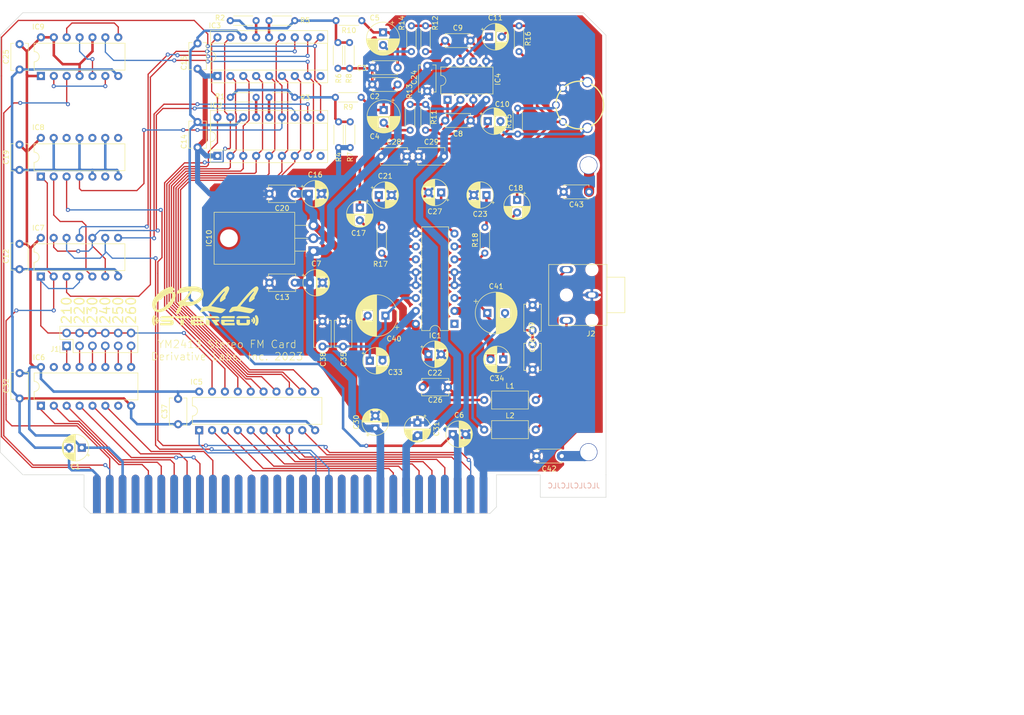
<source format=kicad_pcb>
(kicad_pcb (version 20211014) (generator pcbnew)
  (title_block (title "YM2413 Stereo ISA Sound Card") (rev "0") (company "Derivative Labs, Inc."))
  (layers (0 "F.Cu" signal) (31 "B.Cu" signal) (34 "B.Paste" user) (35 "F.Paste" user) (36 "B.SilkS" user "B.Silkscreen") (37 "F.SilkS" user "F.Silkscreen") (38 "B.Mask" user) (39 "F.Mask" user) (44 "Edge.Cuts" user))
  (net 0 "")
  (net 1 "GNDA")
  (net 2 "/RESET")
  (net 3 "+5VA")
  (net 7 "-12VA")
  (net 9 "+12VA")
  (net 10 "GND")
  (net 13 "/~{IOW}")
  (net 14 "/~{IOR}")
  (net 29 "VCC")
  (net 30 "/ISA_CLK")
  (net 32 "/D7")
  (net 33 "/D6")
  (net 34 "/D5")
  (net 35 "/D4")
  (net 36 "/D3")
  (net 37 "/D2")
  (net 38 "/D1")
  (net 39 "/D0")
  (net 52 "/A9")
  (net 53 "/A8")
  (net 54 "/A7")
  (net 55 "/A6")
  (net 56 "/A5")
  (net 57 "/A4")
  (net 60 "/A1")
  (net 61 "/A0")
  (net 62 "Net-(C2-Pad1)")
  (net 63 "Net-(C3-Pad1)")
  (net 64 "Net-(C4-Pad2)")
  (net 65 "Net-(C5-Pad2)")
  (net 66 "Net-(IC4-Pad1)")
  (net 67 "Net-(IC4-Pad7)")
  (net 68 "Net-(C10-Pad2)")
  (net 69 "Net-(C11-Pad2)")
  (net 70 "+9VA")
  (net 71 "Net-(C17-Pad1)")
  (net 72 "Net-(IC1-Pad10)")
  (net 73 "Net-(C18-Pad1)")
  (net 74 "Net-(IC1-Pad7)")
  (net 75 "Net-(C21-Pad1)")
  (net 76 "Net-(C23-Pad1)")
  (net 77 "Net-(IC1-Pad8)")
  (net 78 "Net-(IC1-Pad14)")
  (net 79 "Net-(IC1-Pad15)")
  (net 80 "Net-(IC1-Pad3)")
  (net 81 "Net-(IC1-Pad2)")
  (net 82 "Net-(C40-Pad2)")
  (net 83 "Net-(C41-Pad2)")
  (net 84 "Net-(C42-Pad1)")
  (net 85 "Net-(C43-Pad1)")
  (net 87 "Net-(IC1-Pad6)")
  (net 88 "Net-(IC1-Pad11)")
  (net 89 "/DB2")
  (net 90 "/DB3")
  (net 91 "/DB4")
  (net 92 "/DB5")
  (net 93 "/DB6")
  (net 94 "/DB7")
  (net 95 "/FM_CLK")
  (net 97 "/~{WE_L}")
  (net 98 "/~{CS_L}")
  (net 99 "/~{RESET}")
  (net 100 "/MO_L")
  (net 101 "/RO_L")
  (net 102 "/DB0")
  (net 103 "/DB1")
  (net 105 "/~{WE_R}")
  (net 106 "/~{CS_R}")
  (net 107 "/MO_R")
  (net 108 "/RO_R")
  (net 109 "Net-(IC4-Pad2)")
  (net 110 "Net-(IC4-Pad6)")
  (net 111 "/~{CARD_SEL}")
  (net 113 "Net-(IC6-Pad9)")
  (net 114 "Net-(IC6-Pad10)")
  (net 115 "Net-(IC6-Pad11)")
  (net 116 "Net-(IC6-Pad12)")
  (net 117 "Net-(IC6-Pad13)")
  (net 118 "Net-(IC6-Pad14)")
  (net 120 "/~{A1}")
  (net 125 "Net-(IC9-Pad2)")
  (net 126 "Net-(IC9-Pad5)")
  (net 127 "Net-(IC9-Pad12)")
  (net 128 "Net-(J2-Pad2)")
  (net 129 "Net-(J2-Pad3)")
  (net 130 "Net-(R1-Pad1)")
  (net 131 "Net-(R10-Pad2)")
  (footprint "Capacitor_THT:C_Disc_D4.7mm_W2.5mm_P5.00mm" (layer "F.Cu") (at 190.206 74.168 180)
    (fp_text reference "C43")
    (fp_text value "680pF")
  )
  (footprint "Capacitor_THT:C_Disc_D4.7mm_W2.5mm_P5.00mm" (layer "F.Cu") (at 161.878 60.110379)
    (fp_text reference "C8")
    (fp_text value "1000pF")
  )
  (footprint "Resistor_THT:R_Axial_DIN0204_L3.6mm_D1.6mm_P5.08mm_Horizontal" (layer "F.Cu") (at 132.207 40.425379 180)
    (fp_text reference "R5")
    (fp_text value "4.7K")
  )
  (footprint "Capacitor_THT:C_Disc_D4.7mm_W2.5mm_P5.00mm" (layer "F.Cu") (at 152.487 49.696379 180)
    (fp_text reference "C3")
    (fp_text value "680pF")
  )
  (footprint "Capacitor_THT:C_Disc_D5.1mm_W3.2mm_P5.00mm" (layer "F.Cu") (at 77.958 64.8536 -90)
    (fp_text reference "C19")
    (fp_text value "0.1uF")
  )
  (footprint "Capacitor_THT:CP_Radial_D5.0mm_P2.50mm" (layer "F.Cu") (at 173.290113 107.188 180)
    (fp_text reference "C34")
    (fp_text value "100uF 16V")
  )
  (footprint "ym2413-stereo-isa:BUS_PC" (layer "F.Cu") (at 131.303 133.716)
    (fp_text reference "BUS1" hide)
    (fp_text value "BUSPC")
  )
  (footprint "Package_DIP:DIP-14_W7.62mm" (layer "F.Cu") (at 82.184 51.337379 90)
    (fp_text reference "IC9")
    (fp_text value "74LS74")
  )
  (footprint "Capacitor_THT:C_Disc_D5.1mm_W3.2mm_P5.00mm" (layer "F.Cu") (at 113.0554 60.404379 -90)
    (fp_text reference "C14")
    (fp_text value "0.1uF")
  )
  (footprint "Resistor_THT:R_Axial_DIN0204_L3.6mm_D1.6mm_P5.08mm_Horizontal" (layer "F.Cu") (at 143.002 44.743379 -90)
    (fp_text reference "R8")
    (fp_text value "2.2K")
  )
  (footprint "Resistor_THT:R_Axial_DIN0204_L3.6mm_D1.6mm_P5.08mm_Horizontal" (layer "F.Cu") (at 154.94 56.935379 -90)
    (fp_text reference "R11")
    (fp_text value "3.3K")
  )
  (footprint "Capacitor_THT:CP_Radial_D8.0mm_P3.50mm" (layer "F.Cu") (at 150.087651 98.552 180)
    (fp_text reference "C40")
    (fp_text value "470uF 16V")
  )
  (footprint "Capacitor_THT:CP_Radial_D5.0mm_P2.50mm" (layer "F.Cu") (at 156.3878 119.634 -90)
    (fp_text reference "C31")
    (fp_text value "10uF 16V")
  )
  (footprint "Resistor_THT:R_Axial_DIN0204_L3.6mm_D1.6mm_P5.08mm_Horizontal" (layer "F.Cu") (at 132.207 55.538379 180)
    (fp_text reference "R3")
    (fp_text value "4.7K")
  )
  (footprint "Capacitor_THT:C_Disc_D5.1mm_W3.2mm_P5.00mm" (layer "F.Cu") (at 156.631 67.183)
    (fp_text reference "C29")
    (fp_text value "0.1uF")
  )
  (footprint "ym2413-stereo-isa:MNT_KEYSTONE_9202" (layer "F.Cu") (at 190.104 68.946)
    (fp_text reference "H1" hide)
    (fp_text value "9202" hide)
  )
  (footprint "Capacitor_THT:CP_Radial_D5.0mm_P2.50mm" (layer "F.Cu") (at 135.192888 92.075)
    (fp_text reference "C7")
    (fp_text value "100uF 16V")
  )
  (footprint "Capacitor_THT:C_Disc_D5.1mm_W3.2mm_P5.00mm" (layer "F.Cu") (at 77.978 109.895 -90)
    (fp_text reference "C32")
    (fp_text value "0.1uF")
  )
  (footprint "Capacitor_THT:C_Disc_D4.7mm_W2.5mm_P5.00mm" (layer "F.Cu") (at 161.838 44.362379)
    (fp_text reference "C9")
    (fp_text value "1000pF")
  )
  (footprint "Capacitor_THT:CP_Radial_D5.0mm_P2.50mm" (layer "F.Cu") (at 169.988113 74.803 180)
    (fp_text reference "C23")
    (fp_text value "47uF 16V")
  )
  (footprint "Capacitor_THT:C_Disc_D5.1mm_W3.2mm_P5.00mm" (layer "F.Cu") (at 132.211889 74.549 180)
    (fp_text reference "C20")
    (fp_text value "0.1uF")
  )
  (footprint "Resistor_THT:R_Axial_DIN0204_L3.6mm_D1.6mm_P5.08mm_Horizontal" (layer "F.Cu") (at 143.129 60.364379 -90)
    (fp_text reference "R7")
    (fp_text value "2.2K")
  )
  (footprint "Inductor_THT:L_Axial_L7.0mm_D3.3mm_P10.16mm_Horizontal_Fastron_MICC" (layer "F.Cu") (at 169.545 121.031)
    (fp_text reference "L2")
    (fp_text value "BEAD")
  )
  (footprint "Capacitor_THT:C_Disc_D5.1mm_W3.2mm_P5.00mm" (layer "F.Cu") (at 109.22 114.962 -90)
    (fp_text reference "C37")
    (fp_text value "0.1uF")
  )
  (footprint "Package_DIP:DIP-16_W7.62mm" (layer "F.Cu") (at 163.683 100.173 180)
    (fp_text reference "IC1")
    (fp_text value "TEA2025B")
  )
  (footprint "Resistor_THT:R_Axial_DIN0204_L3.6mm_D1.6mm_P5.08mm_Horizontal" (layer "F.Cu") (at 176.149 57.697379 -90)
    (fp_text reference "R15")
    (fp_text value "15K")
  )
  (footprint "Capacitor_THT:CP_Radial_D5.0mm_P2.50mm" (layer "F.Cu") (at 90.232113 124.587 180)
    (fp_text reference "C1")
    (fp_text value "100uF 16V")
  )
  (footprint "Package_TO_SOT_THT:TO-220-3_Horizontal_TabDown" (layer "F.Cu") (at 135.893889 85.852 90)
    (fp_text reference "IC10")
    (fp_text value "LM7809_TO220")
  )
  (footprint "Resistor_THT:R_Axial_DIN0204_L3.6mm_D1.6mm_P5.08mm_Horizontal" (layer "F.Cu") (at 149.352 86.233 90)
    (fp_text reference "R17")
    (fp_text value "270R")
  )
  (footprint "Capacitor_THT:CP_Radial_D5.0mm_P2.50mm" (layer "F.Cu") (at 161.053225 74.295 180)
    (fp_text reference "C27")
    (fp_text value "100uF 16V")
  )
  (footprint "Capacitor_THT:C_Disc_D4.7mm_W2.5mm_P5.00mm" (layer "F.Cu") (at 184.832 126.238 180)
    (fp_text reference "C42")
    (fp_text value "680pF")
  )
  (footprint "ym2413-stereo-isa:GB_BOURNS_PDB08-DUAL" (layer "F.Cu") (at 188.374 57.056 90)
    (fp_text reference "RV1" hide)
    (fp_text value "50K")
  )
  (footprint "Capacitor_THT:C_Disc_D5.1mm_W3.2mm_P5.00mm" (layer "F.Cu") (at 157.393 112.649)
    (fp_text reference "C26")
    (fp_text value "0.1uF")
  )
  (footprint "Capacitor_THT:CP_Radial_D8.0mm_P3.50mm" (layer "F.Cu") (at 170.148698 98.044)
    (fp_text reference "C41")
    (fp_text value "470uF 16V")
  )
  (footprint "Capacitor_THT:CP_Radial_D6.3mm_P2.50mm" (layer "F.Cu") (at 149.733 58.039 -90)
    (fp_text reference "C4")
    (fp_text value "1uF")
  )
  (footprint "Resistor_THT:R_Axial_DIN0204_L3.6mm_D1.6mm_P5.08mm_Horizontal" (layer "F.Cu") (at 157.988 62.015379 90)
    (fp_text reference "R13")
    (fp_text value "10K")
  )
  (footprint "ym2413-stereo-isa:CUI_SJ1-3553NG" (layer "F.Cu") (at 190.754 94.488 180)
    (fp_text reference "J2")
    (fp_text value "SJ1-3553NG")
  )
  (footprint "Resistor_THT:R_Axial_DIN0204_L3.6mm_D1.6mm_P5.08mm_Horizontal" (layer "F.Cu") (at 157.988 46.521379 90)
    (fp_text reference "R14")
    (fp_text value "10K")
  )
  (footprint "Capacitor_THT:CP_Radial_D5.0mm_P2.50mm" (layer "F.Cu") (at 176.022 75.756887 -90)
    (fp_text reference "C18")
    (fp_text value "10uF 16V")
  )
  (footprint "Inductor_THT:L_Axial_L7.0mm_D3.3mm_P10.16mm_Horizontal_Fastron_MICC" (layer "F.Cu") (at 169.545 115.189)
    (fp_text reference "L1")
    (fp_text value "BEAD")
  )
  (footprint "Capacitor_THT:CP_Radial_D5.0mm_P2.50mm" (layer "F.Cu") (at 147.003888 107.442)
    (fp_text reference "C33")
    (fp_text value "100uF 16V")
  )
  (footprint "Capacitor_THT:CP_Radial_D5.0mm_P2.50mm" (layer "F.Cu") (at 148.082 120.792067 90)
    (fp_text reference "C30")
    (fp_text value "10uF 16V")
  )
  (footprint "Resistor_THT:R_Axial_DIN0204_L3.6mm_D1.6mm_P5.08mm_Horizontal" (layer "F.Cu") (at 169.672 86.233 90)
    (fp_text reference "R18")
    (fp_text value "270R")
  )
  (footprint "Capacitor_THT:CP_Radial_D5.0mm_P2.50mm" (layer "F.Cu") (at 163.349664 121.92)
    (fp_text reference "C6")
    (fp_text value "100uF 16V")
  )
  (footprint "Package_DIP:DIP-16_W7.62mm" (layer "F.Cu") (at 82.184 116.322 90)
    (fp_text reference "IC6")
    (fp_text value "74LS138")
  )
  (footprint "Capacitor_THT:CP_Radial_D5.0mm_P2.50mm" (layer "F.Cu") (at 170.244888 60.237379)
    (fp_text reference "C10")
    (fp_text value "0.22uF 16V")
  )
  (footprint "Capacitor_THT:C_Disc_D5.1mm_W3.2mm_P5.00mm" (layer "F.Cu") (at 137.668 104.648 90)
    (fp_text reference "C38")
    (fp_text value "0.1uF")
  )
  (footprint "Package_DIP:DIP-8_W7.62mm" (layer "F.Cu") (at 162.316 56.036379 90)
    (fp_text reference "IC4")
    (fp_text value "TL072")
  )
  (footprint "Resistor_THT:R_Axial_DIN0204_L3.6mm_D1.6mm_P5.08mm_Horizontal" (layer "F.Cu") (at 140.843 60.364379 -90)
    (fp_text reference "R4")
    (fp_text value "2.2K")
  )
  (footprint "Resistor_THT:R_Axial_DIN0204_L3.6mm_D1.6mm_P5.08mm_Horizontal" (layer "F.Cu") (at 145.288 55.538379 180)
    (fp_text reference "R9")
    (fp_text value "10K")
  )
  (footprint "Resistor_THT:R_Axial_DIN0204_L3.6mm_D1.6mm_P5.08mm_Horizontal" (layer "F.Cu") (at 176.403 46.521379 90)
    (fp_text reference "R16")
    (fp_text value "15K")
  )
  (footprint "Resistor_THT:R_Axial_DIN0204_L3.6mm_D1.6mm_P5.08mm_Horizontal" (layer "F.Cu") (at 119.507 55.538379)
    (fp_text reference "R1")
    (fp_text value "4.7K")
  )
  (footprint "Capacitor_THT:C_Disc_D5.1mm_W3.2mm_P5.00mm" (layer "F.Cu") (at 179.07 101.473 90)
    (fp_text reference "C36")
    (fp_text value "0.1uF")
  )
  (footprint "Resistor_THT:R_Axial_DIN0204_L3.6mm_D1.6mm_P5.08mm_Horizontal" (layer "F.Cu") (at 145.415 40.425379 180)
    (fp_text reference "R10")
    (fp_text value "10K")
  )
  (footprint "Resistor_THT:R_Axial_DIN0204_L3.6mm_D1.6mm_P5.08mm_Horizontal" (layer "F.Cu") (at 155.194 41.441379 -90)
    (fp_text reference "R12")
    (fp_text value "3.3K")
  )
  (footprint "Resistor_THT:R_Axial_DIN0204_L3.6mm_D1.6mm_P5.08mm_Horizontal" (layer "F.Cu") (at 119.507 40.425379)
    (fp_text reference "R2")
    (fp_text value "4.7K")
  )
  (footprint "Capacitor_THT:C_Disc_D5.1mm_W3.2mm_P5.00mm" (layer "F.Cu") (at 149.265 67.183)
    (fp_text reference "C28")
    (fp_text value "0.1uF")
  )
  (footprint "Capacitor_THT:C_Disc_D5.1mm_W3.2mm_P5.00mm" (layer "F.Cu") (at 132.211889 92.075 180)
    (fp_text reference "C13")
    (fp_text value "0.1uF")
  )
  (footprint "Package_DIP:DIP-20_W7.62mm" (layer "F.Cu") (at 113.3652 121.148 90)
    (fp_text reference "IC5")
    (fp_text value "74LS245")
  )
  (footprint "Capacitor_THT:C_Disc_D5.1mm_W3.2mm_P5.00mm" (layer "F.Cu") (at 141.732 104.648 90)
    (fp_text reference "C35")
    (fp_text value "0.1uF")
  )
  (footprint "Capacitor_THT:C_Disc_D5.1mm_W3.2mm_P5.00mm" (layer "F.Cu") (at 158.3182 49.3284 -90)
    (fp_text reference "C24")
    (fp_text value "0.1uF")
  )
  (footprint "Resistor_THT:R_Axial_DIN0204_L3.6mm_D1.6mm_P5.08mm_Horizontal" (layer "F.Cu") (at 140.716 44.743379 -90)
    (fp_text reference "R6")
    (fp_text value "2.2K")
  )
  (footprint "Package_DIP:DIP-18_W7.62mm_Socket" (layer "F.Cu") (at 116.977 51.337379 90)
    (fp_text reference "IC3")
    (fp_text value "YM2413")
  )
  (footprint "Capacitor_THT:C_Disc_D5.1mm_W3.2mm_P5.00mm" (layer "F.Cu") (at 113.0554 44.910379 -90)
    (fp_text reference "C15")
    (fp_text value "0.1uF")
  )
  (footprint "Capacitor_THT:C_Disc_D4.7mm_W2.5mm_P5.00mm" (layer "F.Cu") (at 152.487 52.998379 180)
    (fp_text reference "C2")
    (fp_text value "680pF")
  )
  (footprint "Capacitor_THT:CP_Radial_D5.0mm_P2.50mm" (layer "F.Cu") (at 158.560887 106.172)
    (fp_text reference "C22")
    (fp_text value "47uF 16V")
  )
  (footprint "Capacitor_THT:CP_Radial_D6.3mm_P2.50mm" (layer "F.Cu") (at 149.606 42.739621 -90)
    (fp_text reference "C5")
    (fp_text value "1uF")
  )
  (footprint "Capacitor_THT:CP_Radial_D5.0mm_P2.50mm" (layer "F.Cu") (at 145.034 77.280888 -90)
    (fp_text reference "C17")
    (fp_text value "10uF 16V")
  )
  (footprint "Capacitor_THT:CP_Radial_D5.0mm_P2.50mm" (layer "F.Cu") (at 134.983777 74.549)
    (fp_text reference "C16")
    (fp_text value "100uF 16V")
  )
  (footprint "Package_DIP:DIP-14_W7.62mm" (layer "F.Cu") (at 82.164 71.1608 90)
    (fp_text reference "IC8")
    (fp_text value "74LS04")
  )
  (footprint "Package_DIP:DIP-18_W7.62mm_Socket" (layer "F.Cu") (at 116.977 67.085379 90)
    (fp_text reference "IC2")
    (fp_text value "YM2413")
  )
  (footprint "Capacitor_THT:CP_Radial_D5.0mm_P2.50mm" (layer "F.Cu") (at 148.781888 74.803)
    (fp_text reference "C21")
    (fp_text value "47uF 16V")
  )
  (footprint "Capacitor_THT:C_Disc_D5.1mm_W3.2mm_P5.00mm" (layer "F.Cu") (at 179.07 104.18 -90)
    (fp_text reference "C39")
    (fp_text value "0.1uF")
  )
  (footprint "Capacitor_THT:C_Disc_D5.1mm_W3.2mm_P5.00mm" (layer "F.Cu") (at 77.9526 84.4188 -90)
    (fp_text reference "C12")
    (fp_text value "0.1uF")
  )
  (footprint "Capacitor_THT:C_Disc_D5.1mm_W3.2mm_P5.00mm" (layer "F.Cu") (at 77.978 45.0596 -90)
    (fp_text reference "C25")
    (fp_text value "0.1uF")
  )
  (footprint "Package_DIP:DIP-14_W7.62mm" (layer "F.Cu") (at 82.1586 90.8558 90)
    (fp_text reference "IC7")
    (fp_text value "74LS32")
  )
  (footprint "Capacitor_THT:CP_Radial_D5.0mm_P2.50mm" (layer "F.Cu") (at 170.498888 43.600379)
    (fp_text reference "C11")
    (fp_text value "0.22uF 16V")
  )
  (footprint "Connector_PinHeader_2.54mm:PinHeader_2x06_P2.54mm_Vertical" (layer "F.Cu") (at 87.249 104.521 90)
    (fp_text reference "J1")
    (fp_text value "Port Select")
  )
  (gr_line (start 105.412885 99.300652) (end 105.396053 99.323988) (layer "F.SilkS") (width 0.198438))
  (gr_line (start 105.341796 99.627939) (end 105.351675 99.65046) (layer "F.SilkS") (width 0.198438))
  (gr_line (start 124.249298 99.484171) (end 124.250086 99.559366) (layer "F.SilkS") (width 0.355181))
  (gr_line (start 124.59238 98.696114) (end 124.63539 98.775901) (layer "F.SilkS") (width 0.46769))
  (gr_line (start 104.352579 99.300209) (end 104.338389 99.43625) (layer "F.SilkS") (width 0.46769))
  (gr_line (start 104.485595 98.854651) (end 104.452604 98.932271) (layer "F.SilkS") (width 0.46769))
  (gr_line (start 123.78627 99.685891) (end 123.769071 99.707787) (layer "F.SilkS") (width 0.198438))
  (gr_line (start 124.210362 99.277543) (end 124.223044 99.320767) (layer "F.SilkS") (width 0.355181))
  (gr_line (start 104.380563 99.157436) (end 104.364726 99.229617) (layer "F.SilkS") (width 0.46769))
  (gr_line (start 123.833718 99.558495) (end 123.831705 99.573832) (layer "F.SilkS") (width 0.198438))
  (gr_line (start 105.351675 99.65046) (end 105.362207 99.669813) (layer "F.SilkS") (width 0.198438))
  (gr_poly (pts (xy 114.220642 99.774373) (xy 112.366455 99.774373) (xy 112.366455 100.01885) (xy 114.36034 100.018849) (xy 114.36034 100.472877) (xy 112.153729 100.472877) (xy 112.141463 100.472728) (xy 112.129272 100.472282) (xy 112.117155 100.471538) (xy 112.105112 100.470496) (xy 112.093144 100.469156) (xy 112.08125 100.467519) (xy 112.069431 100.465585) (xy 112.057686 100.463352) (xy 112.046016 100.460822) (xy 112.03442 100.457994) (xy 112.022898 100.454869) (xy 112.01145 100.451446) (xy 112.000078 100.447725) (xy 111.988779 100.443707) (xy 111.977555 100.439391) (xy 111.966405 100.434777) (xy 111.955764 100.429915) (xy 111.945272 100.424855) (xy 111.934928 100.419596) (xy 111.924734 100.414139) (xy 111.914688 100.408484) (xy 111.904791 100.40263) (xy 111.895043 100.396578) (xy 111.885444 100.390327) (xy 111.875993 100.383878) (xy 111.866692 100.37723) (xy 111.857539 100.370384) (xy 111.848535 100.363339) (xy 111.83968 100.356096) (xy 111.830973 100.348655) (xy 111.822416 100.341015) (xy 111.814007 100.333176) (xy 111.806169 100.324768) (xy 111.798529 100.31621) (xy 111.791087 100.307504) (xy 111.783844 100.298649) (xy 111.7768 100.289644) (xy 111.769954 100.280491) (xy 111.763306 100.27119) (xy 111.756857 100.261739) (xy 111.750606 100.252139) (xy 111.744554 100.242391) (xy 111.7387 100.232494) (xy 111.733044 100.222448) (xy 111.727587 100.212253) (xy 111.722329 100.201909) (xy 111.717269 100.191417) (xy 111.712408 100.180775) (xy 111.707794 100.169626) (xy 111.703478 100.158402) (xy 111.699459 100.147103) (xy 111.695739 100.13573) (xy 111.692316 100.124283) (xy 111.68919 100.112761) (xy 111.686362 100.101165) (xy 111.683832 100.089494) (xy 111.6816 100.077749) (xy 111.679665 100.06593) (xy 111.678028 100.054036) (xy 111.676689 100.042068) (xy 111.675647 100.030025) (xy 111.674903 100.017908) (xy 111.674456 100.005716) (xy 111.674307 99.99345) (xy 111.674307 99.34892) (xy 114.220642 99.34892)) (layer "F.SilkS") (width 0) (fill solid))
  (gr_line (start 105.334506 99.452318) (end 105.3299 99.471632) (layer "F.SilkS") (width 0.198438))
  (gr_line (start 104.452604 98.932271) (end 104.424261 99.00867) (layer "F.SilkS") (width 0.46769))
  (gr_line (start 124.244436 99.629604) (end 124.233689 99.69442) (layer "F.SilkS") (width 0.355181))
  (gr_line (start 104.948505 99.277543) (end 104.935823 99.320767) (layer "F.SilkS") (width 0.355181))
  (gr_line (start 105.381263 99.346791) (end 105.368419 99.369045) (layer "F.SilkS") (width 0.198438))
  (gr_line (start 105.021629 99.943455) (end 105.033779 99.962039) (layer "F.SilkS") (width 0.355181))
  (gr_poly (pts (xy 114.360342 99.101267) (xy 111.674307 99.101267) (xy 111.674841 99.089412) (xy 111.675647 99.077654) (xy 111.676726 99.065996) (xy 111.678078 99.054437) (xy 111.679703 99.042977) (xy 111.6816 99.031616) (xy 111.683771 99.020354) (xy 111.686214 99.009192) (xy 111.68893 98.998129) (xy 111.691919 98.987165) (xy 111.695181 98.9763) (xy 111.698716 98.965535) (xy 111.702524 98.954869) (xy 111.706604 98.944302) (xy 111.710957 98.933834) (xy 111.715583 98.923466) (xy 111.720829 98.913234) (xy 111.726249 98.903176) (xy 111.731842 98.893292) (xy 111.737609 98.883581) (xy 111.74355 98.874043) (xy 111.749664 98.86468) (xy 111.755952 98.855489) (xy 111.762414 98.846473) (xy 111.769049 98.83763) (xy 111.775858 98.828961) (xy 111.78284 98.820465) (xy 111.789996 98.812143) (xy 111.797326 98.803994) (xy 111.804829 98.796019) (xy 111.812506 98.788218) (xy 111.820357 98.780591) (xy 111.828766 98.772765) (xy 111.837323 98.765162) (xy 111.84603 98.757782) (xy 111.854885 98.750626) (xy 111.863889 98.743693) (xy 111.873042 98.736983) (xy 111.882344 98.730497) (xy 111.891794 98.724234) (xy 111.901393 98.718194) (xy 111.911142 98.712377) (xy 111.921039 98.706784) (xy 111.931084 98.701413) (xy 111.941279 98.696266) (xy 111.951623 98.691343) (xy 111.962115 98.686642) (xy 111.972756 98.682165) (xy 111.983509 98.677935) (xy 111.994336 98.673979) (xy 112.005238 98.670295) (xy 112.016214 98.666885) (xy 112.027264 98.663747) (xy 112.038389 98.660882) (xy 112.049588 98.65829) (xy 112.060862 98.655971) (xy 112.07221 98.653924) (xy 112.083633 98.652151) (xy 112.09513 98.65065) (xy 112.106701 98.649422) (xy 112.118347 98.648467) (xy 112.130067 98.647785) (xy 112.141861 98.647376) (xy 112.15373 98.647239) (xy 114.360342 98.647239)) (layer "F.SilkS") (width 0) (fill solid))
  (gr_poly (pts (xy 110.363043 100.472879) (xy 109.670897 100.472879) (xy 109.670897 99.34892) (xy 110.363043 99.34892)) (layer "F.SilkS") (width 0) (fill solid))
  (gr_line (start 104.424261 99.00867) (end 104.400327 99.083756) (layer "F.SilkS") (width 0.46769))
  (gr_line (start 124.778306 99.157436) (end 124.794142 99.229617) (layer "F.SilkS") (width 0.46769))
  (gr_poly (pts (xy 120.383275 99.101267) (xy 117.697243 99.101267) (xy 117.697776 99.08941) (xy 117.698582 99.077653) (xy 117.699661 99.065994) (xy 117.701013 99.054435) (xy 117.702637 99.042976) (xy 117.704535 99.031615) (xy 117.706705 99.020353) (xy 117.709148 99.009191) (xy 117.711864 98.998128) (xy 117.714853 98.987164) (xy 117.718115 98.9763) (xy 117.72165 98.965535) (xy 117.725457 98.954869) (xy 117.729538 98.944302) (xy 117.733891 98.933834) (xy 117.738517 98.923466) (xy 117.743764 98.913234) (xy 117.749183 98.903176) (xy 117.754777 98.893291) (xy 117.760544 98.88358) (xy 117.766485 98.874042) (xy 117.772599 98.864678) (xy 117.778887 98.855488) (xy 117.785349 98.846472) (xy 117.791984 98.837629) (xy 117.798793 98.828959) (xy 117.805775 98.820463) (xy 117.812931 98.812141) (xy 117.82026 98.803993) (xy 117.827764 98.796018) (xy 117.83544 98.788217) (xy 117.843291 98.780589) (xy 117.8517 98.772763) (xy 117.860257 98.76516) (xy 117.868964 98.757781) (xy 117.877819 98.750625) (xy 117.886823 98.743692) (xy 117.895976 98.736982) (xy 117.905278 98.730496) (xy 117.914728 98.724232) (xy 117.924327 98.718192) (xy 117.934076 98.712376) (xy 117.943973 98.706782) (xy 117.954018 98.701412) (xy 117.964213 98.696265) (xy 117.974557 98.691341) (xy 117.985049 98.686641) (xy 117.99569 98.682163) (xy 118.006443 98.677934) (xy 118.01727 98.673978) (xy 118.028172 98.670294) (xy 118.039148 98.666883) (xy 118.050198 98.663746) (xy 118.061323 98.660881) (xy 118.072522 98.658288) (xy 118.083796 98.655969) (xy 118.095144 98.653923) (xy 118.106567 98.652149) (xy 118.118064 98.650649) (xy 118.129635 98.649421) (xy 118.141281 98.648466) (xy 118.153001 98.647784) (xy 118.164795 98.647374) (xy 118.176664 98.647238) (xy 120.383275 98.647238)) (layer "F.SilkS") (width 0) (fill solid))
  (gr_line (start 124.15495 99.143107) (end 124.176482 99.188655) (layer "F.SilkS") (width 0.355181))
  (gr_line (start 124.734607 99.00867) (end 124.75854 99.083756) (layer "F.SilkS") (width 0.46769))
  (gr_poly (pts (xy 116.84593 98.647376) (xy 116.858158 98.647785) (xy 116.870337 98.648467) (xy 116.882467 98.649422) (xy 116.894546 98.65065) (xy 116.906577 98.652151) (xy 116.918557 98.653924) (xy 116.930488 98.655971) (xy 116.942369 98.65829) (xy 116.954201 98.660882) (xy 116.965983 98.663747) (xy 116.977716 98.666885) (xy 116.989399 98.670295) (xy 117.001032 98.673979) (xy 117.012616 98.677935) (xy 117.02415 98.682165) (xy 117.035982 98.686245) (xy 117.047664 98.690549) (xy 117.059198 98.695075) (xy 117.070584 98.699826) (xy 117.08182 98.704799) (xy 117.092908 98.709996) (xy 117.103847 98.715415) (xy 117.114637 98.721058) (xy 117.125278 98.726925) (xy 117.13577 98.733014) (xy 117.146114 98.739327) (xy 117.156309 98.745863) (xy 117.166355 98.752623) (xy 117.176252 98.759605) (xy 117.186 98.766811) (xy 117.1956 98.774241) (xy 117.205013 98.781881) (xy 117.214203 98.789719) (xy 117.223169 98.797756) (xy 117.231913 98.805991) (xy 117.240433 98.814425) (xy 117.24873 98.823057) (xy 117.256804 98.831887) (xy 117.264655 98.840916) (xy 117.272282 98.850144) (xy 117.279686 98.859569) (xy 117.286867 98.869194) (xy 117.293825 98.879016) (xy 117.300559 98.889037) (xy 117.30707 98.899257) (xy 117.313358 98.909675) (xy 117.319423 98.920292) (xy 117.325214 98.930672) (xy 117.330683 98.941177) (xy 117.33583 98.951806) (xy 117.340654 98.962559) (xy 117.345156 98.973436) (xy 117.349335 98.984437) (xy 117.353192 98.995562) (xy 117.356727 99.006811) (xy 117.359939 99.018184) (xy 117.362829 99.029681) (xy 117.365396 99.041302) (xy 117.367642 99.053047) (xy 117.369564 99.064917) (xy 117.371165 99.07691) (xy 117.372442 99.089027) (xy 117.373398 99.101268) (xy 114.684189 99.101268) (xy 114.684189 98.647239) (xy 116.833652 98.647239)) (layer "F.SilkS") (width 0) (fill solid))
  (gr_poly (pts (xy 120.243577 99.774373) (xy 118.38939 99.774373) (xy 118.38939 100.01885) (xy 120.383275 100.018849) (xy 120.383275 100.472877) (xy 118.176664 100.472877) (xy 118.164399 100.472728) (xy 118.152207 100.472282) (xy 118.14009 100.471538) (xy 118.128048 100.470496) (xy 118.11608 100.469156) (xy 118.104186 100.467519) (xy 118.092366 100.465585) (xy 118.080622 100.463352) (xy 118.068951 100.460822) (xy 118.057355 100.457994) (xy 118.045833 100.454869) (xy 118.034386 100.451446) (xy 118.023013 100.447725) (xy 118.011714 100.443707) (xy 118.00049 100.439391) (xy 117.98934 100.434777) (xy 117.978699 100.429915) (xy 117.968207 100.424855) (xy 117.957864 100.419596) (xy 117.947669 100.414139) (xy 117.937623 100.408484) (xy 117.927727 100.40263) (xy 117.917978 100.396578) (xy 117.908379 100.390327) (xy 117.898929 100.383878) (xy 117.889627 100.37723) (xy 117.880474 100.370384) (xy 117.87147 100.363339) (xy 117.862615 100.356096) (xy 117.853909 100.348655) (xy 117.845351 100.341015) (xy 117.836942 100.333176) (xy 117.829104 100.324768) (xy 117.821464 100.31621) (xy 117.814023 100.307504) (xy 117.80678 100.298649) (xy 117.799735 100.289644) (xy 117.792889 100.280491) (xy 117.786241 100.27119) (xy 117.779792 100.261739) (xy 117.773541 100.252139) (xy 117.767489 100.242391) (xy 117.761635 100.232494) (xy 117.755979 100.222448) (xy 117.750522 100.212253) (xy 117.745263 100.201909) (xy 117.740203 100.191417) (xy 117.735342 100.180775) (xy 117.730728 100.169626) (xy 117.726412 100.158402) (xy 117.722394 100.147103) (xy 117.718673 100.13573) (xy 117.71525 100.124283) (xy 117.712125 100.112761) (xy 117.709297 100.101165) (xy 117.706767 100.089494) (xy 117.704535 100.077749) (xy 117.7026 100.06593) (xy 117.700963 100.054036) (xy 117.699624 100.042068) (xy 117.698582 100.030025) (xy 117.697838 100.017908) (xy 117.697392 100.005716) (xy 117.697243 99.99345) (xy 117.697243 99.34892) (xy 120.243577 99.34892)) (layer "F.SilkS") (width 0) (fill solid))
  (gr_line (start 123.831705 99.573832) (end 123.825506 99.60236) (layer "F.SilkS") (width 0.198438))
  (gr_poly (pts (xy 112.225363 92.80376) (xy 112.483702 92.809717) (xy 112.595948 92.814986) (xy 112.698794 92.822058) (xy 112.793652 92.831138) (xy 112.881932 92.842432) (xy 112.965047 92.856145) (xy 113.044408 92.872485) (xy 113.121427 92.891657) (xy 113.197515 92.913866) (xy 113.274084 92.93932) (xy 113.352544 92.968223) (xy 113.520789 93.037202) (xy 113.604115 93.076985) (xy 113.682392 93.122288) (xy 113.75561 93.172835) (xy 113.823755 93.22835) (xy 113.886818 93.288557) (xy 113.944788 93.35318) (xy 113.997652 93.421943) (xy 114.0454 93.494569) (xy 114.088022 93.570784) (xy 114.125504 93.65031) (xy 114.157838 93.732872) (xy 114.18501 93.818194) (xy 114.207011 93.906) (xy 114.223829 93.996013) (xy 114.235453 94.087958) (xy 114.241871 94.181559) (xy 114.243073 94.27654) (xy 114.239048 94.372624) (xy 114.229784 94.469535) (xy 114.215269 94.566999) (xy 114.195494 94.664737) (xy 114.170447 94.762476) (xy 114.140116 94.859937) (xy 114.104491 94.956846) (xy 114.06356 95.052927) (xy 114.017312 95.147903) (xy 113.965736 95.241499) (xy 113.908821 95.333437) (xy 113.846556 95.423443) (xy 113.77893 95.511241) (xy 113.705931 95.596554) (xy 113.627548 95.679106) (xy 113.554803 95.748503) (xy 113.476891 95.816437) (xy 113.394029 95.882797) (xy 113.306432 95.947467) (xy 113.214317 96.010336) (xy 113.1179 96.071289) (xy 113.017398 96.130213) (xy 112.913026 96.186995) (xy 112.805001 96.241522) (xy 112.693539 96.29368) (xy 112.578856 96.343357) (xy 112.461168 96.390438) (xy 112.340692 96.43481) (xy 112.217644 96.47636) (xy 112.09224 96.514976) (xy 111.964695 96.550542) (xy 111.917129 96.562598) (xy 111.868863 96.573722) (xy 111.819366 96.583968) (xy 111.76811 96.593384) (xy 111.714562 96.602023) (xy 111.658195 96.609936) (xy 111.598476 96.617173) (xy 111.534877 96.623785) (xy 111.393915 96.635338) (xy 111.231068 96.645005) (xy 111.042095 96.653191) (xy 110.822754 96.660306) (xy 110.008092 96.683488) (xy 109.876721 96.913106) (xy 109.837771 96.982326) (xy 109.821993 97.011604) (xy 109.808587 97.037726) (xy 109.797485 97.060995) (xy 109.788618 97.081709) (xy 109.781917 97.10017) (xy 109.777313 97.116676) (xy 109.774739 97.13153) (xy 109.774124 97.145031) (xy 109.77453 97.151368) (xy 109.775401 97.15748) (xy 109.7785 97.169176) (xy 109.783353 97.18042) (xy 109.789891 97.191512) (xy 109.798046 97.202753) (xy 109.807748 97.214443) (xy 109.813993 97.222079) (xy 109.819842 97.230146) (xy 109.825275 97.238577) (xy 109.830271 97.2473) (xy 109.834809 97.256248) (xy 109.838868 97.265351) (xy 109.842428 97.274539) (xy 109.845467 97.283743) (xy 109.847964 97.292895) (xy 109.849899 97.301923) (xy 109.851251 97.310761) (xy 109.851998 97.319337) (xy 109.852121 97.327582) (xy 109.851597 97.335428) (xy 109.850406 97.342805) (xy 109.849554 97.346296) (xy 109.848528 97.349644) (xy 109.834434 97.382776) (xy 109.812127 97.424676) (xy 109.782664 97.473961) (xy 109.747104 97.529249) (xy 109.661926 97.652303) (xy 109.565056 97.78278) (xy 109.46496 97.909621) (xy 109.370102 98.021768) (xy 109.327283 98.068875) (xy 109.288949 98.108161) (xy 109.256156 98.138244) (xy 109.229964 98.157741) (xy 109.200054 98.175586) (xy 109.172611 98.191032) (xy 109.147387 98.204076) (xy 109.124133 98.214717) (xy 109.102598 98.222949) (xy 109.092397 98.226162) (xy 109.082533 98.228771) (xy 109.072974 98.230777) (xy 109.063689 98.232179) (xy 109.054647 98.232976) (xy 109.045817 98.233169) (xy 109.037166 98.232758) (xy 109.028666 98.23174) (xy 109.020283 98.230117) (xy 109.011987 98.227888) (xy 109.003747 98.225052) (xy 108.995531 98.221609) (xy 108.987309 98.217558) (xy 108.979049 98.2129) (xy 108.97072 98.207634) (xy 108.96229 98.201759) (xy 108.945006 98.188182) (xy 108.926947 98.172166) (xy 108.907863 98.153709) (xy 108.907861 98.15371) (xy 108.899239 98.144657) (xy 108.890859 98.135013) (xy 108.882764 98.124863) (xy 108.874998 98.114293) (xy 108.867604 98.10339) (xy 108.860625 98.092239) (xy 108.854104 98.080926) (xy 108.848086 98.069538) (xy 108.842613 98.05816) (xy 108.83773 98.046878) (xy 108.833478 98.035778) (xy 108.829902 98.024946) (xy 108.827046 98.014469) (xy 108.824951 98.004431) (xy 108.823663 97.99492) (xy 108.823224 97.986021) (xy 108.825109 97.955671) (xy 108.830702 97.920272) (xy 108.839909 97.880039) (xy 108.852635 97.835188) (xy 108.868788 97.785934) (xy 108.888273 97.732494) (xy 108.910996 97.675082) (xy 108.936863 97.613915) (xy 108.965781 97.549208) (xy 108.997656 97.481178) (xy 109.032393 97.410039) (xy 109.069899 97.336007) (xy 109.11008 97.259299) (xy 109.152843 97.180129) (xy 109.198092 97.098714) (xy 109.245735 97.01527) (xy 109.344586 96.841643) (xy 109.425537 96.694285) (xy 109.454218 96.64) (xy 110.416225 96.64) (xy 110.416494 96.640821) (xy 110.417097 96.641619) (xy 110.41803 96.642392) (xy 110.420875 96.643859) (xy 110.425002 96.645213) (xy 110.430385 96.646441) (xy 110.436998 96.647535) (xy 110.444815 96.648482) (xy 110.453808 96.649274) (xy 110.463952 96.649897) (xy 110.47522 96.650343) (xy 110.487586 96.650601) (xy 110.500069 96.650651) (xy 110.51168 96.650487) (xy 110.522379 96.650121) (xy 110.53213 96.649561) (xy 110.540895 96.648819) (xy 110.544895 96.648382) (xy 110.548635 96.647902) (xy 110.55211 96.647382) (xy 110.555314 96.646823) (xy 110.558243 96.646224) (xy 110.560892 96.645589) (xy 110.563257 96.644918) (xy 110.565333 96.644211) (xy 110.567115 96.643472) (xy 110.568599 96.6427) (xy 110.569779 96.641897) (xy 110.570651 96.641064) (xy 110.57097 96.640637) (xy 110.57121 96.640203) (xy 110.571284 96.64) (xy 110.624817 96.64) (xy 110.625086 96.640821) (xy 110.625689 96.641619) (xy 110.626622 96.642392) (xy 110.629467 96.643859) (xy 110.633594 96.645213) (xy 110.638977 96.646441) (xy 110.64559 96.647535) (xy 110.653406 96.648482) (xy 110.6624 96.649274) (xy 110.672543 96.649897) (xy 110.683812 96.650343) (xy 110.696178 96.650601) (xy 110.708661 96.650651) (xy 110.720271 96.650487) (xy 110.730971 96.650121) (xy 110.740722 96.649561) (xy 110.749487 96.648819) (xy 110.753487 96.648382) (xy 110.757227 96.647902) (xy 110.760702 96.647382) (xy 110.763906 96.646823) (xy 110.766835 96.646224) (xy 110.769484 96.645589) (xy 110.771849 96.644918) (xy 110.773925 96.644211) (xy 110.775707 96.643472) (xy 110.777191 96.6427) (xy 110.778371 96.641897) (xy 110.779243 96.641064) (xy 110.779562 96.640637) (xy 110.779802 96.640203) (xy 110.779963 96.639762) (xy 110.780044 96.639314) (xy 110.780044 96.63886) (xy 110.779963 96.6384) (xy 110.779801 96.637933) (xy 110.779556 96.63746) (xy 110.778816 96.636497) (xy 110.777741 96.635511) (xy 110.776324 96.634504) (xy 110.774561 96.633477) (xy 110.772448 96.632431) (xy 110.769979 96.631368) (xy 110.764365 96.629352) (xy 110.758157 96.627587) (xy 110.75142 96.626076) (xy 110.744217 96.624819) (xy 110.736612 96.623816) (xy 110.72867 96.623069) (xy 110.720455 96.622578) (xy 110.712032 96.622344) (xy 110.703463 96.622368) (xy 110.694815 96.622651) (xy 110.686149 96.623193) (xy 110.677532 96.623996) (xy 110.669027 96.625059) (xy 110.660697 96.626384) (xy 110.652608 96.627972) (xy 110.644824 96.629823) (xy 110.637956 96.63179) (xy 110.632554 96.633718) (xy 110.628592 96.635596) (xy 110.627143 96.636512) (xy 110.626045 96.637412) (xy 110.625293 96.638295) (xy 110.624885 96.639158) (xy 110.624817 96.64) (xy 110.571284 96.64) (xy 110.571371 96.639762) (xy 110.571452 96.639314) (xy 110.571452 96.63886) (xy 110.571372 96.6384) (xy 110.571209 96.637933) (xy 110.570964 96.63746) (xy 110.570225 96.636497) (xy 110.569149 96.635511) (xy 110.567733 96.634504) (xy 110.56597 96.633477) (xy 110.563857 96.632431) (xy 110.561388 96.631368) (xy 110.555774 96.629352) (xy 110.549566 96.627587) (xy 110.542828 96.626076) (xy 110.535624 96.624819) (xy 110.52802 96.623816) (xy 110.520078 96.623069) (xy 110.511863 96.622578) (xy 110.50344 96.622344) (xy 110.494871 96.622368) (xy 110.486223 96.622651) (xy 110.477558 96.623193) (xy 110.46894 96.623996) (xy 110.460435 96.625059) (xy 110.452106 96.626384) (xy 110.444017 96.627972) (xy 110.436233 96.629823) (xy 110.429364 96.63179) (xy 110.423962 96.633718) (xy 110.42 96.635596) (xy 110.418551 96.636512) (xy 110.417452 96.637412) (xy 110.416701 96.638295) (xy 110.416292 96.639158) (xy 110.416225 96.64) (xy 109.454218 96.64) (xy 109.456689 96.635323) (xy 109.480234 96.588768) (xy 109.495126 96.556568) (xy 109.499001 96.546458) (xy 109.500322 96.540668) (xy 109.500212 96.538844) (xy 109.499885 96.536926) (xy 109.499347 96.534921) (xy 109.498604 96.532832) (xy 109.497659 96.530664) (xy 109.49652 96.528424) (xy 109.495191 96.526115) (xy 109.493678 96.523743) (xy 109.491986 96.521314) (xy 109.490121 96.518832) (xy 109.485891 96.513729) (xy 109.481033 96.508476) (xy 109.475589 96.503114) (xy 109.469601 96.497684) (xy 109.463115 96.492226) (xy 109.456172 96.48678) (xy 109.448816 96.481389) (xy 109.44109 96.476092) (xy 109.433037 96.47093) (xy 109.4247 96.465944) (xy 109.416123 96.461175) (xy 109.406399 96.455554) (xy 109.396668 96.449115) (xy 109.38695 96.441897) (xy 109.377266 96.433937) (xy 109.367637 96.425274) (xy 109.358083 96.415947) (xy 109.339284 96.395456) (xy 109.321036 96.37277) (xy 109.303505 96.3482) (xy 109.286856 96.322053) (xy 109.271255 96.294639) (xy 109.256868 96.266265) (xy 109.243862 96.237241) (xy 109.232401 96.207875) (xy 109.222652 96.178475) (xy 109.214781 96.149351) (xy 109.208953 96.120811) (xy 109.206857 96.106856) (xy 109.205335 96.093163) (xy 109.204406 96.07977) (xy 109.204092 96.066716) (xy 109.204927 96.045224) (xy 109.207434 96.023883) (xy 109.211615 96.00269) (xy 109.217472 95.981644) (xy 109.225009 95.960743) (xy 109.234226 95.939987) (xy 109.245127 95.919372) (xy 109.257713 95.898898) (xy 109.271988 95.878562) (xy 109.287954 95.858363) (xy 109.305612 95.8383) (xy 109.324965 95.81837) (xy 109.346016 95.798573) (xy 109.361132 95.785506) (xy 110.685243 95.785506) (xy 110.685856 95.79086) (xy 110.687707 95.795979) (xy 110.690813 95.800864) (xy 110.695191 95.805517) (xy 110.700858 95.80994) (xy 110.707833 95.814133) (xy 110.716132 95.818099) (xy 110.725772 95.821839) (xy 110.736772 95.825354) (xy 110.749147 95.828646) (xy 110.762917 95.831716) (xy 110.778097 95.834566) (xy 110.794705 95.837197) (xy 110.812759 95.839611) (xy 110.853272 95.843795) (xy 110.899776 95.847127) (xy 110.952408 95.84962) (xy 111.011307 95.851287) (xy 111.076612 95.852139) (xy 111.148461 95.852188) (xy 111.226993 95.851447) (xy 111.312347 95.849926) (xy 111.40466 95.847638) (xy 111.532819 95.843009) (xy 111.647447 95.836475) (xy 111.750588 95.827752) (xy 111.844285 95.816554) (xy 111.93058 95.802596) (xy 112.011516 95.785592) (xy 112.089136 95.765256) (xy 112.165483 95.741304) (xy 112.165483 95.741296) (xy 112.337939 95.677622) (xy 112.504814 95.60563) (xy 112.665146 95.52625) (xy 112.817972 95.44041) (xy 112.962329 95.349038) (xy 113.097257 95.253065) (xy 113.221792 95.153418) (xy 113.334972 95.051026) (xy 113.435835 94.946819) (xy 113.523418 94.841725) (xy 113.596759 94.736673) (xy 113.654896 94.632591) (xy 113.677962 94.581205) (xy 113.696866 94.53041) (xy 113.711488 94.480322) (xy 113.721708 94.431057) (xy 113.727405 94.382732) (xy 113.728458 94.335462) (xy 113.724748 94.289364) (xy 113.716155 94.244553) (xy 113.709123 94.222798) (xy 113.699041 94.201254) (xy 113.685975 94.179944) (xy 113.66999 94.158889) (xy 113.651151 94.138113) (xy 113.629524 94.117637) (xy 113.605176 94.097484) (xy 113.578172 94.077677) (xy 113.548577 94.058236) (xy 113.516457 94.039186) (xy 113.481877 94.020549) (xy 113.444905 94.002345) (xy 113.405604 93.984599) (xy 113.364041 93.967332) (xy 113.274391 93.934326) (xy 113.17648 93.903505) (xy 113.070834 93.875049) (xy 112.957977 93.849135) (xy 112.838436 93.825944) (xy 112.712736 93.805653) (xy 112.581401 93.788441) (xy 112.444958 93.774488) (xy 112.303931 93.763972) (xy 112.177388 93.756519) (xy 112.081541 93.752158) (xy 112.043798 93.751372) (xy 112.012131 93.751642) (xy 111.986007 93.75306) (xy 111.964895 93.755721) (xy 111.948261 93.759719) (xy 111.935574 93.765148) (xy 111.930543 93.768429) (xy 111.926299 93.772102) (xy 111.919905 93.780675) (xy 111.915859 93.79096) (xy 111.913628 93.803052) (xy 111.912681 93.817045) (xy 111.912483 93.833033) (xy 111.911438 93.858716) (xy 111.910062 93.871818) (xy 111.908053 93.885198) (xy 111.905366 93.898938) (xy 111.901953 93.913117) (xy 111.897767 93.927815) (xy 111.892762 93.943112) (xy 111.88689 93.959087) (xy 111.880105 93.975822) (xy 111.863606 94.011887) (xy 111.842891 94.051946) (xy 111.817583 94.096639) (xy 111.787308 94.146603) (xy 111.75169 94.20248) (xy 111.710353 94.264907) (xy 111.662923 94.334525) (xy 111.609024 94.411972) (xy 111.548281 94.497888) (xy 111.404759 94.697682) (xy 111.256837 94.903504) (xy 111.135701 95.074653) (xy 111.053853 95.193284) (xy 111.031568 95.227329) (xy 111.023792 95.241552) (xy 111.024152 95.242416) (xy 111.025219 95.243224) (xy 111.026977 95.243975) (xy 111.029406 95.244671) (xy 111.036213 95.245892) (xy 111.045497 95.246889) (xy 111.057118 95.247661) (xy 111.070936 95.248208) (xy 111.086808 95.24853) (xy 111.104594 95.248628) (xy 111.145345 95.248151) (xy 111.192058 95.246778) (xy 111.243607 95.24451) (xy 111.298862 95.241347) (xy 111.338885 95.239271) (xy 111.375494 95.238322) (xy 111.408733 95.238448) (xy 111.438648 95.239594) (xy 111.465283 95.241706) (xy 111.488685 95.24473) (xy 111.508898 95.248613) (xy 111.525967 95.2533) (xy 111.539938 95.258738) (xy 111.550856 95.264872) (xy 111.558765 95.271649) (xy 111.563711 95.279015) (xy 111.565739 95.286916) (xy 111.564895 95.295298) (xy 111.561223 95.304107) (xy 111.554768 95.313289) (xy 111.545576 95.322791) (xy 111.533692 95.332557) (xy 111.519161 95.342536) (xy 111.502028 95.352672) (xy 111.482339 95.362911) (xy 111.460137 95.3732) (xy 111.435469 95.383485) (xy 111.40838 95.393712) (xy 111.347119 95.413776) (xy 111.276714 95.432961) (xy 111.197527 95.450835) (xy 111.109919 95.466968) (xy 111.076185 95.47419) (xy 111.041209 95.484756) (xy 111.005461 95.49831) (xy 110.969415 95.514499) (xy 110.933541 95.53297) (xy 110.898311 95.553368) (xy 110.864197 95.57534) (xy 110.831671 95.598532) (xy 110.801205 95.622589) (xy 110.77327 95.647158) (xy 110.748339 95.671885) (xy 110.726882 95.696416) (xy 110.709373 95.720398) (xy 110.702246 95.732072) (xy 110.696282 95.743476) (xy 110.691541 95.754565) (xy 110.688081 95.765296) (xy 110.685963 95.775625) (xy 110.685243 95.785506) (xy 109.361132 95.785506) (xy 109.368767 95.778905) (xy 109.39322 95.759366) (xy 109.419377 95.739954) (xy 109.447241 95.720668) (xy 109.476815 95.701505) (xy 109.5081 95.682463) (xy 109.541099 95.663543) (xy 109.575814 95.64474) (xy 109.612248 95.626055) (xy 109.690281 95.589027) (xy 109.775216 95.552448) (xy 109.867073 95.516302) (xy 109.965869 95.480577) (xy 110.071624 95.445258) (xy 110.367854 95.350025) (xy 110.928577 94.59988) (xy 111.146295 94.306107) (xy 111.324587 94.060763) (xy 111.445055 93.889505) (xy 111.477855 93.839674) (xy 111.489299 93.817986) (xy 111.485805 93.810116) (xy 111.475525 93.803954) (xy 111.458764 93.799449) (xy 111.435827 93.796549) (xy 111.37264 93.795354) (xy 111.288403 93.799952) (xy 111.18555 93.809926) (xy 111.066519 93.824857) (xy 110.789668 93.867922) (xy 110.47734 93.925809) (xy 110.149027 93.995177) (xy 109.824221 94.072687) (xy 109.669224 94.113452) (xy 109.522414 94.154999) (xy 109.4194 94.184536) (xy 109.320996 94.211208) (xy 109.22952 94.234495) (xy 109.14729 94.253876) (xy 109.076626 94.268831) (xy 109.019844 94.278839) (xy 108.979264 94.283379) (xy 108.965774 94.283436) (xy 108.957203 94.281931) (xy 108.949426 94.278377) (xy 108.942503 94.274012) (xy 108.936437 94.268834) (xy 108.931227 94.26284) (xy 108.926875 94.256028) (xy 108.923381 94.248396) (xy 108.920747 94.239941) (xy 108.918972 94.230661) (xy 108.918058 94.220554) (xy 108.918006 94.209618) (xy 108.918816 94.19785) (xy 108.920489 94.185248) (xy 108.923025 94.17181) (xy 108.926427 94.157533) (xy 108.930693 94.142416) (xy 108.935826 94.126455) (xy 108.941826 94.109649) (xy 108.948693 94.091996) (xy 108.956428 94.073493) (xy 108.965033 94.054138) (xy 108.974508 94.033928) (xy 108.984854 94.012862) (xy 109.00816 93.96815) (xy 109.034959 93.919985) (xy 109.065256 93.868347) (xy 109.099058 93.813219) (xy 109.13637 93.754583) (xy 109.194054 93.666243) (xy 109.247211 93.586896) (xy 109.296584 93.51589) (xy 109.342916 93.452568) (xy 109.386949 93.396277) (xy 109.429427 93.346363) (xy 109.471094 93.302172) (xy 109.512692 93.26305) (xy 109.554964 93.228342) (xy 109.598654 93.197394) (xy 109.644505 93.169552) (xy 109.693259 93.144161) (xy 109.74566 93.120569) (xy 109.802451 93.09812) (xy 109.864376 93.076161) (xy 109.932176 93.054036) (xy 110.157593 92.986794) (xy 110.26575 92.957888) (xy 110.372292 92.931945) (xy 110.478284 92.90883) (xy 110.584792 92.888409) (xy 110.692879 92.870544) (xy 110.803612 92.855102) (xy 110.918055 92.841947) (xy 111.037273 92.830944) (xy 111.16233 92.821958) (xy 111.294292 92.814853) (xy 111.58319 92.805745) (xy 111.912486 92.80254)) (layer "F.SilkS") (width 0) (fill solid))
  (gr_line (start 104.925179 99.69442) (end 104.939683 99.75335) (layer "F.SilkS") (width 0.355181))
  (gr_line (start 124.202265 99.80593) (end 124.184269 99.851695) (layer "F.SilkS") (width 0.355181))
  (gr_poly (pts (xy 108.127028 93.78527) (xy 108.132361 93.785645) (xy 108.137462 93.786323) (xy 108.142291 93.787301) (xy 108.146806 93.788577) (xy 108.150967 93.79015) (xy 108.154733 93.792019) (xy 108.158062 93.794181) (xy 108.15955 93.795372) (xy 108.160914 93.796635) (xy 108.162101 93.797923) (xy 108.163066 93.799186) (xy 108.163813 93.800423) (xy 108.164345 93.801631) (xy 108.164665 93.802811) (xy 108.164747 93.80339) (xy 108.164777 93.803961) (xy 108.164756 93.804523) (xy 108.164684 93.805078) (xy 108.164563 93.805624) (xy 108.164391 93.806162) (xy 108.1639 93.807212) (xy 108.163215 93.808225) (xy 108.162339 93.809201) (xy 108.161277 93.810138) (xy 108.16003 93.811035) (xy 108.158604 93.81189) (xy 108.157002 93.812702) (xy 108.155226 93.813469) (xy 108.153281 93.814191) (xy 108.15117 93.814865) (xy 108.148897 93.81549) (xy 108.146465 93.816065) (xy 108.143877 93.816589) (xy 108.141137 93.81706) (xy 108.138249 93.817476) (xy 108.135216 93.817837) (xy 108.132042 93.818141) (xy 108.12873 93.818386) (xy 108.125283 93.818571) (xy 108.121706 93.818694) (xy 108.118001 93.818755) (xy 108.114172 93.818752) (xy 108.110224 93.818683) (xy 108.106158 93.818547) (xy 108.0975 93.818081) (xy 108.089756 93.817436) (xy 108.082933 93.816619) (xy 108.077036 93.815637) (xy 108.072073 93.814497) (xy 108.06805 93.813204) (xy 108.066393 93.812503) (xy 108.064974 93.811766) (xy 108.063792 93.810994) (xy 108.06285 93.810188) (xy 108.062148 93.809349) (xy 108.061686 93.808478) (xy 108.061466 93.807575) (xy 108.061488 93.806642) (xy 108.061754 93.805679) (xy 108.062263 93.804686) (xy 108.063017 93.803666) (xy 108.064016 93.802617) (xy 108.065263 93.801543) (xy 108.066756 93.800442) (xy 108.070487 93.798167) (xy 108.075217 93.795798) (xy 108.080952 93.793342) (xy 108.080953 93.793342) (xy 108.086661 93.79124) (xy 108.092467 93.789454) (xy 108.098327 93.787982) (xy 108.104202 93.786822) (xy 108.110051 93.785973) (xy 108.115832 93.785432) (xy 108.121505 93.785198)) (layer "F.SilkS") (width 0) (fill solid))
  (gr_line (start 104.974598 99.851695) (end 104.992328 99.89018) (layer "F.SilkS") (width 0.355181))
  (gr_line (start 124.16654 99.89018) (end 124.137239 99.943455) (layer "F.SilkS") (width 0.355181))
  (gr_line (start 104.982385 99.188655) (end 104.96397 99.233486) (layer "F.SilkS") (width 0.355181))
  (gr_line (start 104.939683 99.75335) (end 104.956603 99.80593) (layer "F.SilkS") (width 0.355181))
  (gr_line (start 104.543258 100.277305) (end 104.543258 100.277305) (layer "F.SilkS") (width 0.46769))
  (gr_line (start 124.233111 99.363099) (end 124.240731 99.404483) (layer "F.SilkS") (width 0.355181))
  (gr_line (start 104.935823 99.320767) (end 104.925756 99.363099) (layer "F.SilkS") (width 0.355181))
  (gr_line (start 124.815163 99.685187) (end 124.799498 99.796605) (layer "F.SilkS") (width 0.46769))
  (gr_line (start 104.51442 100.235907) (end 104.543258 100.277305) (layer "F.SilkS") (width 0.46769))
  (gr_line (start 124.63539 98.775901) (end 124.673272 98.854651) (layer "F.SilkS") (width 0.46769))
  (gr_line (start 124.82048 99.43625) (end 124.822797 99.564822) (layer "F.SilkS") (width 0.46769))
  (gr_line (start 124.184269 99.851695) (end 124.16654 99.89018) (layer "F.SilkS") (width 0.355181))
  (gr_line (start 104.381145 99.898339) (end 104.407108 99.989651) (layer "F.SilkS") (width 0.46769))
  (gr_poly (pts (xy 115.376335 100.47288) (xy 114.684189 100.47288) (xy 114.684189 99.34892) (xy 115.376335 99.34892)) (layer "F.SilkS") (width 0) (fill solid))
  (gr_line (start 105.32515 99.558495) (end 105.327163 99.573832) (layer "F.SilkS") (width 0.198438))
  (gr_line (start 105.323992 99.542462) (end 105.32515 99.558495) (layer "F.SilkS") (width 0.198438))
  (gr_line (start 123.777605 99.346791) (end 123.790449 99.369045) (layer "F.SilkS") (width 0.198438))
  (gr_line (start 124.706264 98.932271) (end 124.734607 99.00867) (layer "F.SilkS") (width 0.46769))
  (gr_line (start 105.057008 99.050092) (end 105.028737 99.0969) (layer "F.SilkS") (width 0.355181))
  (gr_line (start 124.80629 99.300209) (end 124.82048 99.43625) (layer "F.SilkS") (width 0.46769))
  (gr_line (start 124.615611 100.277305) (end 124.615611 100.277305) (layer "F.SilkS") (width 0.46769))
  (gr_line (start 124.615611 100.277305) (end 124.615611 100.277305) (layer "F.SilkS") (width 0.46769))
  (gr_line (start 124.24607 99.444859) (end 124.249298 99.484171) (layer "F.SilkS") (width 0.355181))
  (gr_line (start 123.824362 99.452318) (end 123.828968 99.471632) (layer "F.SilkS") (width 0.198438))
  (gr_line (start 105.323789 99.525745) (end 105.323992 99.542462) (layer "F.SilkS") (width 0.198438))
  (gr_line (start 104.435338 100.069802) (end 104.463914 100.138054) (layer "F.SilkS") (width 0.46769))
  (gr_line (start 105.333362 99.60236) (end 105.341796 99.627939) (layer "F.SilkS") (width 0.198438))
  (gr_line (start 104.96397 99.233486) (end 104.948505 99.277543) (layer "F.SilkS") (width 0.355181))
  (gr_line (start 105.32464 99.508359) (end 105.323789 99.525745) (layer "F.SilkS") (width 0.198438))
  (gr_line (start 104.992328 99.89018) (end 105.021629 99.943455) (layer "F.SilkS") (width 0.355181))
  (gr_line (start 104.918136 99.404483) (end 104.912797 99.444859) (layer "F.SilkS") (width 0.355181))
  (gr_line (start 123.796662 99.669813) (end 123.78627 99.685891) (layer "F.SilkS") (width 0.198438))
  (gr_line (start 105.35742 99.390739) (end 105.348167 99.411858) (layer "F.SilkS") (width 0.198438))
  (gr_line (start 105.340562 99.432389) (end 105.334506 99.452318) (layer "F.SilkS") (width 0.198438))
  (gr_line (start 104.912797 99.444859) (end 104.909569 99.484171) (layer "F.SilkS") (width 0.355181))
  (gr_line (start 105.396938 99.715278) (end 105.396938 99.715278) (layer "F.SilkS") (width 0.198438))
  (gr_line (start 104.343706 99.685187) (end 104.359371 99.796605) (layer "F.SilkS") (width 0.46769))
  (gr_line (start 123.825506 99.60236) (end 123.817072 99.627939) (layer "F.SilkS") (width 0.198438))
  (gr_line (start 123.76193 99.715278) (end 123.76193 99.715278) (layer "F.SilkS") (width 0.198438))
  (gr_line (start 124.794142 99.229617) (end 124.80629 99.300209) (layer "F.SilkS") (width 0.46769))
  (gr_line (start 105.326644 99.490317) (end 105.32464 99.508359) (layer "F.SilkS") (width 0.198438))
  (gr_line (start 123.834228 99.508359) (end 123.835079 99.525745) (layer "F.SilkS") (width 0.198438))
  (gr_line (start 124.723532 100.069802) (end 124.694956 100.138054) (layer "F.SilkS") (width 0.46769))
  (gr_line (start 123.835079 99.525745) (end 123.834876 99.542462) (layer "F.SilkS") (width 0.198438))
  (gr_line (start 104.523476 98.775901) (end 104.485595 98.854651) (layer "F.SilkS") (width 0.46769))
  (gr_line (start 124.822797 99.564822) (end 124.815163 99.685187) (layer "F.SilkS") (width 0.46769))
  (gr_line (start 124.223044 99.320767) (end 124.233111 99.363099) (layer "F.SilkS") (width 0.355181))
  (gr_line (start 124.194897 99.233486) (end 124.210362 99.277543) (layer "F.SilkS") (width 0.355181))
  (gr_line (start 104.914431 99.629604) (end 104.925179 99.69442) (layer "F.SilkS") (width 0.355181))
  (gr_line (start 104.407108 99.989651) (end 104.435338 100.069802) (layer "F.SilkS") (width 0.46769))
  (gr_line (start 123.745983 99.300652) (end 123.762816 99.323988) (layer "F.SilkS") (width 0.198438))
  (gr_line (start 124.219185 99.75335) (end 124.202265 99.80593) (layer "F.SilkS") (width 0.355181))
  (gr_poly (pts (xy 107.906788 99.349072) (xy 107.917466 99.349518) (xy 107.928119 99.350262) (xy 107.938748 99.351304) (xy 107.949352 99.352644) (xy 107.959931 99.354281) (xy 107.970486 99.356215) (xy 107.981015 99.358448) (xy 107.99152 99.360978) (xy 108.002 99.363806) (xy 108.012455 99.366931) (xy 108.022885 99.370354) (xy 108.033291 99.374075) (xy 108.043671 99.378093) (xy 108.054027 99.382409) (xy 108.064358 99.387023) (xy 108.074987 99.391897) (xy 108.085442 99.396995) (xy 108.095724 99.402315) (xy 108.105831 99.407859) (xy 108.115766 99.413626) (xy 108.125526 99.419616) (xy 108.135113 99.42583) (xy 108.144527 99.432267) (xy 108.153766 99.438927) (xy 108.162832 99.44581) (xy 108.171725 99.452917) (xy 108.180444 99.460246) (xy 108.188989 99.467799) (xy 108.19736 99.475576) (xy 108.205558 99.483575) (xy 108.213583 99.491798) (xy 108.221421 99.499835) (xy 108.229061 99.50807) (xy 108.236502 99.516503) (xy 108.243745 99.525136) (xy 108.25079 99.533966) (xy 108.257636 99.542995) (xy 108.264283 99.552222) (xy 108.270732 99.561648) (xy 108.276983 99.571272) (xy 108.283035 99.581095) (xy 108.288889 99.591116) (xy 108.294545 99.601336) (xy 108.300002 99.611754) (xy 108.30526 99.622371) (xy 108.31032 99.633186) (xy 108.315182 99.644199) (xy 108.32018 99.654952) (xy 108.324856 99.665779) (xy 108.329209 99.676681) (xy 108.333239 99.687657) (xy 108.336948 99.698708) (xy 108.340334 99.709833) (xy 108.343397 99.721032) (xy 108.346138 99.732306) (xy 108.348556 99.743654) (xy 108.350652 99.755077) (xy 108.352426 99.766574) (xy 108.353877 99.778146) (xy 108.355006 99.789792) (xy 108.355812 99.801512) (xy 108.356295 99.813307) (xy 108.356457 99.825176) (xy 108.356457 99.993453) (xy 108.356308 100.005719) (xy 108.355861 100.01791) (xy 108.355117 100.030027) (xy 108.354075 100.04207) (xy 108.352736 100.054038) (xy 108.351099 100.065932) (xy 108.349164 100.077751) (xy 108.346932 100.089496) (xy 108.344401 100.101167) (xy 108.341574 100.112763) (xy 108.338448 100.124285) (xy 108.335025 100.135732) (xy 108.331304 100.147105) (xy 108.327286 100.158404) (xy 108.32297 100.169628) (xy 108.318356 100.180778) (xy 108.313482 100.191419) (xy 108.308385 100.201912) (xy 108.303065 100.212256) (xy 108.297521 100.22245) (xy 108.291754 100.232496) (xy 108.285764 100.242393) (xy 108.27955 100.252142) (xy 108.273113 100.261741) (xy 108.266453 100.271192) (xy 108.25957 100.280494) (xy 108.252464 100.289647) (xy 108.245134 100.298651) (xy 108.237581 100.307506) (xy 108.229805 100.316213) (xy 108.221806 100.32477) (xy 108.213583 100.333179) (xy 108.205546 100.341018) (xy 108.197311 100.348658) (xy 108.188877 100.356099) (xy 108.180245 100.363342) (xy 108.171415 100.370387) (xy 108.162386 100.377233) (xy 108.153158 100.383881) (xy 108.143733 100.39033) (xy 108.134108 100.396581) (xy 108.124286 100.402633) (xy 108.114265 100.408487) (xy 108.104045 100.414142) (xy 108.093628 100.419599) (xy 108.083011 100.424858) (xy 108.072196 100.429918) (xy 108.061183 100.43478) (xy 108.050418 100.439393) (xy 108.039554 100.44371) (xy 108.02859 100.447728) (xy 108.017527 100.451449) (xy 108.006365 100.454872) (xy 107.995104 100.457997) (xy 107.983744 100.460825) (xy 107.972284 100.463355) (xy 107.960725 100.465587) (xy 107.949067 100.467522) (xy 107.93731 100.469159) (xy 107.925453 100.470499) (xy 107.913498 100.471541) (xy 107.901443 100.472285) (xy 107.889288 100.472731) (xy 107.877035 100.47288) (xy 105.670423 100.47288) (xy 105.670423 100.018851) (xy 107.667485 100.018851) (xy 107.667485 99.774374) (xy 106.149845 99.774377) (xy 106.138373 99.774253) (xy 106.126975 99.773881) (xy 106.115652 99.773261) (xy 106.104403 99.772392) (xy 106.093229 99.771276) (xy 106.082129 99.769912) (xy 106.071103 99.7683) (xy 106.060152 99.766439) (xy 106.049275 99.764331) (xy 106.038473 99.761974) (xy 106.027745 99.75937) (xy 106.017091 99.756517) (xy 106.006512 99.753417) (xy 105.996007 99.750068) (xy 105.985577 99.746471) (xy 105.975221 99.742627) (xy 105.964976 99.738174) (xy 105.954881 99.733548) (xy 105.944934 99.728748) (xy 105.935137 99.723775) (xy 105.925488 99.718628) (xy 105.915988 99.713307) (xy 105.906636 99.707813) (xy 105.897434 99.702145) (xy 105.88838 99.696303) (xy 105.879475 99.690288) (xy 105.870719 99.684099) (xy 105.862112 99.677737) (xy 105.853654 99.671201) (xy 105.845345 99.664491) (xy 105.837184 99.657607) (xy 105.829172 99.65055) (xy 105.821321 99.643333) (xy 105.813644 99.635966) (xy 105.806141 99.62845) (xy 105.798811 99.620785) (xy 105.791655 99.612972) (xy 105.784673 99.605009) (xy 105.777864 99.596898) (xy 105.771229 99.588638) (xy 105.764767 99.580229) (xy 105.758479 99.571671) (xy 105.752365 99.562965) (xy 105.746424 99.554109) (xy 105.740657 99.545105) (xy 105.735064 99.535952) (xy 105.729644 99.52665) (xy 105.724398 99.5172) (xy 105.719363 99.50724) (xy 105.714575 99.497207) (xy 105.710036 99.487099) (xy 105.705745 99.476916) (xy 105.701702 99.466659) (xy 105.697907 99.456328) (xy 105.69436 99.445923) (xy 105.691061 99.435443) (xy 105.68801 99.424888) (xy 105.685207 99.414259) (xy 105.682652 99.403556) (xy 105.680345 99.392778) (xy 105.678286 99.381926) (xy 105.676476 99.370999) (xy 105.674913 99.359998) (xy 105.673598 99.348923) (xy 107.896084 99.348923)) (layer "F.SilkS") (width 0) (fill solid))
  (gr_line (start 104.359371 99.796605) (end 104.381145 99.898339) (layer "F.SilkS") (width 0.46769))
  (gr_line (start 124.176482 99.188655) (end 124.194897 99.233486) (layer "F.SilkS") (width 0.355181))
  (gr_line (start 105.396053 99.323988) (end 105.381263 99.346791) (layer "F.SilkS") (width 0.198438))
  (gr_line (start 105.033779 99.962039) (end 105.033779 99.962039) (layer "F.SilkS") (width 0.355181))
  (gr_line (start 105.327163 99.573832) (end 105.333362 99.60236) (layer "F.SilkS") (width 0.198438))
  (gr_line (start 123.818306 99.432389) (end 123.824362 99.452318) (layer "F.SilkS") (width 0.198438))
  (gr_line (start 124.250086 99.559366) (end 124.244436 99.629604) (layer "F.SilkS") (width 0.355181))
  (gr_poly (pts (xy 118.979514 92.758651) (xy 119.009229 92.762691) (xy 119.038252 92.769914) (xy 119.066853 92.780211) (xy 119.078938 92.785687) (xy 119.090962 92.792058) (xy 119.102903 92.799287) (xy 119.114739 92.807339) (xy 119.126451 92.816176) (xy 119.138016 92.825761) (xy 119.149415 92.836058) (xy 119.160624 92.84703) (xy 119.171625 92.85864) (xy 119.182394 92.870852) (xy 119.192912 92.883629) (xy 119.203157 92.896934) (xy 119.222745 92.924982) (xy 119.240987 92.954702) (xy 119.257716 92.9858) (xy 119.272762 93.017983) (xy 119.285957 93.050957) (xy 119.297131 93.084428) (xy 119.301908 93.101258) (xy 119.306117 93.118103) (xy 119.309736 93.134925) (xy 119.312744 93.151687) (xy 119.31512 93.168354) (xy 119.316844 93.184888) (xy 119.317894 93.201252) (xy 119.318248 93.217411) (xy 119.315994 93.256572) (xy 119.309306 93.30166) (xy 119.298299 93.352409) (xy 119.283086 93.408549) (xy 119.263781 93.469815) (xy 119.240497 93.535938) (xy 119.213348 93.606651) (xy 119.182447 93.681686) (xy 119.147908 93.760776) (xy 119.109845 93.843654) (xy 119.068371 93.930051) (xy 119.0236 94.0197) (xy 118.975645 94.112334) (xy 118.92462 94.207686) (xy 118.870639 94.305487) (xy 118.813814 94.40547) (xy 118.726093 94.558952) (xy 118.657863 94.681985) (xy 118.607394 94.778725) (xy 118.58828 94.818534) (xy 118.572958 94.853328) (xy 118.561212 94.883628) (xy 118.552827 94.909953) (xy 118.547586 94.932822) (xy 118.545272 94.952754) (xy 118.545671 94.97027) (xy 118.548566 94.985889) (xy 118.553741 95.000131) (xy 118.56098 95.013515) (xy 118.566823 95.02368) (xy 118.571708 95.03396) (xy 118.575621 95.044375) (xy 118.578545 95.054946) (xy 118.580466 95.065693) (xy 118.581368 95.076636) (xy 118.581236 95.087796) (xy 118.580054 95.099192) (xy 118.577808 95.110846) (xy 118.574482 95.122778) (xy 118.57006 95.135007) (xy 118.564527 95.147555) (xy 118.557869 95.160441) (xy 118.550069 95.173687) (xy 118.541113 95.187311) (xy 118.530984 95.201335) (xy 118.519668 95.215779) (xy 118.50715 95.230664) (xy 118.493414 95.246009) (xy 118.478444 95.261835) (xy 118.462226 95.278162) (xy 118.444744 95.295011) (xy 118.405927 95.330355) (xy 118.361871 95.36803) (xy 118.312453 95.408198) (xy 118.25755 95.451021) (xy 118.197041 95.496664) (xy 118.087074 95.577261) (xy 117.987529 95.647587) (xy 117.897965 95.707692) (xy 117.817939 95.757624) (xy 117.747008 95.797435) (xy 117.684731 95.827172) (xy 117.656699 95.838279) (xy 117.630664 95.846886) (xy 117.606572 95.853) (xy 117.584366 95.856627) (xy 117.563992 95.857772) (xy 117.545394 95.856443) (xy 117.528517 95.852645) (xy 117.513306 95.846385) (xy 117.499705 95.837669) (xy 117.487659 95.826502) (xy 117.477113 95.812892) (xy 117.468011 95.796844) (xy 117.460299 95.778365) (xy 117.453921 95.75746) (xy 117.448821 95.734137) (xy 117.444944 95.7084) (xy 117.44064 95.649713) (xy 117.440566 95.58145) (xy 117.445391 95.515296) (xy 117.456487 95.445073) (xy 117.473775 95.37093) (xy 117.497173 95.293019) (xy 117.5266 95.211491) (xy 117.561975 95.126496) (xy 117.603218 95.038185) (xy 117.650246 94.94671) (xy 117.70298 94.852222) (xy 117.761338 94.75487) (xy 117.82524 94.654807) (xy 117.894604 94.552184) (xy 117.969349 94.44715) (xy 118.049395 94.339858) (xy 118.13466 94.230458) (xy 118.225064 94.119101) (xy 118.266143 94.068208) (xy 118.304465 94.018276) (xy 118.339193 93.970574) (xy 118.369487 93.926369) (xy 118.39451 93.886931) (xy 118.404782 93.869395) (xy 118.413421 93.853527) (xy 118.420324 93.839484) (xy 118.425384 93.827425) (xy 118.428496 93.81751) (xy 118.429557 93.809895) (xy 118.428825 93.799567) (xy 118.426642 93.791091) (xy 118.425012 93.787542) (xy 118.423027 93.784452) (xy 118.420688 93.781816) (xy 118.417998 93.779634) (xy 118.414959 93.777904) (xy 118.411574 93.776624) (xy 118.403775 93.775406) (xy 118.394619 93.775966) (xy 118.384125 93.778287) (xy 118.372312 93.782356) (xy 118.359199 93.788157) (xy 118.344804 93.795676) (xy 118.329147 93.804897) (xy 118.312247 93.815805) (xy 118.294123 93.828387) (xy 118.274792 93.842625) (xy 118.254275 93.858507) (xy 118.23259 93.876016) (xy 118.209756 93.895138) (xy 118.160716 93.93816) (xy 118.107307 93.987455) (xy 118.04968 94.042901) (xy 117.987986 94.10438) (xy 117.922376 94.171773) (xy 117.853001 94.244958) (xy 117.780012 94.323818) (xy 117.207311 94.963976) (xy 116.540835 95.726849) (xy 115.988615 96.372075) (xy 115.820361 96.575457) (xy 115.758684 96.659292) (xy 115.759477 96.661178) (xy 115.761773 96.663338) (xy 115.770721 96.668448) (xy 115.78523 96.674545) (xy 115.804998 96.681551) (xy 115.829726 96.689391) (xy 115.859114 96.697988) (xy 115.93067 96.717146) (xy 116.017266 96.738411) (xy 116.116502 96.761172) (xy 116.225979 96.784815) (xy 116.343296 96.808728) (xy 116.986538 96.939186) (xy 117.639035 97.076401) (xy 118.1775 97.193997) (xy 118.478647 97.265595) (xy 118.633535 97.309201) (xy 118.323548 97.626312) (xy 118.262975 97.687276) (xy 118.205545 97.742924) (xy 118.150939 97.793438) (xy 118.098838 97.839001) (xy 118.048922 97.879794) (xy 118.000873 97.915999) (xy 117.95437 97.947798) (xy 117.909096 97.975374) (xy 117.86473 97.998908) (xy 117.820954 98.018582) (xy 117.777449 98.034578) (xy 117.733894 98.047079) (xy 117.689971 98.056266) (xy 117.645361 98.062321) (xy 117.599744 98.065427) (xy 117.552801 98.065764) (xy 117.503807 98.061731) (xy 117.425541 98.051453) (xy 117.322044 98.035623) (xy 117.197357 98.014931) (xy 117.055522 97.990067) (xy 116.900578 97.961723) (xy 116.736569 97.930589) (xy 116.567533 97.897355) (xy 116.567535 97.897357) (xy 116.389518 97.863164) (xy 116.199764 97.829281) (xy 115.808433 97.765974) (xy 115.618548 97.738319) (xy 115.440312 97.714506) (xy 115.279571 97.69542) (xy 115.14217 97.681945) (xy 114.542019 97.631634) (xy 114.196824 97.768045) (xy 114.081442 97.811283) (xy 113.976861 97.845585) (xy 113.883145 97.870995) (xy 113.800356 97.887556) (xy 113.76308 97.892531) (xy 113.728559 97.895312) (xy 113.696802 97.895901) (xy 113.667816 97.894306) (xy 113.64161 97.890532) (xy 113.618191 97.884584) (xy 113.597568 97.876467) (xy 113.579748 97.866188) (xy 113.564738 97.853751) (xy 113.552548 97.839162) (xy 113.543185 97.822427) (xy 113.536657 97.803551) (xy 113.532972 97.78254) (xy 113.532137 97.759398) (xy 113.534161 97.734132) (xy 113.539051 97.706746) (xy 113.546816 97.677248) (xy 113.557464 97.645641) (xy 113.571001 97.611931) (xy 113.587437 97.576124) (xy 113.629035 97.498242) (xy 113.641939 97.477364) (xy 118.184641 97.477364) (xy 118.184741 97.480418) (xy 118.185039 97.483143) (xy 118.185533 97.485541) (xy 118.186219 97.487612) (xy 118.187097 97.48936) (xy 118.188162 97.490786) (xy 118.189412 97.49189) (xy 118.190845 97.492676) (xy 118.192459 97.493144) (xy 118.19425 97.493296) (xy 118.196216 97.493134) (xy 118.198355 97.49266) (xy 118.200663 97.491875) (xy 118.203139 97.490781) (xy 118.20578 97.489379) (xy 118.208583 97.487671) (xy 118.214665 97.483345) (xy 118.221366 97.477816) (xy 118.228664 97.471096) (xy 118.236539 97.463199) (xy 118.244971 97.454138) (xy 118.253939 97.443927) (xy 118.263422 97.432579) (xy 118.2734 97.420107) (xy 118.290336 97.398304) (xy 118.296886 97.389635) (xy 118.302136 97.382433) (xy 118.306069 97.376681) (xy 118.308667 97.372362) (xy 118.309461 97.370734) (xy 118.309916 97.369459) (xy 118.310028 97.368534) (xy 118.309797 97.367957) (xy 118.30922 97.367726) (xy 118.308295 97.367839) (xy 118.30702 97.368293) (xy 118.305393 97.369087) (xy 118.301074 97.371686) (xy 118.295322 97.375618) (xy 118.28812 97.380868) (xy 118.279451 97.387418) (xy 118.257648 97.404355) (xy 118.250211 97.410269) (xy 118.242983 97.416178) (xy 118.236 97.422044) (xy 118.229301 97.42783) (xy 118.222922 97.433497) (xy 118.216902 97.43901) (xy 118.211278 97.44433) (xy 118.206087 97.44942) (xy 118.201366 97.454242) (xy 118.197153 97.458759) (xy 118.193486 97.462934) (xy 118.190402 97.466729) (xy 118.187937 97.470107) (xy 118.186131 97.47303) (xy 118.185486 97.47431) (xy 118.18502 97.475461) (xy 118.184736 97.476481) (xy 118.184641 97.477363) (xy 118.184641 97.477364) (xy 113.641939 97.477364) (xy 113.682321 97.412036) (xy 113.718492 97.357944) (xy 113.757887 97.301093) (xy 113.799238 97.243184) (xy 113.841279 97.185918) (xy 113.882745 97.130996) (xy 113.922369 97.080119) (xy 113.958885 97.034989) (xy 113.991026 96.997306) (xy 114.016007 96.96928) (xy 114.038854 96.944552) (xy 114.049752 96.933325) (xy 114.060446 96.922801) (xy 114.071046 96.912941) (xy 114.081661 96.903704) (xy 114.0924 96.895051) (xy 114.103375 96.88694) (xy 114.114694 96.879333) (xy 114.126467 96.872188) (xy 114.138805 96.865466) (xy 114.151815 96.859126) (xy 114.165609 96.853128) (xy 114.180296 96.847432) (xy 114.195986 96.841998) (xy 114.212788 96.836785) (xy 114.230812 96.831754) (xy 114.250168 96.826863) (xy 114.270966 96.822074) (xy 114.293315 96.817345) (xy 114.343105 96.807908) (xy 114.400417 96.798232) (xy 114.466128 96.787995) (xy 114.626258 96.764551) (xy 115.118304 96.693697) (xy 116.230532 95.360641) (xy 116.622641 94.894469) (xy 116.970392 94.489487) (xy 117.278807 94.140354) (xy 117.552909 93.841725) (xy 117.797718 93.588259) (xy 118.018257 93.374611) (xy 118.219546 93.19544) (xy 118.406609 93.045402) (xy 118.470042 92.998139) (xy 118.529252 92.955477) (xy 118.584511 92.917306) (xy 118.636089 92.883518) (xy 118.68426 92.854004) (xy 118.729294 92.828654) (xy 118.771463 92.80736) (xy 118.811038 92.790012) (xy 118.848292 92.776501) (xy 118.883494 92.766719) (xy 118.916918 92.760555) (xy 118.948834 92.757902)) (layer "F.SilkS") (width 0) (fill solid))
  (gr_poly (pts (xy 107.909774 92.864024) (xy 107.94013 92.864863) (xy 107.967699 92.866604) (xy 107.992994 92.869525) (xy 108.004948 92.871516) (xy 108.016524 92.873907) (xy 108.027788 92.876732) (xy 108.038802 92.880028) (xy 108.049631 92.883829) (xy 108.060338 92.888169) (xy 108.070987 92.893085) (xy 108.081643 92.89861) (xy 108.092369 92.904779) (xy 108.103229 92.911629) (xy 108.114287 92.919192) (xy 108.125606 92.927506) (xy 108.149287 92.94652) (xy 108.174781 92.968953) (xy 108.202601 92.995082) (xy 108.233256 93.025187) (xy 108.305121 93.098446) (xy 108.358714 93.154744) (xy 108.404738 93.205628) (xy 108.424875 93.229222) (xy 108.443076 93.25168) (xy 108.459326 93.273077) (xy 108.47361 93.293484) (xy 108.485914 93.312974) (xy 108.496222 93.331621) (xy 108.504521 93.349496) (xy 108.510794 93.366674) (xy 108.515029 93.383226) (xy 108.51721 93.399226) (xy 108.517322 93.414746) (xy 108.51535 93.429859) (xy 108.51128 93.444638) (xy 108.505097 93.459156) (xy 108.496787 93.473485) (xy 108.486334 93.487699) (xy 108.473725 93.50187) (xy 108.458943 93.516071) (xy 108.441975 93.530375) (xy 108.422806 93.544855) (xy 108.401421 93.559583) (xy 108.377805 93.574632) (xy 108.323823 93.605986) (xy 108.260742 93.639499) (xy 108.188444 93.675754) (xy 107.871054 93.831753) (xy 108.132298 93.83445) (xy 108.206799 93.836184) (xy 108.239494 93.837842) (xy 108.26952 93.840132) (xy 108.297155 93.843134) (xy 108.322676 93.846925) (xy 108.34636 93.851586) (xy 108.368482 93.857195) (xy 108.389321 93.863831) (xy 108.409153 93.871573) (xy 108.428256 93.880499) (xy 108.446905 93.890689) (xy 108.465377 93.902222) (xy 108.483951 93.915176) (xy 108.502902 93.929631) (xy 108.522508 93.945665) (xy 108.551818 93.972503) (xy 108.578991 94.001842) (xy 108.604029 94.033618) (xy 108.626936 94.067764) (xy 108.647717 94.104217) (xy 108.666375 94.142909) (xy 108.682914 94.183775) (xy 108.697337 94.22675) (xy 108.709649 94.271769) (xy 108.719854 94.318765) (xy 108.727955 94.367673) (xy 108.733955 94.418428) (xy 108.73786 94.470964) (xy 108.739673 94.525215) (xy 108.739397 94.581116) (xy 108.737036 94.638602) (xy 108.726076 94.758064) (xy 108.706824 94.883076) (xy 108.679309 95.013116) (xy 108.643564 95.147657) (xy 108.599617 95.286175) (xy 108.547501 95.428147) (xy 108.487245 95.573047) (xy 108.41888 95.720352) (xy 108.329916 95.890983) (xy 108.23135 96.058525) (xy 108.123803 96.222409) (xy 108.007897 96.382065) (xy 107.884253 96.536924) (xy 107.753493 96.686417) (xy 107.616238 96.829974) (xy 107.473111 96.967025) (xy 107.324732 97.097002) (xy 107.171723 97.219335) (xy 107.014706 97.333455) (xy 106.854302 97.438792) (xy 106.691133 97.534777) (xy 106.52582 97.620841) (xy 106.358986 97.696414) (xy 106.191251 97.760927) (xy 106.114413 97.78584) (xy 106.034021 97.808178) (xy 105.95078 97.827901) (xy 105.865399 97.844972) (xy 105.778582 97.859353) (xy 105.691038 97.871005) (xy 105.603473 97.879889) (xy 105.516594 97.885969) (xy 105.431107 97.889206) (xy 105.347719 97.88956) (xy 105.267138 97.886996) (xy 105.190069 97.881473) (xy 105.11722 97.872954) (xy 105.049297 97.8614) (xy 104.987007 97.846774) (xy 104.931058 97.829038) (xy 104.931058 97.829039) (xy 104.931059 97.82904) (xy 104.875535 97.806066) (xy 104.820029 97.778099) (xy 104.76485 97.745477) (xy 104.71031 97.708541) (xy 104.65672 97.667628) (xy 104.60439 97.623079) (xy 104.553632 97.575232) (xy 104.504755 97.524425) (xy 104.458072 97.470999) (xy 104.413892 97.415292) (xy 104.372527 97.357643) (xy 104.334287 97.298391) (xy 104.299483 97.237876) (xy 104.268427 97.176436) (xy 104.241428 97.11441) (xy 104.218798 97.052138) (xy 104.167403 96.873465) (xy 104.163467 96.854485) (xy 104.814567 96.854485) (xy 104.815829 96.947034) (xy 104.825681 97.032757) (xy 104.833861 97.072775) (xy 104.844227 97.110747) (xy 104.856792 97.146559) (xy 104.871569 97.180097) (xy 104.88857 97.211249) (xy 104.907809 97.2399) (xy 104.929298 97.265938) (xy 104.95305 97.289248) (xy 104.979078 97.309719) (xy 105.007395 97.327236) (xy 105.03495 97.341328) (xy 105.062383 97.353524) (xy 105.089932 97.363821) (xy 105.117837 97.372218) (xy 105.146337 97.378715) (xy 105.175672 97.383309) (xy 105.206082 97.385999) (xy 105.237804 97.386785) (xy 105.27108 97.385665) (xy 105.306147 97.382638) (xy 105.343246 97.377703) (xy 105.382616 97.370858) (xy 105.424495 97.362102) (xy 105.469124 97.351435) (xy 105.516742 97.338854) (xy 105.567588 97.324358) (xy 105.567587 97.324358) (xy 105.662545 97.294899) (xy 105.754349 97.2632) (xy 105.843451 97.228969) (xy 105.930302 97.191913) (xy 106.015354 97.151738) (xy 106.09906 97.108152) (xy 106.181869 97.060861) (xy 106.264236 97.009572) (xy 106.34661 96.953993) (xy 106.429445 96.89383) (xy 106.513191 96.828791) (xy 106.5983 96.758581) (xy 106.685225 96.682909) (xy 106.774417 96.60148) (xy 106.866328 96.514003) (xy 106.96141 96.420183) (xy 107.088818 96.289663) (xy 107.209066 96.160843) (xy 107.322075 96.03385) (xy 107.427765 95.908812) (xy 107.526055 95.785858) (xy 107.616867 95.665115) (xy 107.700118 95.54671) (xy 107.775731 95.430772) (xy 107.843624 95.317427) (xy 107.903718 95.206805) (xy 107.955933 95.099032) (xy 108.000189 94.994237) (xy 108.036406 94.892547) (xy 108.064504 94.79409) (xy 108.084403 94.698993) (xy 108.096023 94.607385) (xy 108.098854 94.555688) (xy 108.09851 94.507205) (xy 108.095005 94.461954) (xy 108.092072 94.440548) (xy 108.088355 94.419956) (xy 108.083855 94.400183) (xy 108.078573 94.381229) (xy 108.072513 94.363099) (xy 108.065675 94.345793) (xy 108.058061 94.329314) (xy 108.049674 94.313666) (xy 108.040515 94.298849) (xy 108.030585 94.284867) (xy 108.019888 94.271722) (xy 108.008424 94.259416) (xy 107.996195 94.247951) (xy 107.983203 94.237331) (xy 107.96945 94.227557) (xy 107.954938 94.218633) (xy 107.939669 94.210559) (xy 107.923644 94.203339) (xy 107.906866 94.196975) (xy 107.889335 94.191469) (xy 107.871054 94.186824) (xy 107.852025 94.183042) (xy 107.832249 94.180126) (xy 107.811729 94.178078) (xy 107.790466 94.1769) (xy 107.768461 94.176595) (xy 107.72179 94.178364) (xy 107.673068 94.183074) (xy 107.570068 94.200952) (xy 107.460665 94.229504) (xy 107.346061 94.268005) (xy 107.227457 94.315728) (xy 107.106056 94.37195) (xy 106.983059 94.435944) (xy 106.859669 94.506986) (xy 106.737088 94.584349) (xy 106.616518 94.66731) (xy 106.49916 94.755143) (xy 106.386218 94.847121) (xy 106.278892 94.942521) (xy 106.178386 95.040617) (xy 106.085901 95.140684) (xy 106.002639 95.241996) (xy 105.96686 95.287453) (xy 105.933151 95.328124) (xy 105.90148 95.364024) (xy 105.871818 95.395166) (xy 105.844135 95.421564) (xy 105.8184 95.443234) (xy 105.806253 95.4523) (xy 105.794583 95.460189) (xy 105.783385 95.466903) (xy 105.772655 95.472443) (xy 105.762389 95.476812) (xy 105.752584 95.480011) (xy 105.743237 95.482042) (xy 105.734342 95.482906) (xy 105.725897 95.482606) (xy 105.717898 95.481144) (xy 105.71034 95.47852) (xy 105.703221 95.474738) (xy 105.696536 95.469798) (xy 105.690281 95.463702) (xy 105.684454 95.456453) (xy 105.67905 95.448051) (xy 105.674065 95.438499) (xy 105.669495 95.427799) (xy 105.665337 95.415952) (xy 105.661588 95.40296) (xy 105.659242 95.394338) (xy 105.656784 95.385958) (xy 105.654234 95.377863) (xy 105.651612 95.370097) (xy 105.648938 95.362702) (xy 105.646233 95.355723) (xy 105.643517 95.349203) (xy 105.640811 95.343184) (xy 105.638134 95.337712) (xy 105.635508 95.332828) (xy 105.632951 95.328576) (xy 105.630486 95.325) (xy 105.628131 95.322144) (xy 105.625908 95.320049) (xy 105.623837 95.318761) (xy 105.622865 95.318433) (xy 105.621938 95.318322) (xy 105.617994 95.319232) (xy 105.6128 95.321912) (xy 105.598897 95.332295) (xy 105.58071 95.348885) (xy 105.558719 95.371101) (xy 105.533404 95.398357) (xy 105.505245 95.430072) (xy 105.474722 95.465661) (xy 105.442316 95.504542) (xy 105.373774 95.589841) (xy 105.303458 95.681302) (xy 105.268836 95.727885) (xy 105.235211 95.774258) (xy 105.203064 95.819838) (xy 105.172874 95.864041) (xy 105.101435 95.977205) (xy 105.037663 96.091708) (xy 104.981661 96.206641) (xy 104.933532 96.321097) (xy 104.893378 96.43417) (xy 104.861302 96.544952) (xy 104.837406 96.652537) (xy 104.821794 96.756017) (xy 104.814567 96.854485) (xy 104.163467 96.854485) (xy 104.130804 96.697004) (xy 104.11809 96.609501) (xy 104.10912 96.522428) (xy 104.10391 96.435743) (xy 104.102474 96.349406) (xy 104.104827 96.263376) (xy 104.110985 96.177612) (xy 104.120962 96.092072) (xy 104.134774 96.006716) (xy 104.152436 95.921503) (xy 104.173963 95.836391) (xy 104.199369 95.75134) (xy 104.228671 95.666308) (xy 104.299019 95.496139) (xy 104.385128 95.325556) (xy 104.487119 95.15423) (xy 104.605112 94.981833) (xy 104.739229 94.808036) (xy 104.889589 94.632513) (xy 105.056313 94.454933) (xy 105.239523 94.274969) (xy 105.392595 94.135941) (xy 105.554635 93.999727) (xy 105.724057 93.867175) (xy 105.899274 93.739135) (xy 106.078697 93.616456) (xy 106.260741 93.499989) (xy 106.443818 93.390582) (xy 106.626341 93.289085) (xy 106.806723 93.196348) (xy 106.983376 93.113219) (xy 107.154714 93.040549) (xy 107.319149 92.979187) (xy 107.475095 92.929982) (xy 107.620963 92.893784) (xy 107.755167 92.871442) (xy 107.87612 92.863806)) (layer "F.SilkS") (width 0) (fill solid))
  (gr_line (start 124.233689 99.69442) (end 124.219185 99.75335) (layer "F.SilkS") (width 0.355181))
  (gr_line (start 123.76193 99.715278) (end 123.76193 99.715278) (layer "F.SilkS") (width 0.198438))
  (gr_line (start 105.3299 99.471632) (end 105.326644 99.490317) (layer "F.SilkS") (width 0.198438))
  (gr_line (start 104.364726 99.229617) (end 104.352579 99.300209) (layer "F.SilkS") (width 0.46769))
  (gr_poly (pts (xy 108.356457 99.101268) (xy 105.670423 99.101268) (xy 105.670956 99.089412) (xy 105.671762 99.077654) (xy 105.672841 99.065996) (xy 105.674193 99.054437) (xy 105.675818 99.042977) (xy 105.677715 99.031616) (xy 105.679886 99.020354) (xy 105.682329 99.009192) (xy 105.685045 98.998129) (xy 105.688034 98.987165) (xy 105.691296 98.9763) (xy 105.69483 98.965535) (xy 105.698638 98.954869) (xy 105.702718 98.944302) (xy 105.707072 98.933834) (xy 105.711698 98.923466) (xy 105.716944 98.913234) (xy 105.722363 98.903176) (xy 105.727957 98.893292) (xy 105.733724 98.883581) (xy 105.739664 98.874043) (xy 105.745779 98.86468) (xy 105.752067 98.855489) (xy 105.758528 98.846473) (xy 105.765164 98.83763) (xy 105.771972 98.828961) (xy 105.778955 98.820465) (xy 105.786111 98.812143) (xy 105.793441 98.803994) (xy 105.800944 98.796019) (xy 105.808621 98.788218) (xy 105.816472 98.780591) (xy 105.824881 98.772765) (xy 105.833438 98.765162) (xy 105.842145 98.757782) (xy 105.851 98.750626) (xy 105.860004 98.743693) (xy 105.869157 98.736983) (xy 105.878458 98.730497) (xy 105.887909 98.724234) (xy 105.897508 98.718194) (xy 105.907256 98.712377) (xy 105.917153 98.706784) (xy 105.927199 98.701413) (xy 105.937394 98.696266) (xy 105.947737 98.691343) (xy 105.95823 98.686642) (xy 105.968871 98.682165) (xy 105.979623 98.677935) (xy 105.990451 98.673979) (xy 106.001352 98.670295) (xy 106.012328 98.666885) (xy 106.023379 98.663747) (xy 106.034504 98.660882) (xy 106.045703 98.65829) (xy 106.056977 98.655971) (xy 106.068325 98.653924) (xy 106.079747 98.652151) (xy 106.091244 98.65065) (xy 106.102816 98.649422) (xy 106.114461 98.648467) (xy 106.126181 98.647785) (xy 106.137976 98.647376) (xy 106.149845 98.647239) (xy 108.356457 98.647239)) (layer "F.SilkS") (width 0) (fill solid))
  (gr_line (start 104.400327 99.083756) (end 104.380563 99.157436) (layer "F.SilkS") (width 0.46769))
  (gr_line (start 124.777724 99.898339) (end 124.751761 99.989651) (layer "F.SilkS") (width 0.46769))
  (gr_line (start 124.137239 99.943455) (end 124.125089 99.962039) (layer "F.SilkS") (width 0.355181))
  (gr_line (start 123.790449 99.369045) (end 123.801448 99.390739) (layer "F.SilkS") (width 0.198438))
  (gr_poly (pts (xy 124.717965 92.781789) (xy 124.747681 92.785829) (xy 124.776703 92.793052) (xy 124.805304 92.803349) (xy 124.817389 92.808825) (xy 124.829413 92.815196) (xy 124.841354 92.822425) (xy 124.85319 92.830477) (xy 124.864902 92.839314) (xy 124.876467 92.848899) (xy 124.887866 92.859196) (xy 124.899075 92.870168) (xy 124.910076 92.881778) (xy 124.920845 92.89399) (xy 124.931363 92.906767) (xy 124.941608 92.920072) (xy 124.961196 92.94812) (xy 124.979438 92.97784) (xy 124.996167 93.008938) (xy 125.011213 93.041121) (xy 125.024408 93.074095) (xy 125.035582 93.107566) (xy 125.040359 93.124397) (xy 125.044568 93.141241) (xy 125.048187 93.158063) (xy 125.051195 93.174825) (xy 125.053571 93.191492) (xy 125.055295 93.208026) (xy 125.056345 93.22439) (xy 125.056699 93.240548) (xy 125.054445 93.27971) (xy 125.047757 93.324798) (xy 125.03675 93.375547) (xy 125.021537 93.431688) (xy 125.002232 93.492953) (xy 124.978948 93.559076) (xy 124.951799 93.629789) (xy 124.920898 93.704824) (xy 124.88636 93.783914) (xy 124.848296 93.866792) (xy 124.806823 93.953189) (xy 124.762051 94.042838) (xy 124.714097 94.135472) (xy 124.663072 94.230823) (xy 124.609091 94.328624) (xy 124.552267 94.428607) (xy 124.464546 94.58209) (xy 124.396316 94.705123) (xy 124.345847 94.801863) (xy 124.326733 94.841672) (xy 124.311411 94.876467) (xy 124.299665 94.906767) (xy 124.29128 94.933091) (xy 124.286038 94.95596) (xy 124.283724 94.975893) (xy 124.284123 94.993409) (xy 124.287017 95.009028) (xy 124.292191 95.02327) (xy 124.299429 95.036654) (xy 124.305272 95.046819) (xy 124.310158 95.057099) (xy 124.31407 95.067514) (xy 124.316995 95.078085) (xy 124.318916 95.088832) (xy 124.319818 95.099775) (xy 124.319686 95.110934) (xy 124.318504 95.122331) (xy 124.316258 95.133985) (xy 124.312932 95.145916) (xy 124.30851 95.158146) (xy 124.302978 95.170694) (xy 124.29632 95.18358) (xy 124.28852 95.196825) (xy 124.279563 95.21045) (xy 124.269435 95.224474) (xy 124.258119 95.238918) (xy 124.245601 95.253803) (xy 124.231865 95.269148) (xy 124.216896 95.284974) (xy 124.200678 95.301301) (xy 124.183196 95.31815) (xy 124.144379 95.353494) (xy 124.100323 95.391169) (xy 124.050905 95.431336) (xy 123.996002 95.47416) (xy 123.935493 95.519802) (xy 123.825525 95.6004) (xy 123.72598 95.670726) (xy 123.636416 95.730831) (xy 123.556389 95.780763) (xy 123.485458 95.820573) (xy 123.423181 95.850311) (xy 123.395148 95.861418) (xy 123.369114 95.870025) (xy 123.345021 95.876139) (xy 123.322816 95.879766) (xy 123.302442 95.880911) (xy 123.283844 95.879582) (xy 123.266967 95.875784) (xy 123.251756 95.869524) (xy 123.238155 95.860808) (xy 123.226109 95.849641) (xy 123.215563 95.836031) (xy 123.206462 95.819983) (xy 123.19875 95.801504) (xy 123.192372 95.780599) (xy 123.187272 95.757275) (xy 123.183396 95.731539) (xy 123.179092 95.672852) (xy 123.179018 95.604588) (xy 123.183843 95.538435) (xy 123.194939 95.468212) (xy 123.212227 95.394069) (xy 123.235625 95.316158) (xy 123.265052 95.23463) (xy 123.300427 95.149635) (xy 123.341669 95.061324) (xy 123.388698 94.969849) (xy 123.441432 94.87536) (xy 123.499791 94.778009) (xy 123.563692 94.677946) (xy 123.633056 94.575323) (xy 123.707802 94.470289) (xy 123.787848 94.362997) (xy 123.873113 94.253597) (xy 123.963517 94.142241) (xy 124.004595 94.091347) (xy 124.042918 94.041416) (xy 124.077646 93.993713) (xy 124.10794 93.949509) (xy 124.132962 93.91007) (xy 124.143234 93.892535) (xy 124.151873 93.876666) (xy 124.158775 93.862623) (xy 124.163835 93.850565) (xy 124.166947 93.840649) (xy 124.168008 93.833034) (xy 124.167276 93.822706) (xy 124.165093 93.81423) (xy 124.163463 93.810682) (xy 124.161478 93.807591) (xy 124.159139 93.804955) (xy 124.156449 93.802774) (xy 124.15341 93.801044) (xy 124.150025 93.799764) (xy 124.142226 93.798546) (xy 124.13307 93.799105) (xy 124.122576 93.801427) (xy 124.110763 93.805495) (xy 124.09765 93.811297) (xy 124.083256 93.818815) (xy 124.067599 93.828036) (xy 124.050699 93.838945) (xy 124.032574 93.851526) (xy 124.013244 93.865765) (xy 123.992727 93.881646) (xy 123.971042 93.899155) (xy 123.948208 93.918277) (xy 123.899168 93.9613) (xy 123.845759 94.010594) (xy 123.788132 94.066041) (xy 123.726438 94.12752) (xy 123.660828 94.194912) (xy 123.591453 94.268098) (xy 123.518465 94.346957) (xy 122.945764 94.987115) (xy 122.279289 95.749988) (xy 121.727069 96.395215) (xy 121.558816 96.598597) (xy 121.497138 96.682431) (xy 121.497931 96.684317) (xy 121.500226 96.686478) (xy 121.509175 96.691587) (xy 121.523684 96.697684) (xy 121.543452 96.70469) (xy 121.56818 96.712531) (xy 121.597568 96.721127) (xy 121.669124 96.740285) (xy 121.75572 96.761551) (xy 121.854957 96.784312) (xy 121.964433 96.807955) (xy 122.08175 96.831867) (xy 122.724991 96.962325) (xy 123.377488 97.099541) (xy 123.915953 97.217137) (xy 124.217098 97.288734) (xy 124.371991 97.33234) (xy 124.062002 97.649452) (xy 124.001428 97.710415) (xy 123.943998 97.766063) (xy 123.889392 97.816577) (xy 123.837291 97.86214) (xy 123.787376 97.902933) (xy 123.739327 97.939138) (xy 123.692825 97.970937) (xy 123.647551 97.998513) (xy 123.603185 98.022047) (xy 123.559409 98.041721) (xy 123.515904 98.057717) (xy 123.472349 98.070218) (xy 123.428426 98.079405) (xy 123.383816 98.08546) (xy 123.338199 98.088566) (xy 123.291256 98.088904) (xy 123.242262 98.084872) (xy 123.163996 98.074595) (xy 123.060498 98.058765) (xy 122.935812 98.038072) (xy 122.793976 98.013208) (xy 122.639033 97.984863) (xy 122.475024 97.953728) (xy 122.305989 97.920495) (xy 122.305988 97.920495) (xy 122.305988 97.920494) (xy 122.305987 97.920494) (xy 122.305986 97.920494) (xy 122.305985 97.920494) (xy 122.305984 97.920494) (xy 122.127968 97.886301) (xy 121.938214 97.852418) (xy 121.546884 97.789111) (xy 121.356999 97.761456) (xy 121.178763 97.737643) (xy 121.018022 97.718557) (xy 120.880621 97.705082) (xy 120.280472 97.654771) (xy 119.935276 97.791183) (xy 119.819894 97.834422) (xy 119.715313 97.868724) (xy 119.621597 97.894134) (xy 119.538809 97.910694) (xy 119.501532 97.91567) (xy 119.467011 97.91845) (xy 119.435254 97.91904) (xy 119.406269 97.917445) (xy 119.380062 97.913671) (xy 119.356644 97.907722) (xy 119.33602 97.899606) (xy 119.3182 97.889326) (xy 119.303191 97.87689) (xy 119.291001 97.862301) (xy 119.281638 97.845566) (xy 119.275109 97.82669) (xy 119.271424 97.805678) (xy 119.270589 97.782536) (xy 119.272613 97.75727) (xy 119.277504 97.729885) (xy 119.285269 97.700386) (xy 119.295916 97.668779) (xy 119.309454 97.635069) (xy 119.325889 97.599263) (xy 119.367487 97.52138) (xy 119.420773 97.435174) (xy 119.456945 97.381082) (xy 119.496339 97.324231) (xy 119.53769 97.266322) (xy 119.579731 97.209056) (xy 119.621197 97.154134) (xy 119.660821 97.103257) (xy 119.697337 97.058127) (xy 119.729479 97.020445) (xy 119.754459 96.992419) (xy 119.777306 96.967691) (xy 119.788204 96.956463) (xy 119.798898 96.945939) (xy 119.809498 96.936079) (xy 119.820113 96.926843) (xy 119.830853 96.918189) (xy 119.841827 96.910079) (xy 119.853146 96.902471) (xy 119.86492 96.895327) (xy 119.877257 96.888604) (xy 119.890267 96.882264) (xy 119.904061 96.876266) (xy 119.918748 96.87057) (xy 119.934438 96.865136) (xy 119.95124 96.859923) (xy 119.969264 96.854892) (xy 119.98862 96.850001) (xy 120.009418 96.845212) (xy 120.031767 96.840483) (xy 120.081557 96.831046) (xy 120.138869 96.82137) (xy 120.204581 96.811133) (xy 120.364712 96.787689) (xy 120.856756 96.716835) (xy 121.968983 95.383779) (xy 122.361092 94.917606) (xy 122.708843 94.512625) (xy 123.017258 94.163492) (xy 123.29136 93.864863) (xy 123.536169 93.611397) (xy 123.756707 93.39775) (xy 123.957997 93.218579) (xy 124.14506 93.068541) (xy 124.208493 93.021278) (xy 124.267704 92.978615) (xy 124.322963 92.940445) (xy 124.374542 92.906657) (xy 124.422713 92.877142) (xy 124.467747 92.851792) (xy 124.509916 92.830498) (xy 124.549491 92.81315) (xy 124.586744 92.799639) (xy 124.621946 92.789857) (xy 124.65537 92.783694) (xy 124.687286 92.781041)) (layer "F.SilkS") (width 0) (fill solid))
  (gr_line (start 124.799498 99.796605) (end 124.777724 99.898339) (layer "F.SilkS") (width 0.46769))
  (gr_line (start 124.751761 99.989651) (end 124.723532 100.069802) (layer "F.SilkS") (width 0.46769))
  (gr_line (start 124.130131 99.0969) (end 124.15495 99.143107) (layer "F.SilkS") (width 0.355181))
  (gr_line (start 124.644449 100.235907) (end 124.615611 100.277305) (layer "F.SilkS") (width 0.46769))
  (gr_line (start 105.396938 99.715278) (end 105.396938 99.715278) (layer "F.SilkS") (width 0.198438))
  (gr_line (start 104.908781 99.559366) (end 104.914431 99.629604) (layer "F.SilkS") (width 0.355181))
  (gr_line (start 105.368419 99.369045) (end 105.35742 99.390739) (layer "F.SilkS") (width 0.198438))
  (gr_line (start 104.925756 99.363099) (end 104.918136 99.404483) (layer "F.SilkS") (width 0.355181))
  (gr_line (start 123.807193 99.65046) (end 123.796662 99.669813) (layer "F.SilkS") (width 0.198438))
  (gr_line (start 104.338389 99.43625) (end 104.336072 99.564822) (layer "F.SilkS") (width 0.46769))
  (gr_line (start 124.673272 98.854651) (end 124.706264 98.932271) (layer "F.SilkS") (width 0.46769))
  (gr_line (start 123.817072 99.627939) (end 123.807193 99.65046) (layer "F.SilkS") (width 0.198438))
  (gr_poly (pts (xy 122.919258 98.647387) (xy 122.931052 98.647833) (xy 122.942773 98.648577) (xy 122.954418 98.649619) (xy 122.96599 98.650959) (xy 122.977487 98.652596) (xy 122.988909 98.654531) (xy 123.000257 98.656763) (xy 123.011531 98.659293) (xy 123.02273 98.662121) (xy 123.033855 98.665246) (xy 123.044905 98.668669) (xy 123.055881 98.67239) (xy 123.066782 98.676409) (xy 123.077609 98.680725) (xy 123.088361 98.685338) (xy 123.099002 98.689816) (xy 123.109495 98.694516) (xy 123.119838 98.69944) (xy 123.130033 98.704587) (xy 123.140079 98.709957) (xy 123.149976 98.715551) (xy 123.159724 98.721367) (xy 123.169324 98.727407) (xy 123.178774 98.73367) (xy 123.188076 98.740157) (xy 123.197229 98.746867) (xy 123.206233 98.753799) (xy 123.215088 98.760956) (xy 123.223795 98.768335) (xy 123.232352 98.775938) (xy 123.240761 98.783764) (xy 123.248996 98.791776) (xy 123.257033 98.799937) (xy 123.264871 98.808247) (xy 123.272511 98.816706) (xy 123.279953 98.825313) (xy 123.287195 98.834069) (xy 123.29424 98.842974) (xy 123.301086 98.852028) (xy 123.307733 98.861231) (xy 123.314182 98.870582) (xy 123.320433 98.880083) (xy 123.326485 98.889732) (xy 123.332339 98.899529) (xy 123.337994 98.909476) (xy 123.343451 98.919572) (xy 123.34871 98.929816) (xy 123.353733 98.940159) (xy 123.358482 98.950553) (xy 123.362959 98.960995) (xy 123.367163 98.971488) (xy 123.371094 98.98203) (xy 123.374753 98.992621) (xy 123.378138 99.003263) (xy 123.381251 99.013954) (xy 123.384091 99.024694) (xy 123.386659 99.035484) (xy 123.388953 99.046324) (xy 123.390975 99.057213) (xy 123.392724 99.068152) (xy 123.3942 99.079141) (xy 123.395404 99.090179) (xy 123.396335 99.101267) (xy 120.707126 99.101267) (xy 120.707659 99.08941) (xy 120.708465 99.077653) (xy 120.709544 99.065994) (xy 120.710895 99.054435) (xy 120.71252 99.042976) (xy 120.714417 99.031615) (xy 120.716588 99.020353) (xy 120.719031 99.009191) (xy 120.721747 98.998128) (xy 120.724736 98.987164) (xy 120.727998 98.9763) (xy 120.731533 98.965535) (xy 120.73534 98.954869) (xy 120.73942 98.944302) (xy 120.743773 98.933834) (xy 120.748399 98.923466) (xy 120.753646 98.913234) (xy 120.759065 98.903176) (xy 120.764659 98.893291) (xy 120.770426 98.88358) (xy 120.776367 98.874042) (xy 120.782481 98.864678) (xy 120.788769 98.855488) (xy 120.795231 98.846472) (xy 120.801866 98.837629) (xy 120.808675 98.828959) (xy 120.815657 98.820463) (xy 120.822813 98.812141) (xy 120.830143 98.803993) (xy 120.837647 98.796018) (xy 120.845324 98.788217) (xy 120.853174 98.780589) (xy 120.861583 98.772763) (xy 120.87014 98.76516) (xy 120.878847 98.757781) (xy 120.887702 98.750625) (xy 120.896706 98.743692) (xy 120.905859 98.736982) (xy 120.915161 98.730496) (xy 120.924611 98.724232) (xy 120.934211 98.718192) (xy 120.943959 98.712376) (xy 120.953856 98.706782) (xy 120.963902 98.701412) (xy 120.974097 98.696265) (xy 120.98444 98.691341) (xy 120.994933 98.686641) (xy 121.005574 98.682163) (xy 121.016339 98.677934) (xy 121.027203 98.673978) (xy 121.038166 98.670294) (xy 121.049229 98.666883) (xy 121.06039 98.663746) (xy 121.071652 98.660881) (xy 121.083012 98.658288) (xy 121.094472 98.655969) (xy 121.106031 98.653923) (xy 121.117689 98.652149) (xy 121.129446 98.650649) (xy 121.141303 98.649421) (xy 121.153259 98.648466) (xy 121.165314 98.647784) (xy 121.177468 98.647374) (xy 121.189722 98.647238) (xy 122.907389 98.647238)) (layer "F.SilkS") (width 0) (fill solid))
  (gr_line (start 124.125089 99.962039) (end 124.125089 99.962039) (layer "F.SilkS") (width 0.355181))
  (gr_line (start 123.801448 99.390739) (end 123.810701 99.411858) (layer "F.SilkS") (width 0.198438))
  (gr_line (start 104.956603 99.80593) (end 104.974598 99.851695) (layer "F.SilkS") (width 0.355181))
  (gr_line (start 123.810701 99.411858) (end 123.818306 99.432389) (layer "F.SilkS") (width 0.198438))
  (gr_line (start 123.828968 99.471632) (end 123.832224 99.490317) (layer "F.SilkS") (width 0.198438))
  (gr_line (start 104.909569 99.484171) (end 104.908781 99.559366) (layer "F.SilkS") (width 0.355181))
  (gr_poly (pts (xy 111.350462 99.101268) (xy 108.680304 99.101268) (xy 108.680304 98.647239) (xy 111.350462 98.647239)) (layer "F.SilkS") (width 0) (fill solid))
  (gr_line (start 105.372599 99.685891) (end 105.389797 99.707787) (layer "F.SilkS") (width 0.198438))
  (gr_line (start 124.75854 99.083756) (end 124.778306 99.157436) (layer "F.SilkS") (width 0.46769))
  (gr_line (start 104.543258 100.277305) (end 104.543258 100.277305) (layer "F.SilkS") (width 0.46769))
  (gr_line (start 105.389797 99.707787) (end 105.396938 99.715278) (layer "F.SilkS") (width 0.198438))
  (gr_line (start 105.362207 99.669813) (end 105.372599 99.685891) (layer "F.SilkS") (width 0.198438))
  (gr_line (start 104.336072 99.564822) (end 104.343706 99.685187) (layer "F.SilkS") (width 0.46769))
  (gr_line (start 105.003918 99.143107) (end 104.982385 99.188655) (layer "F.SilkS") (width 0.355181))
  (gr_line (start 123.769071 99.707787) (end 123.76193 99.715278) (layer "F.SilkS") (width 0.198438))
  (gr_line (start 105.348167 99.411858) (end 105.340562 99.432389) (layer "F.SilkS") (width 0.198438))
  (gr_line (start 123.834876 99.542462) (end 123.833718 99.558495) (layer "F.SilkS") (width 0.198438))
  (gr_line (start 124.694956 100.138054) (end 124.644449 100.235907) (layer "F.SilkS") (width 0.46769))
  (gr_line (start 123.762816 99.323988) (end 123.777605 99.346791) (layer "F.SilkS") (width 0.198438))
  (gr_line (start 105.033779 99.962039) (end 105.033779 99.962039) (layer "F.SilkS") (width 0.355181))
  (gr_line (start 104.566487 98.696114) (end 104.523476 98.775901) (layer "F.SilkS") (width 0.46769))
  (gr_line (start 124.10186 99.050092) (end 124.130131 99.0969) (layer "F.SilkS") (width 0.355181))
  (gr_line (start 105.028737 99.0969) (end 105.003918 99.143107) (layer "F.SilkS") (width 0.355181))
  (gr_poly (pts (xy 121.39927 100.01885) (xy 122.701012 100.01885) (xy 122.701017 99.34892) (xy 123.396337 99.34892) (xy 123.396337 99.99345) (xy 123.396176 100.0061) (xy 123.395693 100.018652) (xy 123.394886 100.031104) (xy 123.393758 100.043457) (xy 123.392307 100.05571) (xy 123.390533 100.067865) (xy 123.388437 100.07992) (xy 123.386019 100.091876) (xy 123.383278 100.103732) (xy 123.380215 100.11549) (xy 123.376829 100.127148) (xy 123.373121 100.138707) (xy 123.36909 100.150167) (xy 123.364737 100.161527) (xy 123.360062 100.172789) (xy 123.355064 100.183951) (xy 123.35019 100.19458) (xy 123.345093 100.205035) (xy 123.339772 100.215317) (xy 123.334228 100.225425) (xy 123.328461 100.235359) (xy 123.32247 100.24512) (xy 123.316256 100.254707) (xy 123.309819 100.26412) (xy 123.303159 100.27336) (xy 123.296276 100.282426) (xy 123.289169 100.291319) (xy 123.281839 100.300038) (xy 123.274286 100.308583) (xy 123.26651 100.316955) (xy 123.258511 100.325153) (xy 123.250288 100.333178) (xy 123.241867 100.341016) (xy 123.233271 100.348656) (xy 123.224503 100.356098) (xy 123.215561 100.363341) (xy 123.206445 100.370385) (xy 123.197156 100.377232) (xy 123.187693 100.383879) (xy 123.178056 100.390328) (xy 123.168246 100.396579) (xy 123.158263 100.402632) (xy 123.148105 100.408485) (xy 123.137774 100.414141) (xy 123.12727 100.419598) (xy 123.116592 100.424856) (xy 123.10574 100.429917) (xy 123.094714 100.434778) (xy 123.083565 100.439392) (xy 123.07234 100.443708) (xy 123.061042 100.447726) (xy 123.049669 100.451447) (xy 123.038222 100.45487) (xy 123.0267 100.457996) (xy 123.015104 100.460823) (xy 123.003433 100.463354) (xy 122.991688 100.465586) (xy 122.979869 100.467521) (xy 122.967975 100.469158) (xy 122.956006 100.470497) (xy 122.943964 100.471539) (xy 122.931846 100.472283) (xy 122.919655 100.47273) (xy 122.907389 100.472879) (xy 121.189725 100.472879) (xy 121.177074 100.47273) (xy 121.164523 100.472283) (xy 121.152071 100.471539) (xy 121.139718 100.470497) (xy 121.127464 100.469158) (xy 121.11531 100.467521) (xy 121.103254 100.465586) (xy 121.091299 100.463354) (xy 121.079442 100.460823) (xy 121.067684 100.457996) (xy 121.056026 100.45487) (xy 121.044467 100.451447) (xy 121.033007 100.447726) (xy 121.021647 100.443708) (xy 121.010386 100.439392) (xy 120.999224 100.434778) (xy 120.988582 100.429917) (xy 120.97809 100.424856) (xy 120.967746 100.419598) (xy 120.957552 100.414141) (xy 120.947506 100.408485) (xy 120.937609 100.402632) (xy 120.927861 100.396579) (xy 120.918261 100.390328) (xy 120.908811 100.383879) (xy 120.899509 100.377232) (xy 120.890356 100.370385) (xy 120.881352 100.363341) (xy 120.872497 100.356098) (xy 120.863791 100.348656) (xy 120.855233 100.341016) (xy 120.846824 100.333178) (xy 120.838986 100.325153) (xy 120.831346 100.316955) (xy 120.823904 100.308584) (xy 120.816661 100.300038) (xy 120.809616 100.29132) (xy 120.80277 100.282427) (xy 120.796123 100.273361) (xy 120.789673 100.264121) (xy 120.783423 100.254707) (xy 120.77737 100.24512) (xy 120.771516 100.235359) (xy 120.765861 100.225425) (xy 120.760404 100.215317) (xy 120.755145 100.205035) (xy 120.750085 100.19458) (xy 120.745223 100.183951) (xy 120.74061 100.172789) (xy 120.736294 100.161527) (xy 120.732276 100.150167) (xy 120.728556 100.138707) (xy 120.725133 100.127148) (xy 120.722008 100.11549) (xy 120.71918 100.103732) (xy 120.71665 100.091876) (xy 120.714418 100.07992) (xy 120.712483 100.067865) (xy 120.710846 100.05571) (xy 120.709507 100.043457) (xy 120.708465 100.031104) (xy 120.707721 100.018652) (xy 120.707275 100.0061) (xy 120.707126 99.99345) (xy 120.707126 99.34892) (xy 121.39927 99.34892)) (layer "F.SilkS") (width 0) (fill solid))
  (gr_line (start 124.125089 99.962039) (end 124.125089 99.962039) (layer "F.SilkS") (width 0.355181))
  (gr_line (start 124.240731 99.404483) (end 124.24607 99.444859) (layer "F.SilkS") (width 0.355181))
  (gr_line (start 123.832224 99.490317) (end 123.834228 99.508359) (layer "F.SilkS") (width 0.198438))
  (gr_poly (pts (xy 117.373398 99.348921) (xy 117.372815 99.360791) (xy 117.371859 99.372586) (xy 117.370532 99.384306) (xy 117.368833 99.395952) (xy 117.366761 99.407524) (xy 117.364318 99.419021) (xy 117.361503 99.430443) (xy 117.358315 99.441792) (xy 117.354756 99.453065) (xy 117.350824 99.464265) (xy 117.346521 99.47539) (xy 117.341845 99.48644) (xy 117.336798 99.497416) (xy 117.331378 99.508318) (xy 117.325587 99.519145) (xy 117.319423 99.529898) (xy 117.313346 99.54054) (xy 117.307021 99.551032) (xy 117.300448 99.561376) (xy 117.293626 99.57157) (xy 117.286557 99.581616) (xy 117.27924 99.591514) (xy 117.271674 99.601262) (xy 117.263861 99.610861) (xy 117.255799 99.620312) (xy 117.24749 99.629614) (xy 117.238932 99.638767) (xy 117.230127 99.647771) (xy 117.221073 99.656626) (xy 117.211771 99.665333) (xy 117.202222 99.67389) (xy 117.192424 99.682299) (xy 117.182824 99.690138) (xy 117.173076 99.697778) (xy 117.163179 99.705219) (xy 117.153133 99.712462) (xy 117.142938 99.719507) (xy 117.132595 99.726353) (xy 117.122103 99.733001) (xy 117.111461 99.73945) (xy 117.100672 99.745701) (xy 117.089733 99.751753) (xy 117.078645 99.757607) (xy 117.067409 99.763262) (xy 117.056023 99.768719) (xy 117.044489 99.773978) (xy 117.020974 99.7839) (xy 117.009477 99.788514) (xy 116.998005 99.79283) (xy 116.986558 99.796848) (xy 116.975136 99.800569) (xy 116.963738 99.803992) (xy 116.952366 99.807117) (xy 116.941018 99.809945) (xy 116.929694 99.812475) (xy 116.918396 99.814708) (xy 116.907122 99.816642) (xy 116.895873 99.818279) (xy 116.884649 99.819619) (xy 116.87345 99.820661) (xy 116.862275 99.821405) (xy 116.851125 99.821851) (xy 116.84 99.822) (xy 117.344822 100.47288) (xy 116.601877 100.47288) (xy 115.747807 99.34892)) (layer "F.SilkS") (width 0) (fill solid))
  (gr_line (start 104.463914 100.138054) (end 104.51442 100.235907) (layer "F.SilkS") (width 0.46769))
  (gr_line (start 91.948 137.541) (end 170.688 137.541) (layer "Edge.Cuts") (width 0.1))
  (gr_line (start 189.103 38.862) (end 78.613 38.862) (layer "Edge.Cuts") (width 0.1))
  (gr_line (start 74.168 125.476) (end 74.168 43.307) (layer "Edge.Cuts") (width 0.1))
  (gr_line (start 90.678 129.921) (end 90.678 136.271) (layer "Edge.Cuts") (width 0.1))
  (gr_line (start 193.548 129.921) (end 193.548 43.307) (layer "Edge.Cuts") (width 0.1))
  (gr_line (start 78.613 38.862) (end 74.168 43.307) (layer "Edge.Cuts") (width 0.1))
  (gr_line (start 189.103 38.862) (end 193.548 43.307) (layer "Edge.Cuts") (width 0.1))
  (gr_line (start 193.548 129.921) (end 193.548 134.366) (layer "Edge.Cuts") (width 0.1))
  (gr_line (start 171.958 136.271) (end 171.958 129.921) (layer "Edge.Cuts") (width 0.1))
  (gr_line (start 78.613 129.921) (end 74.168 125.476) (layer "Edge.Cuts") (width 0.1))
  (gr_line (start 180.594 134.366) (end 180.594 129.921) (layer "Edge.Cuts") (width 0.1))
  (gr_line (start 90.678 129.921) (end 78.613 129.921) (layer "Edge.Cuts") (width 0.1))
  (gr_line (start 90.678 136.271) (end 91.948 137.541) (layer "Edge.Cuts") (width 0.1))
  (gr_line (start 171.958 129.921) (end 180.594 129.921) (layer "Edge.Cuts") (width 0.1))
  (gr_line (start 170.688 137.541) (end 171.958 136.271) (layer "Edge.Cuts") (width 0.1))
  (gr_line (start 193.548 134.366) (end 180.594 134.366) (layer "Edge.Cuts") (width 0.1))
  (gr_text "JLCJLCJLCJLC" (at 187.198 132.08) (layer "B.SilkS") (effects (font (size 1 1)) (justify mirror)))
  (gr_text "240" (at 94.869 97.536 90) (layer "F.SilkS") (effects (font (size 1.905 1.905) (thickness 0.254))))
  (gr_text "260" (at 99.949 97.536 90) (layer "F.SilkS") (effects (font (size 1.905 1.905) (thickness 0.254))))
  (gr_text "YM2413 Stereo FM Card\nDerivative Labs, Inc. 2023" (at 118.872 105.41) (layer "F.SilkS") (effects (font (size 1.5 1.5) (thickness 0.127))))
  (gr_text "250" (at 97.409 97.536 90) (layer "F.SilkS") (effects (font (size 1.905 1.905) (thickness 0.254))))
  (gr_text "230" (at 92.329 97.536 90) (layer "F.SilkS") (effects (font (size 1.905 1.905) (thickness 0.254))))
  (gr_text "210" (at 87.249 97.536 90) (layer "F.SilkS") (effects (font (size 1.905 1.905) (thickness 0.254))))
  (gr_text "220" (at 89.789 97.536 90) (layer "F.SilkS") (effects (font (size 1.905 1.905) (thickness 0.254))))
  (segment (start 147.36 49.823379) (end 147.487 49.696379) (width 0.5) (layer "F.Cu") (net 1))
  (segment (start 114.5554 51.410379) (end 113.0554 49.910379) (width 1) (layer "F.Cu") (net 1))
  (segment (start 140.716 49.823379) (end 143.002 49.823379) (width 0.5) (layer "F.Cu") (net 1))
  (segment (start 113.0554 65.404379) (end 114.5554 63.904379) (width 1) (layer "F.Cu") (net 1))
  (segment (start 147.487 49.696379) (end 147.487 52.998379) (width 0.5) (layer "F.Cu") (net 1))
  (segment (start 143.002 49.823379) (end 147.36 49.823379) (width 0.5) (layer "F.Cu") (net 1))
  (segment (start 114.5554 63.904379) (end 114.5554 51.410379) (width 1) (layer "F.Cu") (net 1))
  (segment (start 114.5554 51.410379) (end 113.0554 49.910379) (width 1) (layer "B.Cu") (net 1))
  (segment (start 113.0554 65.404379) (end 114.7364 67.085379) (width 1) (layer "B.Cu") (net 1))
  (segment (start 137.483777 74.549) (end 140.843 71.189777) (width 1) (layer "B.Cu") (net 1))
  (segment (start 116.977 51.337379) (end 114.6284 51.337379) (width 1) (layer "B.Cu") (net 1))
  (segment (start 140.843 65.444379) (end 143.129 65.444379) (width 1) (layer "B.Cu") (net 1))
  (segment (start 114.7364 67.085379) (end 116.977 67.085379) (width 1) (layer "B.Cu") (net 1))
  (segment (start 169.403 125.473336) (end 169.403 134.097) (width 1.5) (layer "B.Cu") (net 1))
  (segment (start 113.0554 72.1614) (end 113.0554 65.404379) (width 1) (layer "B.Cu") (net 1))
  (segment (start 165.849664 121.92) (end 169.403 125.473336) (width 1.5) (layer "B.Cu") (net 1))
  (segment (start 114.6284 51.337379) (end 114.5554 51.410379) (width 1) (layer "B.Cu") (net 1))
  (segment (start 140.843 71.189777) (end 140.843 65.444379) (width 1) (layer "B.Cu") (net 1))
  (segment (start 115.443 74.549) (end 113.0554 72.1614) (width 1) (layer "B.Cu") (net 1))
  (segment (start 127.211889 74.549) (end 115.443 74.549) (width 1) (layer "B.Cu") (net 1))
  (segment (start 165.031 125.534) (end 139.065 125.534) (width 0.25) (layer "F.Cu") (net 2))
  (segment (start 106.045 77.978) (end 105.791 77.724) (width 0.25) (layer "F.Cu") (net 2))
  (segment (start 166.497 127) (end 165.031 125.534) (width 0.25) (layer "F.Cu") (net 2))
  (segment (start 138.303 124.772) (end 138.303 124.46) (width 0.25) (layer "F.Cu") (net 2))
  (segment (start 139.065 125.534) (end 138.303 124.772) (width 0.25) (layer "F.Cu") (net 2))
  (segment (start 87.244 71.1608) (end 87.244 77.465) (width 0.25) (layer "F.Cu") (net 2))
  (segment (start 105.225 87.942) (end 106.045 87.122) (width 0.25) (layer "F.Cu") (net 2))
  (segment (start 105.225 123.132) (end 105.225 90.228) (width 0.25) (layer "F.Cu") (net 2))
  (segment (start 114.681 124.154) (end 106.247 124.154) (width 0.25) (layer "F.Cu") (net 2))
  (segment (start 106.247 124.154) (end 105.225 123.132) (width 0.25) (layer "F.Cu") (net 2))
  (segment (start 106.045 87.122) (end 106.045 77.978) (width 0.25) (layer "F.Cu") (net 2))
  (segment (start 87.244 77.465) (end 87.503 77.724) (width 0.25) (layer "F.Cu") (net 2))
  (segment (start 105.225 90.228) (end 105.225 87.942) (width 0.25) (layer "F.Cu") (net 2))
  (via (at 87.503 77.724) (size 0.8) (drill 0.4) (layers "F.Cu" "B.Cu") (net 2))
  (via (at 105.791 77.724) (size 0.8) (drill 0.4) (layers "F.Cu" "B.Cu") (net 2))
  (via (at 138.303 124.46) (size 0.8) (drill 0.4) (layers "F.Cu" "B.Cu") (net 2))
  (via (at 114.681 124.154) (size 0.8) (drill 0.4) (layers "F.Cu" "B.Cu") (net 2))
  (via (at 166.497 127) (size 0.8) (drill 0.4) (layers "F.Cu" "B.Cu") (net 2))
  (segment (start 114.6815 124.1535) (end 114.681 124.154) (width 0.25) (layer "B.Cu") (net 2))
  (segment (start 166.863 134.097) (end 166.863 127.366) (width 0.25) (layer "B.Cu") (net 2))
  (segment (start 166.863 127.366) (end 166.497 127) (width 0.25) (layer "B.Cu") (net 2))
  (segment (start 138.303 124.46) (end 137.9965 124.1535) (width 0.25) (layer "B.Cu") (net 2))
  (segment (start 105.791 77.724) (end 87.503 77.724) (width 0.25) (layer "B.Cu") (net 2))
  (segment (start 137.9965 124.1535) (end 114.6815 124.1535) (width 0.25) (layer "B.Cu") (net 2))
  (segment (start 161.063664 124.206) (end 163.349664 121.92) (width 0.5) (layer "F.Cu") (net 3))
  (segment (start 146.304 124.206) (end 161.063664 124.206) (width 0.5) (layer "F.Cu") (net 3))
  (via (at 146.304 124.206) (size 0.8) (drill 0.4) (layers "F.Cu" "B.Cu") (net 3))
  (segment (start 145.161 124.206) (end 146.304 124.206) (width 0.5) (layer "B.Cu") (net 3))
  (segment (start 164.323 122.893336) (end 163.349664 121.92) (width 1.5) (layer "B.Cu") (net 3))
  (segment (start 122.057 43.717379) (end 120.757621 42.418) (width 0.5) (layer "B.Cu") (net 3))
  (segment (start 113.0554 60.404379) (end 111.506 61.953779) (width 0.5) (layer "B.Cu") (net 3))
  (segment (start 111.633 58.981979) (end 113.0554 60.404379) (width 0.5) (layer "B.Cu") (net 3))
  (segment (start 141.732 120.777) (end 145.161 124.206) (width 0.5) (layer "B.Cu") (net 3))
  (segment (start 164.323 134.097) (end 164.323 122.893336) (width 1.5) (layer "B.Cu") (net 3))
  (segment (start 120.523 60.999379) (end 113.6504 60.999379) (width 0.5) (layer "B.Cu") (net 3))
  (segment (start 136.906 108.077) (end 141.732 112.903) (width 0.5) (layer "B.Cu") (net 3))
  (segment (start 113.0554 43.7896) (end 113.0554 44.910379) (width 0.5) (layer "B.Cu") (net 3))
  (segment (start 122.057 59.465379) (end 120.523 60.999379) (width 0.5) (layer "B.Cu") (net 3))
  (segment (start 113.6504 60.999379) (end 113.0554 60.404379) (width 0.5) (layer "B.Cu") (net 3))
  (segment (start 111.506 61.953779) (end 111.506 95.25) (width 0.5) (layer "B.Cu") (net 3))
  (segment (start 120.757621 42.418) (end 114.427 42.418) (width 0.5) (layer "B.Cu") (net 3))
  (segment (start 113.0554 44.910379) (end 111.633 46.332779) (width 0.5) (layer "B.Cu") (net 3))
  (segment (start 111.506 95.25) (end 124.333 108.077) (width 0.5) (layer "B.Cu") (net 3))
  (segment (start 124.333 108.077) (end 136.906 108.077) (width 0.5) (layer "B.Cu") (net 3))
  (segment (start 114.427 42.418) (end 113.0554 43.7896) (width 0.5) (layer "B.Cu") (net 3))
  (segment (start 111.633 46.332779) (end 111.633 58.981979) (width 0.5) (layer "B.Cu") (net 3))
  (segment (start 141.732 112.903) (end 141.732 120.777) (width 0.5) (layer "B.Cu") (net 3))
  (segment (start 169.936 56.036379) (end 167.679379 58.293) (width 1.5) (layer "B.Cu") (net 7))
  (segment (start 161.671 103.886) (end 164.211 106.426) (width 1.5) (layer "B.Cu") (net 7))
  (segment (start 161.671 84.455) (end 161.671 103.886) (width 1.5) (layer "B.Cu") (net 7))
  (segment (start 156.787874 79.571874) (end 161.671 84.455) (width 1.5) (layer "B.Cu") (net 7))
  (segment (start 161.631 67.183) (end 156.787874 72.026126) (width 1.5) (layer "B.Cu") (net 7))
  (segment (start 161.631 62.832253) (end 161.631 67.183) (width 1.5) (layer "B.Cu") (net 7))
  (segment (start 154.163 134.097) (end 154.163 124.3588) (width 1.5) (layer "B.Cu") (net 7))
  (segment (start 164.211 106.426) (end 164.211 116.332) (width 1.5) (layer "B.Cu") (net 7))
  (segment (start 158.409 122.134) (end 156.3878 122.134) (width 1.5) (layer "B.Cu") (net 7))
  (segment (start 154.163 124.3588) (end 156.3878 122.134) (width 1.5) (layer "B.Cu") (net 7))
  (segment (start 166.170253 58.293) (end 161.631 62.832253) (width 1.5) (layer "B.Cu") (net 7))
  (segment (start 156.787874 72.026126) (end 156.787874 79.571874) (width 1.5) (layer "B.Cu") (net 7))
  (segment (start 164.211 116.332) (end 158.409 122.134) (width 1.5) (layer "B.Cu") (net 7))
  (segment (start 167.679379 58.293) (end 166.170253 58.293) (width 1.5) (layer "B.Cu") (net 7))
  (segment (start 135.192888 92.075) (end 132.211889 92.075) (width 1.5) (layer "B.Cu") (net 9))
  (segment (start 135.192888 86.553001) (end 135.893889 85.852) (width 1.5) (layer "B.Cu") (net 9))
  (segment (start 152.527 63.921) (end 152.527 56.134) (width 1.5) (layer "B.Cu") (net 9))
  (segment (start 161.403979 49.3284) (end 162.316 48.416379) (width 1.5) (layer "B.Cu") (net 9))
  (segment (start 152.527 56.134) (end 158.3182 50.3428) (width 1.5) (layer "B.Cu") (net 9))
  (segment (start 149.265 67.183) (end 152.527 63.921) (width 1.5) (layer "B.Cu") (net 9))
  (segment (start 139.192 106.807) (end 136.398 106.807) (width 1.5) (layer "B.Cu") (net 9))
  (segment (start 148.082 120.792067) (end 145.938067 120.792067) (width 1.5) (layer "B.Cu") (net 9))
  (segment (start 138.176 85.852) (end 139.319 84.709) (width 1.5) (layer "B.Cu") (net 9))
  (segment (start 139.319 77.129) (end 149.265 67.183) (width 1.5) (layer "B.Cu") (net 9))
  (segment (start 139.319 84.709) (end 139.319 77.129) (width 1.5) (layer "B.Cu") (net 9))
  (segment (start 135.192888 92.075) (end 135.192888 86.553001) (width 1.5) (layer "B.Cu") (net 9))
  (segment (start 135.192888 105.601888) (end 135.192888 92.075) (width 1.5) (layer "B.Cu") (net 9))
  (segment (start 158.3182 50.3428) (end 158.3182 49.3284) (width 1.5) (layer "B.Cu") (net 9))
  (segment (start 136.398 106.807) (end 135.192888 105.601888) (width 1.5) (layer "B.Cu") (net 9))
  (segment (start 143.51 111.125) (end 139.192 106.807) (width 1.5) (layer "B.Cu") (net 9))
  (segment (start 143.51 118.364) (end 143.51 111.125) (width 1.5) (layer "B.Cu") (net 9))
  (segment (start 158.3182 49.3284) (end 161.403979 49.3284) (width 1.5) (layer "B.Cu") (net 9))
  (segment (start 135.893889 85.852) (end 138.176 85.852) (width 1.5) (layer "B.Cu") (net 9))
  (segment (start 145.938067 120.792067) (end 143.51 118.364) (width 1.5) (layer "B.Cu") (net 9))
  (segment (start 149.083 121.793067) (end 148.082 120.792067) (width 1.5) (layer "B.Cu") (net 9))
  (segment (start 149.083 134.097) (end 149.083 121.793067) (width 1.5) (layer "B.Cu") (net 9))
  (segment (start 98.537 114.895) (end 99.964 116.322) (width 0.5) (layer "F.Cu") (net 10))
  (segment (start 77.978 114.895) (end 98.537 114.895) (width 0.5) (layer "F.Cu") (net 10))
  (segment (start 87.732113 128.499113) (end 87.732113 124.587) (width 0.5) (layer "B.Cu") (net 10))
  (segment (start 101.166 119.962) (end 109.22 119.962) (width 0.5) (layer "B.Cu") (net 10))
  (segment (start 90.0466 69.8536) (end 92.3254 69.8536) (width 0.5) (layer "B.Cu") (net 10))
  (segment (start 88.265 129.032) (end 87.732113 128.499113) (width 0.5) (layer "B.Cu") (net 10))
  (segment (start 84.704 63.5408) (end 84.704 69.591) (width 0.5) (layer "B.Cu") (net 10))
  (segment (start 92.324 71.1608) (end 92.324 69.855) (width 0.5) (layer "B.Cu") (net 10))
  (segment (start 77.978 50.0596) (end 96.146221 50.0596) (width 0.5) (layer "B.Cu") (net 10))
  (segment (start 76.5918 89.4188) (end 76.493 89.32) (width 0.5) (layer "B.Cu") (net 10))
  (segment (start 112.014 119.38) (end 134.4572 119.38) (width 0.5) (layer "B.Cu") (net 10))
  (segment (start 109.22 119.962) (end 111.432 119.962) (width 0.5) (layer "B.Cu") (net 10))
  (segment (start 134.4572 119.38) (end 136.2252 121.148) (width 0.5) (layer "B.Cu") (net 10))
  (segment (start 93.345 133.955) (end 93.345 130.048) (width 0.5) (layer "B.Cu") (net 10))
  (segment (start 76.581 113.498) (end 76.581 98.806) (width 0.5) (layer "B.Cu") (net 10))
  (segment (start 92.329 129.032) (end 88.265 129.032) (width 0.5) (layer "B.Cu") (net 10))
  (segment (start 77.958 69.8536) (end 76.5774 69.8536) (width 0.5) (layer "B.Cu") (net 10))
  (segment (start 96.146221 50.0596) (end 97.424 51.337379) (width 0.5) (layer "B.Cu") (net 10))
  (segment (start 81.026 124.587) (end 77.978 121.539) (width 0.5) (layer "B.Cu") (net 10))
  (segment (start 76.5774 69.8536) (end 76.493 69.938) (width 0.5) (layer "B.Cu") (net 10))
  (segment (start 96.6578 89.4188) (end 97.3986 90.1596) (width 0.5) (layer "B.Cu") (net 10))
  (segment (start 84.9666 69.8536) (end 90.0466 69.8536) (width 0.5) (layer "B.Cu") (net 10))
  (segment (start 89.784 69.591) (end 90.0466 69.8536) (width 0.5) (layer "B.Cu") (net 10))
  (segment (start 97.404 70.099) (end 97.404 71.1608) (width 0.5) (layer "B.Cu") (net 10))
  (segment (start 76.581 98.806) (end 76.493 98.718) (width 0.5) (layer "B.Cu") (net 10))
  (segment (start 76.493 69.938) (end 76.493 51.5446) (width 0.5) (layer "B.Cu") (net 10))
  (segment (start 89.784 63.5408) (end 89.784 69.591) (width 0.5) (layer "B.Cu") (net 10))
  (segment (start 94.864 69.591) (end 95.1266 69.8536) (width 0.5) (layer "B.Cu") (net 10))
  (segment (start 87.732113 124.587) (end 81.026 124.587) (width 0.5) (layer "B.Cu") (net 10))
  (segment (start 111.432 119.962) (end 112.014 119.38) (width 0.5) (layer "B.Cu") (net 10))
  (segment (start 92.3254 69.8536) (end 95.1266 69.8536) (width 0.5) (layer "B.Cu") (net 10))
  (segment (start 94.864 63.5408) (end 94.864 69.591) (width 0.5) (layer "B.Cu") (net 10))
  (segment (start 93.345 130.048) (end 92.329 129.032) (width 0.5) (layer "B.Cu") (net 10))
  (segment (start 95.1266 69.8536) (end 97.1586 69.8536) (width 0.5) (layer "B.Cu") (net 10))
  (segment (start 97.1586 69.8536) (end 97.404 70.099) (width 0.5) (layer "B.Cu") (net 10))
  (segment (start 93.203 134.097) (end 93.345 133.955) (width 0.5) (layer "B.Cu") (net 10))
  (segment (start 76.493 51.5446) (end 77.978 50.0596) (width 0.5) (layer "B.Cu") (net 10))
  (segment (start 99.964 116.322) (end 99.964 118.76) (width 0.5) (layer "B.Cu") (net 10))
  (segment (start 77.9526 89.4188) (end 76.5918 89.4188) (width 0.5) (layer "B.Cu") (net 10))
  (segment (start 92.324 69.855) (end 92.3254 69.8536) (width 0.5) (layer "B.Cu") (net 10))
  (segment (start 84.704 69.591) (end 84.9666 69.8536) (width 0.5) (layer "B.Cu") (net 10))
  (segment (start 99.964 118.76) (end 101.166 119.962) (width 0.5) (layer "B.Cu") (net 10))
  (segment (start 77.978 121.539) (end 77.978 114.895) (width 0.5) (layer "B.Cu") (net 10))
  (segment (start 76.493 89.32) (end 76.493 69.938) (width 0.5) (layer "B.Cu") (net 10))
  (segment (start 97.3986 90.1596) (end 97.3986 90.8558) (width 0.5) (layer "B.Cu") (net 10))
  (segment (start 77.978 114.895) (end 76.581 113.498) (width 0.5) (layer "B.Cu") (net 10))
  (segment (start 76.493 98.718) (end 76.493 89.32) (width 0.5) (layer "B.Cu") (net 10))
  (segment (start 77.9526 89.4188) (end 96.6578 89.4188) (width 0.5) (layer "B.Cu") (net 10))
  (segment (start 77.958 69.8536) (end 84.9666 69.8536) (width 0.5) (layer "B.Cu") (net 10))
  (segment (start 104.775 124.079) (end 104.775 87.249) (width 0.25) (layer "F.Cu") (net 13))
  (segment (start 105.5745 124.8785) (end 104.775 124.079) (width 0.25) (layer "F.Cu") (net 13))
  (segment (start 115.824 124.8785) (end 112.9925 124.8785) (width 0.25) (layer "F.Cu") (net 13))
  (segment (start 112.9925 124.8785) (end 105.5745 124.8785) (width 0.25) (layer "F.Cu") (net 13))
  (via (at 104.775 87.249) (size 0.8) (drill 0.4) (layers "F.Cu" "B.Cu") (net 13))
  (via (at 115.824 124.8785) (size 0.8) (drill 0.4) (layers "F.Cu" "B.Cu") (net 13))
  (segment (start 138.923 134.097) (end 138.938 134.082) (width 0.25) (layer "B.Cu") (net 13))
  (segment (start 138.938 134.082) (end 138.938 128.651) (width 0.25) (layer "B.Cu") (net 13))
  (segment (start 104.775 87.249) (end 96.266 87.249) (width 0.25) (layer "B.Cu") (net 13))
  (segment (start 94.8586 83.2358) (end 94.8586 86.2434) (width 0.25) (layer "B.Cu") (net 13))
  (segment (start 116.0405 125.095) (end 115.824 124.8785) (width 0.25) (layer "B.Cu") (net 13))
  (segment (start 94.8586 85.8416) (end 94.8586 83.2358) (width 0.25) (layer "B.Cu") (net 13))
  (segment (start 87.2386 85.7146) (end 87.2386 83.2358) (width 0.25) (layer "B.Cu") (net 13))
  (segment (start 138.938 128.651) (end 135.382 125.095) (width 0.25) (layer "B.Cu") (net 13))
  (segment (start 94.8586 86.2434) (end 93.853 87.249) (width 0.25) (layer "B.Cu") (net 13))
  (segment (start 88.773 87.249) (end 87.2386 85.7146) (width 0.25) (layer "B.Cu") (net 13))
  (segment (start 96.266 87.249) (end 94.8586 85.8416) (width 0.25) (layer "B.Cu") (net 13))
  (segment (start 93.853 87.249) (end 88.773 87.249) (width 0.25) (layer "B.Cu") (net 13))
  (segment (start 135.382 125.095) (end 116.0405 125.095) (width 0.25) (layer "B.Cu") (net 13))
  (segment (start 115.062 125.603) (end 135.128 125.603) (width 0.25) (layer "B.Cu") (net 14))
  (segment (start 135.128 125.603) (end 136.383 126.858) (width 0.25) (layer "B.Cu") (net 14))
  (segment (start 136.383 126.858) (end 136.383 134.097) (width 0.25) (layer "B.Cu") (net 14))
  (segment (start 113.3652 123.9062) (end 115.062 125.603) (width 0.25) (layer "B.Cu") (net 14))
  (segment (start 113.3652 121.148) (end 113.3652 123.9062) (width 0.25) (layer "B.Cu") (net 14))
  (segment (start 80.889 108.702) (end 80.137 107.95) (width 0.5) (layer "F.Cu") (net 29))
  (segment (start 79.4183 46.483079) (end 82.184 43.717379) (width 0.5) (layer "F.Cu") (net 29))
  (segment (start 79.2984 84.4188) (end 79.4183 84.5387) (width 0.5) (layer "F.Cu") (net 29))
  (segment (start 89.804 49.007) (end 92.344 46.467) (width 0.5) (layer "F.Cu") (net 29))
  (segment (start 79.4183 84.5387) (end 80.137 85.2574) (width 0.5) (layer "F.Cu") (net 29))
  (segment (start 84.724 47.259) (end 84.724 43.717379) (width 0.5) (layer "F.Cu") (net 29))
  (segment (start 89.804 49.007) (end 86.472 49.007) (width 0.5) (layer "F.Cu") (net 29))
  (segment (start 77.978 45.0596) (end 79.4183 46.4999) (width 0.5) (layer "F.Cu") (net 29))
  (segment (start 86.472 49.007) (end 84.724 47.259) (width 0.5) (layer "F.Cu") (net 29))
  (segment (start 79.658379 51.337379) (end 79.4183 51.0973) (width 0.5) (layer "F.Cu") (net 29))
  (segment (start 79.4183 66.3139) (end 79.4183 84.5387) (width 0.5) (layer "F.Cu") (net 29))
  (segment (start 82.184 43.717379) (end 84.724 43.717379) (width 0.5) (layer "F.Cu") (net 29))
  (segment (start 79.4183 46.4999) (end 79.4183 46.483079) (width 0.5) (layer "F.Cu") (net 29))
  (segment (start 80.137 107.95) (end 80.137 85.2574) (width 0.5) (layer "F.Cu") (net 29))
  (segment (start 77.9526 84.4188) (end 79.2984 84.4188) (width 0.5) (layer "F.Cu") (net 29))
  (segment (start 79.4183 66.3139) (end 79.4183 66.2865) (width 0.5) (layer "F.Cu") (net 29))
  (segment (start 82.184 51.337379) (end 79.658379 51.337379) (width 0.5) (layer "F.Cu") (net 29))
  (segment (start 79.4183 46.4999) (end 79.4183 51.0973) (width 0.5) (layer "F.Cu") (net 29))
  (segment (start 79.4183 66.2865) (end 82.164 63.5408) (width 0.5) (layer "F.Cu") (net 29))
  (segment (start 89.804 51.337379) (end 89.804 49.007) (width 0.5) (layer "F.Cu") (net 29))
  (segment (start 79.4183 51.0973) (end 79.4183 66.2865) (width 0.5) (layer "F.Cu") (net 29))
  (segment (start 80.137 85.2574) (end 82.1586 83.2358) (width 0.5) (layer "F.Cu") (net 29))
  (segment (start 82.184 108.702) (end 80.889 108.702) (width 0.5) (layer "F.Cu") (net 29))
  (segment (start 92.344 46.467) (end 92.344 43.717379) (width 0.5) (layer "F.Cu") (net 29))
  (segment (start 77.958 64.8536) (end 79.4183 66.3139) (width 0.5) (layer "F.Cu") (net 29))
  (segment (start 79.883 108.966) (end 80.147 108.702) (width 0.5) (layer "B.Cu") (net 29))
  (segment (start 79.883 109.474) (end 79.883 108.966) (width 0.5) (layer "B.Cu") (net 29))
  (segment (start 98.283 127.366) (end 95.504 124.587) (width 0.5) (layer "B.Cu") (net 29))
  (segment (start 82.184 111.013) (end 84.699 113.528) (width 0.5) (layer "B.Cu") (net 29))
  (segment (start 80.147 108.702) (end 82.184 108.702) (width 0.5) (layer "B.Cu") (net 29))
  (segment (start 84.699 113.528) (end 109.083 113.528) (width 0.5) (layer "B.Cu") (net 29))
  (segment (start 98.283 134.097) (end 98.283 127.366) (width 0.5) (layer "B.Cu") (net 29))
  (segment (start 79.883 120.904) (end 79.883 109.474) (width 0.5) (layer "B.Cu") (net 29))
  (segment (start 95.504 124.587) (end 90.232113 124.587) (width 0.5) (layer "B.Cu") (net 29))
  (segment (start 87.819113 122.174) (end 81.153 122.174) (width 0.5) (layer "B.Cu") (net 29))
  (segment (start 77.978 109.895) (end 79.462 109.895) (width 0.5) (layer "B.Cu") (net 29))
  (segment (start 109.22 113.665) (end 109.083 113.528) (width 0.5) (layer "B.Cu") (net 29))
  (segment (start 82.184 108.702) (end 82.184 111.013) (width 0.5) (layer "B.Cu") (net 29))
  (segment (start 81.153 122.174) (end 79.883 120.904) (width 0.5) (layer "B.Cu") (net 29))
  (segment (start 90.232113 124.587) (end 87.819113 122.174) (width 0.5) (layer "B.Cu") (net 29))
  (segment (start 79.462 109.895) (end 79.883 109.474) (width 0.5) (layer "B.Cu") (net 29))
  (segment (start 109.083 113.528) (end 113.3652 113.528) (width 0.5) (layer "B.Cu") (net 29))
  (segment (start 109.22 114.962) (end 109.22 113.665) (width 0.5) (layer "B.Cu") (net 29))
  (segment (start 74.861 122.232) (end 74.861 58.616) (width 0.25) (layer "F.Cu") (net 30))
  (segment (start 94.869 128.016) (end 80.645 128.016) (width 0.25) (layer "F.Cu") (net 30))
  (segment (start 76.835 56.642) (end 78.105 56.642) (width 0.25) (layer "F.Cu") (net 30))
  (segment (start 80.645 128.016) (end 74.861 122.232) (width 0.25) (layer "F.Cu") (net 30))
  (segment (start 87.264 56.657) (end 87.264 51.337379) (width 0.25) (layer "F.Cu") (net 30))
  (segment (start 87.503 56.896) (end 87.264 56.657) (width 0.25) (layer "F.Cu") (net 30))
  (segment (start 74.861 58.616) (end 76.835 56.642) (width 0.25) (layer "F.Cu") (net 30))
  (via (at 94.869 128.016) (size 0.8) (drill 0.4) (layers "F.Cu" "B.Cu") (net 30))
  (via (at 78.105 56.642) (size 0.8) (drill 0.4) (layers "F.Cu" "B.Cu") (net 30))
  (via (at 87.503 56.896) (size 0.8) (drill 0.4) (layers "F.Cu" "B.Cu") (net 30))
  (segment (start 95.743 134.097) (end 95.743 128.89) (width 0.25) (layer "B.Cu") (net 30))
  (segment (start 87.249 56.642) (end 87.503 56.896) (width 0.25) (layer "B.Cu") (net 30))
  (segment (start 95.743 128.89) (end 94.869 128.016) (width 0.25) (layer "B.Cu") (net 30))
  (segment (start 78.105 56.642) (end 87.249 56.642) (width 0.25) (layer "B.Cu") (net 30))
  (segment (start 163.703 125.984) (end 166.863 129.144) (width 0.25) (layer "F.Cu") (net 32))
  (segment (start 138.5212 125.984) (end 163.703 125.984) (width 0.25) (layer "F.Cu") (net 32))
  (segment (start 166.863 129.144) (end 166.863 134.097) (width 0.25) (layer "F.Cu") (net 32))
  (segment (start 133.6852 121.148) (end 138.5212 125.984) (width 0.25) (layer "F.Cu") (net 32))
  (segment (start 163.137 126.434) (end 164.323 127.62) (width 0.25) (layer "F.Cu") (net 33))
  (segment (start 164.323 127.62) (end 164.323 134.097) (width 0.25) (layer "F.Cu") (net 33))
  (segment (start 134.181 126.434) (end 163.137 126.434) (width 0.25) (layer "F.Cu") (net 33))
  (segment (start 131.1452 121.148) (end 131.1452 123.3982) (width 0.25) (layer "F.Cu") (net 33))
  (segment (start 131.1452 123.3982) (end 134.181 126.434) (width 0.25) (layer "F.Cu") (net 33))
  (segment (start 128.6052 122.27937) (end 133.20983 126.884) (width 0.25) (layer "F.Cu") (net 34))
  (segment (start 133.20983 126.884) (end 160.147 126.884) (width 0.25) (layer "F.Cu") (net 34))
  (segment (start 160.147 126.884) (end 161.783 128.52) (width 0.25) (layer "F.Cu") (net 34))
  (segment (start 128.6052 121.148) (end 128.6052 122.27937) (width 0.25) (layer "F.Cu") (net 34))
  (segment (start 161.783 128.52) (end 161.783 134.097) (width 0.25) (layer "F.Cu") (net 34))
  (segment (start 126.0652 121.148) (end 132.2512 127.334) (width 0.25) (layer "F.Cu") (net 35))
  (segment (start 132.2512 127.334) (end 157.48 127.334) (width 0.25) (layer "F.Cu") (net 35))
  (segment (start 159.243 129.097) (end 159.243 134.097) (width 0.25) (layer "F.Cu") (net 35))
  (segment (start 157.48 127.334) (end 159.243 129.097) (width 0.25) (layer "F.Cu") (net 35))
  (segment (start 156.703 129.144) (end 156.703 134.097) (width 0.25) (layer "F.Cu") (net 36))
  (segment (start 130.1612 127.784) (end 155.343 127.784) (width 0.25) (layer "F.Cu") (net 36))
  (segment (start 155.343 127.784) (end 156.703 129.144) (width 0.25) (layer "F.Cu") (net 36))
  (segment (start 123.5252 121.148) (end 130.1612 127.784) (width 0.25) (layer "F.Cu") (net 36))
  (segment (start 128.0712 128.234) (end 152.654 128.234) (width 0.25) (layer "F.Cu") (net 37))
  (segment (start 154.163 129.743) (end 154.163 134.097) (width 0.25) (layer "F.Cu") (net 37))
  (segment (start 120.9852 121.148) (end 128.0712 128.234) (width 0.25) (layer "F.Cu") (net 37))
  (segment (start 152.654 128.234) (end 154.163 129.743) (width 0.25) (layer "F.Cu") (net 37))
  (segment (start 151.623 134.097) (end 151.623 129.558) (width 0.25) (layer "F.Cu") (net 38))
  (segment (start 150.749 128.684) (end 125.9812 128.684) (width 0.25) (layer "F.Cu") (net 38))
  (segment (start 151.623 129.558) (end 150.749 128.684) (width 0.25) (layer "F.Cu") (net 38))
  (segment (start 125.9812 128.684) (end 118.4452 121.148) (width 0.25) (layer "F.Cu") (net 38))
  (segment (start 148.717 129.134) (end 149.083 129.5) (width 0.25) (layer "F.Cu") (net 39))
  (segment (start 123.8912 129.134) (end 148.717 129.134) (width 0.25) (layer "F.Cu") (net 39))
  (segment (start 115.9052 121.148) (end 123.8912 129.134) (width 0.25) (layer "F.Cu") (net 39))
  (segment (start 149.083 129.5) (end 149.083 134.097) (width 0.25) (layer "F.Cu") (net 39))
  (segment (start 94.884 116.322) (end 103.911 125.349) (width 0.25) (layer "F.Cu") (net 52))
  (segment (start 103.9315 125.3285) (end 114.2795 125.3285) (width 0.25) (layer "F.Cu") (net 52))
  (segment (start 114.2795 125.3285) (end 116.063 127.112) (width 0.25) (layer "F.Cu") (net 52))
  (segment (start 116.063 127.112) (end 116.063 134.097) (width 0.25) (layer "F.Cu") (net 52))
  (segment (start 103.911 125.349) (end 103.9315 125.3285) (width 0.25) (layer "F.Cu") (net 52))
  (segment (start 113.523 127.747) (end 113.523 134.097) (width 0.25) (layer "F.Cu") (net 53))
  (segment (start 89.804 116.322) (end 99.593 126.111) (width 0.25) (layer "F.Cu") (net 53))
  (segment (start 112.268 126.492) (end 113.523 127.747) (width 0.25) (layer "F.Cu") (net 53))
  (segment (start 99.593 126.111) (end 100.0055 126.5235) (width 0.25) (layer "F.Cu") (net 53))
  (segment (start 100.0055 126.5235) (end 108.839 126.5235) (width 0.25) (layer "F.Cu") (net 53))
  (via (at 112.268 126.492) (size 0.8) (drill 0.4) (layers "F.Cu" "B.Cu") (net 53))
  (via (at 108.839 126.5235) (size 0.8) (drill 0.4) (layers "F.Cu" "B.Cu") (net 53))
  (segment (start 108.8705 126.492) (end 112.268 126.492) (width 0.25) (layer "B.Cu") (net 53))
  (segment (start 108.839 126.5235) (end 108.8705 126.492) (width 0.25) (layer "B.Cu") (net 53))
  (segment (start 92.344 116.322) (end 101.821 125.799) (width 0.25) (layer "F.Cu") (net 54))
  (segment (start 109.543 125.799) (end 110.983 127.239) (width 0.25) (layer "F.Cu") (net 54))
  (segment (start 110.983 127.239) (end 110.983 134.097) (width 0.25) (layer "F.Cu") (net 54))
  (segment (start 101.821 125.799) (end 109.543 125.799) (width 0.25) (layer "F.Cu") (net 54))
  (segment (start 87.264 116.322) (end 97.942 127) (width 0.25) (layer "F.Cu") (net 55))
  (segment (start 97.942 127) (end 97.9685 126.9735) (width 0.25) (layer "F.Cu") (net 55))
  (segment (start 108.443 127.7205) (end 108.443 134.097) (width 0.25) (layer "F.Cu") (net 55))
  (segment (start 97.9685 126.9735) (end 107.696 126.9735) (width 0.25) (layer "F.Cu") (net 55))
  (segment (start 107.696 126.9735) (end 108.443 127.7205) (width 0.25) (layer "F.Cu") (net 55))
  (segment (start 89.685604 119.38) (end 97.755604 127.45) (width 0.25) (layer "F.Cu") (net 56))
  (segment (start 84.724 116.322) (end 87.782 119.38) (width 0.25) (layer "F.Cu") (net 56))
  (segment (start 97.755604 127.45) (end 105.098 127.45) (width 0.25) (layer "F.Cu") (net 56))
  (segment (start 105.903 128.255) (end 105.903 134.097) (width 0.25) (layer "F.Cu") (net 56))
  (segment (start 105.098 127.45) (end 105.903 128.255) (width 0.25) (layer "F.Cu") (net 56))
  (segment (start 87.782 119.38) (end 89.685604 119.38) (width 0.25) (layer "F.Cu") (net 56))
  (segment (start 102.119 127.9) (end 97.547 127.9) (width 0.25) (layer "F.Cu") (net 57))
  (segment (start 84.905 119.83) (end 82.184 117.109) (width 0.25) (layer "F.Cu") (net 57))
  (segment (start 103.363 129.144) (end 102.119 127.9) (width 0.25) (layer "F.Cu") (net 57))
  (segment (start 89.477 119.83) (end 84.905 119.83) (width 0.25) (layer "F.Cu") (net 57))
  (segment (start 103.363 134.097) (end 103.363 129.144) (width 0.25) (layer "F.Cu") (net 57))
  (segment (start 82.184 117.109) (end 82.184 116.322) (width 0.25) (layer "F.Cu") (net 57))
  (segment (start 97.547 127.9) (end 89.477 119.83) (width 0.25) (layer "F.Cu") (net 57))
  (segment (start 89.290604 120.28) (end 76.465 120.28) (width 0.25) (layer "F.Cu") (net 60))
  (segment (start 84.6986 90.8558) (end 83.439 89.5962) (width 0.25) (layer "F.Cu") (net 60))
  (segment (start 95.743 134.097) (end 95.743 126.732396) (width 0.25) (layer "F.Cu") (net 60))
  (segment (start 75.311 99.568) (end 77.343 97.536) (width 0.25) (layer "F.Cu") (net 60))
  (segment (start 83.439 89.5962) (end 83.439 72.4358) (width 0.25) (layer "F.Cu") (net 60))
  (segment (start 84.6986 97.5256) (end 84.6986 90.8558) (width 0.25) (layer "F.Cu") (net 60))
  (segment (start 95.743 126.732396) (end 89.290604 120.28) (width 0.25) (layer "F.Cu") (net 60))
  (segment (start 76.465 120.28) (end 75.311 119.126) (width 0.25) (layer "F.Cu") (net 60))
  (segment (start 84.709 97.536) (end 84.6986 97.5256) (width 0.25) (layer "F.Cu") (net 60))
  (segment (start 75.311 119.126) (end 75.311 116.078) (width 0.25) (layer "F.Cu") (net 60))
  (segment (start 83.439 72.4358) (end 82.164 71.1608) (width 0.25) (layer "F.Cu") (net 60))
  (segment (start 75.311 116.078) (end 75.311 99.568) (width 0.25) (layer "F.Cu") (net 60))
  (via (at 84.709 97.536) (size 0.8) (drill 0.4) (layers "F.Cu" "B.Cu") (net 60))
  (via (at 77.343 97.536) (size 0.8) (drill 0.4) (layers "F.Cu" "B.Cu") (net 60))
  (segment (start 77.343 97.536) (end 84.709 97.536) (width 0.25) (layer "B.Cu") (net 60))
  (segment (start 136.172 52.098) (end 137.297 53.223) (width 0.25) (layer "F.Cu") (net 61))
  (segment (start 80.458604 128.466) (end 78.929802 126.937198) (width 0.25) (layer "F.Cu") (net 61))
  (segment (start 74.411 43.699) (end 77.724 40.386) (width 0.25) (layer "F.Cu") (net 61))
  (segment (start 115.062 43.053) (end 115.062 45.466) (width 0.25) (layer "F.Cu") (net 61))
  (segment (start 136.172 45.438) (end 136.172 52.098) (width 0.25) (layer "F.Cu") (net 61))
  (segment (start 136.172 44.842379) (end 136.172 45.438) (width 0.25) (layer "F.Cu") (net 61))
  (segment (start 93.203 134.097) (end 93.203 129.906) (width 0.25) (layer "F.Cu") (net 61))
  (segment (start 78.929802 126.937198) (end 74.411 122.418396) (width 0.25) (layer "F.Cu") (net 61))
  (segment (start 112.395 40.386) (end 115.062 43.053) (width 0.25) (layer "F.Cu") (net 61))
  (segment (start 91.763 128.466) (end 80.458604 128.466) (width 0.25) (layer "F.Cu") (net 61))
  (segment (start 93.203 129.906) (end 91.763 128.466) (width 0.25) (layer "F.Cu") (net 61))
  (segment (start 137.297 43.717379) (end 136.172 44.842379) (width 0.25) (layer "F.Cu") (net 61))
  (segment (start 74.411 51.319) (end 74.411 43.699) (width 0.25) (layer "F.Cu") (net 61))
  (segment (start 74.411 122.418396) (end 74.411 51.319) (width 0.25) (layer "F.Cu") (net 61))
  (segment (start 137.297 53.223) (end 137.297 59.465379) (width 0.25) (layer "F.Cu") (net 61))
  (segment (start 77.724 40.386) (end 112.395 40.386) (width 0.25) (layer "F.Cu") (net 61))
  (via (at 115.062 45.466) (size 0.8) (drill 0.4) (layers "F.Cu" "B.Cu") (net 61))
  (via (at 136.172 45.438) (size 0.8) (drill 0.4) (layers "F.Cu" "B.Cu") (net 61))
  (segment (start 115.062 45.466) (end 136.144 45.466) (width 0.25) (layer "B.Cu") (net 61))
  (segment (start 136.144 45.466) (end 136.172 45.438) (width 0.25) (layer "B.Cu") (net 61))
  (segment (start 147.788621 58.039) (end 149.733 58.039) (width 0.5) (layer "F.Cu") (net 62))
  (segment (start 149.733 55.752379) (end 149.733 58.039) (width 0.5) (layer "F.Cu") (net 62))
  (segment (start 152.487 52.998379) (end 149.733 55.752379) (width 0.5) (layer "F.Cu") (net 62))
  (segment (start 145.288 55.538379) (end 147.788621 58.039) (width 0.5) (layer "F.Cu") (net 62))
  (segment (start 150.689621 42.739621) (end 152.527 44.577) (width 0.5) (layer "F.Cu") (net 63))
  (segment (start 152.487 44.617) (end 152.487 49.696379) (width 0.5) (layer "F.Cu") (net 63))
  (segment (start 145.415 40.425379) (end 147.729242 42.739621) (width 0.5) (layer "F.Cu") (net 63))
  (segment (start 147.729242 42.739621) (end 149.606 42.739621) (width 0.5) (layer "F.Cu") (net 63))
  (segment (start 149.606 42.739621) (end 150.689621 42.739621) (width 0.5) (layer "F.Cu") (net 63))
  (segment (start 152.527 44.577) (end 152.487 44.617) (width 0.5) (layer "F.Cu") (net 63))
  (segment (start 151.209379 62.015379) (end 154.94 62.015379) (width 0.5) (layer "F.Cu") (net 64))
  (segment (start 149.733 60.539) (end 151.209379 62.015379) (width 0.5) (layer "F.Cu") (net 64))
  (segment (start 150.887758 46.521379) (end 155.194 46.521379) (width 0.5) (layer "B.Cu") (net 65))
  (segment (start 149.606 45.239621) (end 150.887758 46.521379) (width 0.5) (layer "B.Cu") (net 65))
  (segment (start 160.695621 62.738) (end 159.973 62.015379) (width 0.5) (layer "F.Cu") (net 66))
  (segment (start 170.244888 61.149112) (end 168.656 62.738) (width 0.5) (layer "F.Cu") (net 66))
  (segment (start 168.656 62.738) (end 160.695621 62.738) (width 0.5) (layer "F.Cu") (net 66))
  (segment (start 159.973 62.015379) (end 161.878 60.110379) (width 0.5) (layer "F.Cu") (net 66))
  (segment (start 170.244888 60.237379) (end 170.244888 61.149112) (width 0.5) (layer "F.Cu") (net 66))
  (segment (start 157.988 62.015379) (end 159.973 62.015379) (width 0.5) (layer "F.Cu") (net 66))
  (segment (start 162.316 56.036379) (end 162.316 59.672379) (width 0.5) (layer "F.Cu") (net 66))
  (segment (start 162.316 59.672379) (end 161.878 60.110379) (width 0.5) (layer "F.Cu") (net 66))
  (segment (start 161.838 44.362379) (end 164.856 47.380379) (width 0.5) (layer "F.Cu") (net 67))
  (segment (start 157.988 46.521379) (end 159.679 46.521379) (width 0.5) (layer "F.Cu") (net 67))
  (segment (start 164.856 47.380379) (end 164.856 48.416379) (width 0.5) (layer "F.Cu") (net 67))
  (segment (start 159.679 46.521379) (end 161.838 44.362379) (width 0.5) (layer "F.Cu") (net 67))
  (segment (start 164.856 48.416379) (end 169.672 43.600379) (width 0.5) (layer "B.Cu") (net 67))
  (segment (start 169.672 43.600379) (end 170.498888 43.600379) (width 0.5) (layer "B.Cu") (net 67))
  (segment (start 172.744888 60.237379) (end 172.744888 61.746888) (width 0.5) (layer "B.Cu") (net 68))
  (segment (start 188.652621 62.777379) (end 189.874 61.556) (width 0.5) (layer "B.Cu") (net 68))
  (segment (start 176.149 62.643) (end 176.149 62.777379) (width 0.5) (layer "B.Cu") (net 68))
  (segment (start 176.149 62.777379) (end 188.652621 62.777379) (width 0.5) (layer "B.Cu") (net 68))
  (segment (start 173.775379 62.777379) (end 176.149 62.777379) (width 0.5) (layer "B.Cu") (net 68))
  (segment (start 172.744888 61.746888) (end 173.775379 62.777379) (width 0.5) (layer "B.Cu") (net 68))
  (segment (start 176.403 41.441379) (end 178.759379 41.441379) (width 0.5) (layer "F.Cu") (net 69))
  (segment (start 175.157888 41.441379) (end 176.403 41.441379) (width 0.5) (layer "F.Cu") (net 69))
  (segment (start 178.759379 41.441379) (end 189.874 52.556) (width 0.5) (layer "F.Cu") (net 69))
  (segment (start 172.998888 43.600379) (end 175.157888 41.441379) (width 0.5) (layer "F.Cu") (net 69))
  (segment (start 141.224 88.265) (end 148.971 96.012) (width 1.5) (layer "F.Cu") (net 70))
  (segment (start 154.402 100.173) (end 156.063 100.173) (width 1.5) (layer "F.Cu") (net 70))
  (segment (start 156.063 103.674113) (end 158.560887 106.172) (width 1.5) (layer "F.Cu") (net 70))
  (segment (start 136.09193 80.772) (end 141.224 85.90407) (width 1.5) (layer "F.Cu") (net 70))
  (segment (start 153.543 97.155) (end 153.543 99.314) (width 1.5) (layer "F.Cu") (net 70))
  (segment (start 153.543 99.314) (end 154.402 100.173) (width 1.5) (layer "F.Cu") (net 70))
  (segment (start 152.4 96.012) (end 153.543 97.155) (width 1.5) (layer "F.Cu") (net 70))
  (segment (start 158.560887 106.172) (end 158.560887 111.481113) (width 1.5) (layer "F.Cu") (net 70))
  (segment (start 156.063 100.173) (end 156.063 103.674113) (width 1.5) (layer "F.Cu") (net 70))
  (segment (start 148.971 96.012) (end 152.4 96.012) (width 1.5) (layer "F.Cu") (net 70))
  (segment (start 158.560887 111.481113) (end 157.393 112.649) (width 1.5) (layer "F.Cu") (net 70))
  (segment (start 135.893889 80.772) (end 136.09193 80.772) (width 1.5) (layer "F.Cu") (net 70))
  (segment (start 141.224 85.90407) (end 141.224 88.265) (width 1.5) (layer "F.Cu") (net 70))
  (segment (start 135.893889 80.772) (end 135.893889 78.362889) (width 1.5) (layer "B.Cu") (net 70))
  (segment (start 134.983777 77.452777) (end 135.893889 78.362889) (width 1.5) (layer "B.Cu") (net 70))
  (segment (start 134.983777 74.549) (end 132.211889 74.549) (width 1.5) (layer "B.Cu") (net 70))
  (segment (start 134.983777 74.549) (end 134.983777 77.452777) (width 1.5) (layer "B.Cu") (net 70))
  (segment (start 176.149 60.071) (end 171.577 64.643) (width 0.5) (layer "F.Cu") (net 71))
  (segment (start 176.149 57.697379) (end 176.149 60.071) (width 0.5) (layer "F.Cu") (net 71))
  (segment (start 148.336 64.643) (end 171.577 64.643) (width 0.5) (layer "F.Cu") (net 71))
  (segment (start 145.034 67.945) (end 145.034 77.280888) (width 0.5) (layer "F.Cu") (net 71))
  (segment (start 148.336 64.643) (end 145.034 67.945) (width 0.5) (layer "F.Cu") (net 71))
  (segment (start 176.149 57.697379) (end 183.032621 57.697379) (width 0.5) (layer "B.Cu") (net 71))
  (segment (start 183.032621 57.697379) (end 183.674 57.056) (width 0.5) (layer "B.Cu") (net 71))
  (segment (start 152.497 84.933) (end 156.063 84.933) (width 0.5) (layer "F.Cu") (net 72))
  (segment (start 145.034 79.780888) (end 150.186112 84.933) (width 0.5) (layer "F.Cu") (net 72))
  (segment (start 150.186112 84.933) (end 156.063 84.933) (width 0.5) (layer "F.Cu") (net 72))
  (segment (start 176.022 67.47) (end 183.112598 60.379402) (width 0.5) (layer "F.Cu") (net 73))
  (segment (start 179.959 57.225804) (end 183.112598 60.379402) (width 0.5) (layer "F.Cu") (net 73))
  (segment (start 179.959 50.077379) (end 179.959 57.225804) (width 0.5) (layer "F.Cu") (net 73))
  (segment (start 176.022 75.756887) (end 176.022 67.47) (width 0.5) (layer "F.Cu") (net 73))
  (segment (start 183.112598 60.379402) (end 185.050598 60.379402) (width 0.5) (layer "F.Cu") (net 73))
  (segment (start 176.403 46.521379) (end 179.959 50.077379) (width 0.5) (layer "F.Cu") (net 73))
  (segment (start 176.022 78.256887) (end 169.345887 84.933) (width 0.5) (layer "F.Cu") (net 74))
  (segment (start 169.345887 84.933) (end 163.683 84.933) (width 0.5) (layer "F.Cu") (net 74))
  (segment (start 148.781888 80.582888) (end 149.352 81.153) (width 0.5) (layer "F.Cu") (net 75))
  (segment (start 148.781888 74.803) (end 148.781888 80.582888) (width 0.5) (layer "F.Cu") (net 75))
  (segment (start 169.988113 74.803) (end 169.988113 80.836887) (width 0.5) (layer "F.Cu") (net 76))
  (segment (start 169.988113 80.836887) (end 169.672 81.153) (width 0.5) (layer "F.Cu") (net 76))
  (segment (start 161.053225 74.295) (end 161.053225 79.763225) (width 0.5) (layer "F.Cu") (net 77))
  (segment (start 161.053225 79.763225) (end 163.683 82.393) (width 0.5) (layer "F.Cu") (net 77))
  (segment (start 146.941776 104.648) (end 147.003888 104.710112) (width 0.5) (layer "B.Cu") (net 78))
  (segment (start 153.546651 95.093) (end 150.087651 98.552) (width 0.5) (layer "B.Cu") (net 78))
  (segment (start 141.732 104.648) (end 137.668 104.648) (width 0.5) (layer "B.Cu") (net 78))
  (segment (start 147.003888 104.329112) (end 147.003888 104.710112) (width 0.5) (layer "B.Cu") (net 78))
  (segment (start 147.003888 104.710112) (end 147.003888 107.442) (width 0.5) (layer "B.Cu") (net 78))
  (segment (start 150.087651 98.552) (end 150.087651 101.245349) (width 0.5) (layer "B.Cu") (net 78))
  (segment (start 150.087651 101.245349) (end 147.003888 104.329112) (width 0.5) (layer "B.Cu") (net 78))
  (segment (start 156.063 95.093) (end 153.546651 95.093) (width 0.5) (layer "B.Cu") (net 78))
  (segment (start 141.732 104.648) (end 146.941776 104.648) (width 0.5) (layer "B.Cu") (net 78))
  (segment (start 149.503888 104.192112) (end 156.063 97.633) (width 1.5) (layer "B.Cu") (net 79))
  (segment (start 149.503888 107.442) (end 149.503888 104.192112) (width 1.5) (layer "B.Cu") (net 79))
  (segment (start 173.290113 101.916113) (end 173.733226 101.473) (width 0.5) (layer "F.Cu") (net 80))
  (segment (start 170.148698 98.774698) (end 172.847 101.473) (width 0.5) (layer "F.Cu") (net 80))
  (segment (start 170.148698 98.044) (end 170.148698 98.774698) (width 0.5) (layer "F.Cu") (net 80))
  (segment (start 173.290113 101.916113) (end 172.847 101.473) (width 0.5) (layer "F.Cu") (net 80))
  (segment (start 173.290113 107.188) (end 173.290113 101.916113) (width 0.5) (layer "F.Cu") (net 80))
  (segment (start 167.197698 95.093) (end 170.148698 98.044) (width 0.5) (layer "F.Cu") (net 80))
  (segment (start 173.733226 101.473) (end 179.07 101.473) (width 0.5) (layer "F.Cu") (net 80))
  (segment (start 163.683 95.093) (end 167.197698 95.093) (width 0.5) (layer "F.Cu") (net 80))
  (segment (start 179.07 101.473) (end 179.07 104.18) (width 0.5) (layer "F.Cu") (net 80))
  (segment (start 164.81437 97.633) (end 170.790113 103.608743) (width 1.5) (layer "F.Cu") (net 81))
  (segment (start 163.683 97.633) (end 164.81437 97.633) (width 1.5) (layer "F.Cu") (net 81))
  (segment (start 170.790113 103.608743) (end 170.790113 107.188) (width 1.5) (layer "F.Cu") (net 81))
  (segment (start 145.288 99.851651) (end 145.288 111.887) (width 0.5) (layer "F.Cu") (net 82))
  (segment (start 145.288 111.887) (end 148.59 115.189) (width 0.5) (layer "F.Cu") (net 82))
  (segment (start 146.587651 98.552) (end 145.288 99.851651) (width 0.5) (layer "F.Cu") (net 82))
  (segment (start 148.59 115.189) (end 169.545 115.189) (width 0.5) (layer "F.Cu") (net 82))
  (segment (start 167.259 118.745) (end 169.545 121.031) (width 0.5) (layer "B.Cu") (net 83))
  (segment (start 173.648698 100.036302) (end 167.259 106.426) (width 0.5) (layer "B.Cu") (net 83))
  (segment (start 167.259 106.426) (end 167.259 118.745) (width 0.5) (layer "B.Cu") (net 83))
  (segment (start 173.648698 98.044) (end 173.648698 100.036302) (width 0.5) (layer "B.Cu") (net 83))
  (segment (start 189.327 126.238) (end 190.104 125.461) (width 2) (layer "B.Cu") (net 84))
  (segment (start 184.832 126.238) (end 189.327 126.238) (width 2) (layer "B.Cu") (net 84))
  (segment (start 190.206 69.048) (end 190.104 68.946) (width 2) (layer "F.Cu") (net 85))
  (segment (start 190.206 74.168) (end 190.206 69.048) (width 2) (layer "F.Cu") (net 85))
  (segment (start 189.992 68.834) (end 190.104 68.946) (width 2) (layer "B.Cu") (net 85))
  (segment (start 163.683 87.473) (end 168.432 87.473) (width 0.5) (layer "F.Cu") (net 87))
  (segment (start 168.432 87.473) (end 169.672 86.233) (width 0.5) (layer "F.Cu") (net 87))
  (segment (start 149.352 86.233) (end 150.592 87.473) (width 0.5) (layer "F.Cu") (net 88))
  (segment (start 150.592 87.473) (end 156.063 87.473) (width 0.5) (layer "F.Cu") (net 88))
  (segment (start 119.517 69.332) (end 119.217 69.632) (width 0.25) (layer "F.Cu") (net 89))
  (segment (start 119.217 69.632) (end 110.603 69.632) (width 0.25) (layer "F.Cu") (net 89))
  (segment (start 123.5252 113.528) (end 123.5252 112.601804) (width 0.25) (layer "F.Cu") (net 89))
  (segment (start 119.517 51.337379) (end 120.532 52.352379) (width 0.25) (layer "F.Cu") (net 89))
  (segment (start 123.5252 112.601804) (end 107.453 96.529604) (width 0.25) (layer "F.Cu") (net 89))
  (segment (start 120.65 58.783) (end 120.65 65.952379) (width 0.25) (layer "F.Cu") (net 89))
  (segment (start 120.532 52.352379) (end 120.532 58.665) (width 0.25) (layer "F.Cu") (net 89))
  (segment (start 107.453 96.529604) (end 107.453 72.782) (width 0.25) (layer "F.Cu") (net 89))
  (segment (start 120.65 65.952379) (end 119.517 67.085379) (width 0.25) (layer "F.Cu") (net 89))
  (segment (start 120.532 58.665) (end 120.65 58.783) (width 0.25) (layer "F.Cu") (net 89))
  (segment (start 110.603 69.632) (end 107.453 72.782) (width 0.25) (layer "F.Cu") (net 89))
  (segment (start 119.517 67.085379) (end 119.517 69.332) (width 0.25) (layer "F.Cu") (net 89))
  (segment (start 123.19 60.071) (end 123.19 52.470379) (width 0.25) (layer "F.Cu") (net 90))
  (segment (start 123.19 52.470379) (end 122.057 51.337379) (width 0.25) (layer "F.Cu") (net 90))
  (segment (start 123.571 111.0338) (end 122.593592 111.0338) (width 0.25) (layer "F.Cu") (net 90))
  (segment (start 122.057 61.204) (end 123.19 60.071) (width 0.25) (layer "F.Cu") (net 90))
  (segment (start 122.593592 111.0338) (end 107.903 96.343208) (width 0.25) (layer "F.Cu") (net 90))
  (segment (start 107.903 96.343208) (end 107.903 72.978) (width 0.25) (layer "F.Cu") (net 90))
  (segment (start 110.799 70.082) (end 121.561 70.082) (width 0.25) (layer "F.Cu") (net 90))
  (segment (start 126.0652 113.528) (end 123.571 111.0338) (width 0.25) (layer "F.Cu") (net 90))
  (segment (start 121.561 70.082) (end 122.057 69.586) (width 0.25) (layer "F.Cu") (net 90))
  (segment (start 107.903 72.978) (end 110.799 70.082) (width 0.25) (layer "F.Cu") (net 90))
  (segment (start 122.057 69.586) (end 122.057 67.085379) (width 0.25) (layer "F.Cu") (net 90))
  (segment (start 122.057 67.085379) (end 122.057 61.204) (width 0.25) (layer "F.Cu") (net 90))
  (segment (start 128.6052 113.528) (end 125.661 110.5838) (width 0.25) (layer "F.Cu") (net 91))
  (segment (start 122.779988 110.5838) (end 108.353 96.156812) (width 0.25) (layer "F.Cu") (net 91))
  (segment (start 124.597 51.337379) (end 125.857 52.597379) (width 0.25) (layer "F.Cu") (net 91))
  (segment (start 125.857 65.825379) (end 124.597 67.085379) (width 0.25) (layer "F.Cu") (net 91))
  (segment (start 124.333 70.532) (end 111.023812 70.532) (width 0.25) (layer "F.Cu") (net 91))
  (segment (start 111.023812 70.532) (end 108.353 73.202812) (width 0.25) (layer "F.Cu") (net 91))
  (segment (start 124.597 67.085379) (end 124.597 70.268) (width 0.25) (layer "F.Cu") (net 91))
  (segment (start 108.353 73.202812) (end 108.353 73.428) (width 0.25) (layer "F.Cu") (net 91))
  (segment (start 125.857 52.597379) (end 125.857 65.825379) (width 0.25) (layer "F.Cu") (net 91))
  (segment (start 125.661 110.5838) (end 122.779988 110.5838) (width 0.25) (layer "F.Cu") (net 91))
  (segment (start 124.597 70.268) (end 124.333 70.532) (width 0.25) (layer "F.Cu") (net 91))
  (segment (start 108.353 96.156812) (end 108.353 73.428) (width 0.25) (layer "F.Cu") (net 91))
  (segment (start 127.137 67.085379) (end 128.27 65.952379) (width 0.25) (layer "F.Cu") (net 92))
  (segment (start 108.803 95.970416) (end 108.803 73.624) (width 0.25) (layer "F.Cu") (net 92))
  (segment (start 127.137 67.085379) (end 127.137 70.602) (width 0.25) (layer "F.Cu") (net 92))
  (segment (start 108.803 73.389208) (end 108.803 73.624) (width 0.25) (layer "F.Cu") (net 92))
  (segment (start 129.5648 110.1338) (end 122.966384 110.1338) (width 0.25) (layer "F.Cu") (net 92))
  (segment (start 131.1452 113.528) (end 131.1452 111.7142) (width 0.25) (layer "F.Cu") (net 92))
  (segment (start 131.1452 111.7142) (end 129.5648 110.1338) (width 0.25) (layer "F.Cu") (net 92))
  (segment (start 128.27 52.470379) (end 127.137 51.337379) (width 0.25) (layer "F.Cu") (net 92))
  (segment (start 128.27 65.952379) (end 128.27 52.470379) (width 0.25) (layer "F.Cu") (net 92))
  (segment (start 122.966384 110.1338) (end 108.803 95.970416) (width 0.25) (layer "F.Cu") (net 92))
  (segment (start 111.210208 70.982) (end 108.803 73.389208) (width 0.25) (layer "F.Cu") (net 92))
  (segment (start 126.757 70.982) (end 111.210208 70.982) (width 0.25) (layer "F.Cu") (net 92))
  (segment (start 127.137 70.602) (end 126.757 70.982) (width 0.25) (layer "F.Cu") (net 92))
  (segment (start 109.253 73.575604) (end 109.253 95.78402) (width 0.25) (layer "F.Cu") (net 93))
  (segment (start 109.253 95.78402) (end 123.15278 109.6838) (width 0.25) (layer "F.Cu") (net 93))
  (segment (start 130.81 65.952379) (end 129.677 67.085379) (width 0.25) (layer "F.Cu") (net 93))
  (segment (start 129.841 109.6838) (end 133.6852 113.528) (width 0.25) (layer "F.Cu") (net 93))
  (segment (start 130.81 52.470379) (end 130.81 65.952379) (width 0.25) (layer "F.Cu") (net 93))
  (segment (start 123.15278 109.6838) (end 129.841 109.6838) (width 0.25) (layer "F.Cu") (net 93))
  (segment (start 129.677 51.337379) (end 130.81 52.470379) (width 0.25) (layer "F.Cu") (net 93))
  (segment (start 129.677 67.085379) (end 129.677 70.152) (width 0.25) (layer "F.Cu") (net 93))
  (segment (start 128.397 71.432) (end 111.396604 71.432) (width 0.25) (layer "F.Cu") (net 93))
  (segment (start 111.396604 71.432) (end 109.253 73.575604) (width 0.25) (layer "F.Cu") (net 93))
  (segment (start 129.677 70.152) (end 128.397 71.432) (width 0.25) (layer "F.Cu") (net 93))
  (segment (start 123.339176 109.2338) (end 109.703 95.597624) (width 0.25) (layer "F.Cu") (net 94))
  (segment (start 128.651 71.882) (end 111.583 71.882) (width 0.25) (layer "F.Cu") (net 94))
  (segment (start 109.703 95.597624) (end 109.703 73.762) (width 0.25) (layer "F.Cu") (net 94))
  (segment (start 131.931 109.2338) (end 123.339176 109.2338) (width 0.25) (layer "F.Cu") (net 94))
  (segment (start 132.217 68.316) (end 128.651 71.882) (width 0.25) (layer "F.Cu") (net 94))
  (segment (start 133.35 65.952379) (end 132.217 67.085379) (width 0.25) (layer "F.Cu") (net 94))
  (segment (start 136.2252 113.528) (end 131.931 109.2338) (width 0.25) (layer "F.Cu") (net 94))
  (segment (start 133.35 52.470379) (end 133.35 65.952379) (width 0.25) (layer "F.Cu") (net 94))
  (segment (start 111.583 71.882) (end 109.703 73.762) (width 0.25) (layer "F.Cu") (net 94))
  (segment (start 132.217 67.085379) (end 132.217 68.316) (width 0.25) (layer "F.Cu") (net 94))
  (segment (start 132.217 51.337379) (end 133.35 52.470379) (width 0.25) (layer "F.Cu") (net 94))
  (segment (start 135.89 52.470379) (end 135.89 65.952379) (width 0.25) (layer "F.Cu") (net 95))
  (segment (start 114.845982 48.26) (end 115.052281 48.466299) (width 0.25) (layer "F.Cu") (net 95))
  (segment (start 134.747 48.514) (end 134.757 48.524) (width 0.25) (layer "F.Cu") (net 95))
  (segment (start 135.89 65.952379) (end 134.757 67.085379) (width 0.25) (layer "F.Cu") (net 95))
  (segment (start 134.757 48.524) (end 134.757 51.337379) (width 0.25) (layer "F.Cu") (net 95))
  (segment (start 108.458 48.26) (end 114.845982 48.26) (width 0.25) (layer "F.Cu") (net 95))
  (segment (start 134.757 51.337379) (end 135.89 52.470379) (width 0.25) (layer "F.Cu") (net 95))
  (via (at 115.052281 48.466299) (size 0.8) (drill 0.4) (layers "F.Cu" "B.Cu") (net 95))
  (via (at 108.458 48.26) (size 0.8) (drill 0.4) (layers "F.Cu" "B.Cu") (net 95))
  (via (at 134.747 48.514) (size 0.8) (drill 0.4) (layers "F.Cu" "B.Cu") (net 95))
  (segment (start 115.052281 48.466299) (end 134.699299 48.466299) (width 0.25) (layer "B.Cu") (net 95))
  (segment (start 94.884 43.717379) (end 94.884 46.624) (width 0.25) (layer "B.Cu") (net 95))
  (segment (start 134.699299 48.466299) (end 134.747 48.514) (width 0.25) (layer "B.Cu") (net 95))
  (segment (start 96.52 48.26) (end 108.458 48.26) (width 0.25) (layer "B.Cu") (net 95))
  (segment (start 94.884 46.624) (end 96.52 48.26) (width 0.25) (layer "B.Cu") (net 95))
  (segment (start 106.426 56.896) (end 104.4835 58.8385) (width 0.25) (layer "F.Cu") (net 97))
  (segment (start 134.757 56.906) (end 134.757 59.465379) (width 0.25) (layer "F.Cu") (net 97))
  (segment (start 104.4835 58.8385) (end 104.4835 83.312) (width 0.25) (layer "F.Cu") (net 97))
  (segment (start 134.747 56.896) (end 134.757 56.906) (width 0.25) (layer "F.Cu") (net 97))
  (segment (start 113.03 56.896) (end 106.426 56.896) (width 0.25) (layer "F.Cu") (net 97))
  (via (at 134.747 56.896) (size 0.8) (drill 0.4) (layers "F.Cu" "B.Cu") (net 97))
  (via (at 113.03 56.896) (size 0.8) (drill 0.4) (layers "F.Cu" "B.Cu") (net 97))
  (via (at 104.4835 83.312) (size 0.8) (drill 0.4) (layers "F.Cu" "B.Cu") (net 97))
  (segment (start 134.239 56.896) (end 134.747 56.896) (width 0.25) (layer "B.Cu") (net 97))
  (segment (start 104.4073 83.2358) (end 104.4835 83.312) (width 0.25) (layer "B.Cu") (net 97))
  (segment (start 97.3986 83.2358) (end 104.4073 83.2358) (width 0.25) (layer "B.Cu") (net 97))
  (segment (start 116.205 56.896) (end 113.03 56.896) (width 0.25) (layer "B.Cu") (net 97))
  (segment (start 116.205 56.896) (end 134.239 56.896) (width 0.25) (layer "B.Cu") (net 97))
  (segment (start 94.8586 87.3656) (end 92.3186 84.8256) (width 0.25) (layer "F.Cu") (net 98))
  (segment (start 89.535 85.852) (end 85.471 85.852) (width 0.25) (layer "F.Cu") (net 98))
  (segment (start 85.471 85.852) (end 84.6986 85.0796) (width 0.25) (layer "F.Cu") (net 98))
  (segment (start 84.6986 85.0796) (end 84.6986 83.2358) (width 0.25) (layer "F.Cu") (net 98))
  (segment (start 106.226187 57.732209) (end 104.9335 59.024896) (width 0.25) (layer "F.Cu") (net 98))
  (segment (start 104.9335 59.024896) (end 104.9335 81.5135) (width 0.25) (layer "F.Cu") (net 98))
  (segment (start 112.4825 57.732209) (end 106.226187 57.732209) (width 0.25) (layer "F.Cu") (net 98))
  (segment (start 104.9335 81.5135) (end 105.208 81.788) (width 0.25) (layer "F.Cu") (net 98))
  (segment (start 92.3186 84.8256) (end 92.3186 83.2358) (width 0.25) (layer "F.Cu") (net 98))
  (segment (start 94.8586 90.8558) (end 94.8586 87.3656) (width 0.25) (layer "F.Cu") (net 98))
  (via (at 112.4825 57.732209) (size 0.8) (drill 0.4) (layers "F.Cu" "B.Cu") (net 98))
  (via (at 105.208 81.788) (size 0.8) (drill 0.4) (layers "F.Cu" "B.Cu") (net 98))
  (via (at 89.535 85.852) (size 0.8) (drill 0.4) (layers "F.Cu" "B.Cu") (net 98))
  (segment (start 91.567 85.852) (end 89.535 85.852) (width 0.25) (layer "B.Cu") (net 98))
  (segment (start 131.572 57.658) (end 132.217 58.303) (width 0.25) (layer "B.Cu") (net 98))
  (segment (start 92.3186 83.2358) (end 92.3186 85.1004) (width 0.25) (layer "B.Cu") (net 98))
  (segment (start 132.217 58.303) (end 132.217 59.465379) (width 0.25) (layer "B.Cu") (net 98))
  (segment (start 112.556709 57.658) (end 112.4825 57.732209) (width 0.25) (layer "B.Cu") (net 98))
  (segment (start 102.489 81.788) (end 105.208 81.788) (width 0.25) (layer "B.Cu") (net 98))
  (segment (start 131.572 57.658) (end 112.556709 57.658) (width 0.25) (layer "B.Cu") (net 98))
  (segment (start 92.3186 83.2358) (end 93.7664 81.788) (width 0.25) (layer "B.Cu") (net 98))
  (segment (start 92.3186 85.1004) (end 91.567 85.852) (width 0.25) (layer "B.Cu") (net 98))
  (segment (start 93.7664 81.788) (end 102.489 81.788) (width 0.25) (layer "B.Cu") (net 98))
  (segment (start 128.552 44.842379) (end 128.552 52.115983) (width 0.25) (layer "F.Cu") (net 99))
  (segment (start 101.092 73.914) (end 90.17 73.914) (width 0.25) (layer "F.Cu") (net 99))
  (segment (start 90.17 73.914) (end 89.784 73.528) (width 0.25) (layer "F.Cu") (net 99))
  (segment (start 129.677 43.717379) (end 128.552 44.842379) (width 0.25) (layer "F.Cu") (net 99))
  (segment (start 102.489 72.517) (end 101.092 73.914) (width 0.25) (layer "F.Cu") (net 99))
  (segment (start 102.489 61.976) (end 102.489 72.517) (width 0.25) (layer "F.Cu") (net 99))
  (segment (start 89.784 73.528) (end 89.784 71.1608) (width 0.25) (layer "F.Cu") (net 99))
  (segment (start 128.552 52.115983) (end 129.677 53.240983) (width 0.25) (layer "F.Cu") (net 99))
  (segment (start 113.03 61.976) (end 110.236 61.976) (width 0.25) (layer "F.Cu") (net 99))
  (segment (start 129.677 53.240983) (end 129.677 59.465379) (width 0.25) (layer "F.Cu") (net 99))
  (via (at 113.03 61.976) (size 0.8) (drill 0.4) (layers "F.Cu" "B.Cu") (net 99))
  (via (at 110.236 61.976) (size 0.8) (drill 0.4) (layers "F.Cu" "B.Cu") (net 99))
  (via (at 102.489 61.976) (size 0.8) (drill 0.4) (layers "F.Cu" "B.Cu") (net 99))
  (segment (start 129.677 61.585) (end 129.286 61.976) (width 0.25) (layer "B.Cu") (net 99))
  (segment (start 110.236 61.976) (end 102.489 61.976) (width 0.25) (layer "B.Cu") (net 99))
  (segment (start 129.677 59.465379) (end 129.677 61.585) (width 0.25) (layer "B.Cu") (net 99))
  (segment (start 129.286 61.976) (end 113.03 61.976) (width 0.25) (layer "B.Cu") (net 99))
  (segment (start 127.137 59.465379) (end 127.137 55.548379) (width 0.5) (layer "F.Cu") (net 100))
  (segment (start 127.137 55.548379) (end 127.127 55.538379) (width 0.5) (layer "F.Cu") (net 100))
  (segment (start 124.597 55.548379) (end 124.587 55.538379) (width 0.5) (layer "F.Cu") (net 101))
  (segment (start 124.597 59.465379) (end 124.597 55.548379) (width 0.5) (layer "F.Cu") (net 101))
  (segment (start 118.4452 113.528) (end 118.4452 109.037895) (width 0.25) (layer "F.Cu") (net 102))
  (segment (start 110.4855 68.4575) (end 106.553 72.39) (width 0.25) (layer "F.Cu") (net 102))
  (segment (start 118.392 44.842379) (end 119.517 43.717379) (width 0.25) (layer "F.Cu") (net 102))
  (segment (start 119.517 59.465379) (end 119.517 65.494388) (width 0.25) (layer "F.Cu") (net 102))
  (segment (start 112.268 68.4575) (end 110.4855 68.4575) (width 0.25) (layer "F.Cu") (net 102))
  (segment (start 119.352388 65.659) (end 118.491 65.659) (width 0.25) (layer "F.Cu") (net 102))
  (segment (start 118.4452 109.037895) (end 106.553 97.145695) (width 0.25) (layer "F.Cu") (net 102))
  (segment (start 118.392 58.340379) (end 118.392 44.842379) (width 0.25) (layer "F.Cu") (net 102))
  (segment (start 112.268 68.4575) (end 114.365451 68.4575) (width 0.25) (layer "F.Cu") (net 102))
  (segment (start 106.553 72.39) (end 106.553 97.145695) (width 0.25) (layer "F.Cu") (net 102))
  (segment (start 119.517 59.465379) (end 118.392 58.340379) (width 0.25) (layer "F.Cu") (net 102))
  (segment (start 119.517 65.494388) (end 119.352388 65.659) (width 0.25) (layer "F.Cu") (net 102))
  (segment (start 114.365451 68.4575) (end 114.4645 68.358451) (width 0.25) (layer "F.Cu") (net 102))
  (via (at 118.491 65.659) (size 0.8) (drill 0.4) (layers "F.Cu" "B.Cu") (net 102))
  (via (at 114.4645 68.358451) (size 0.8) (drill 0.4) (layers "F.Cu" "B.Cu") (net 102))
  (segment (start 117.953928 68.358451) (end 118.102 68.210379) (width 0.25) (layer "B.Cu") (net 102))
  (segment (start 114.4645 68.358451) (end 117.953928 68.358451) (width 0.25) (layer "B.Cu") (net 102))
  (segment (start 118.102 66.048) (end 118.491 65.659) (width 0.25) (layer "B.Cu") (net 102))
  (segment (start 118.102 68.210379) (end 118.102 66.048) (width 0.25) (layer "B.Cu") (net 102))
  (segment (start 115.824 44.870379) (end 116.977 43.717379) (width 0.25) (layer "F.Cu") (net 103))
  (segment (start 114.841 69.182) (end 110.416604 69.182) (width 0.25) (layer "F.Cu") (net 103))
  (segment (start 120.9852 110.6982) (end 107.003 96.716) (width 0.25) (layer "F.Cu") (net 103))
  (segment (start 116.977 55.509) (end 115.824 54.356) (width 0.25) (layer "F.Cu") (net 103))
  (segment (start 116.977 64.506) (end 115.189 66.294) (width 0.25) (layer "F.Cu") (net 103))
  (segment (start 115.189 68.834) (end 114.841 69.182) (width 0.25) (layer "F.Cu") (net 103))
  (segment (start 120.9852 113.528) (end 120.9852 110.6982) (width 0.25) (layer "F.Cu") (net 103))
  (segment (start 116.977 59.465379) (end 116.977 55.509) (width 0.25) (layer "F.Cu") (net 103))
  (segment (start 107.003 96.716) (end 107.003 72.956) (width 0.25) (layer "F.Cu") (net 103))
  (segment (start 115.189 66.294) (end 115.189 68.834) (width 0.25) (layer "F.Cu") (net 103))
  (segment (start 107.003 72.595604) (end 107.003 72.956) (width 0.25) (layer "F.Cu") (net 103))
  (segment (start 115.824 54.356) (end 115.824 44.870379) (width 0.25) (layer "F.Cu") (net 103))
  (segment (start 110.416604 69.182) (end 107.003 72.595604) (width 0.25) (layer "F.Cu") (net 103))
  (segment (start 116.977 59.465379) (end 116.977 64.506) (width 0.25) (layer "F.Cu") (net 103))
  (segment (start 109.097299 47.248299) (end 114.879712 47.248299) (width 0.25) (layer "F.Cu") (net 105))
  (segment (start 134.747 47.371) (end 134.757 47.361) (width 0.25) (layer "F.Cu") (net 105))
  (segment (start 103.309 50.987402) (end 107.183701 47.112701) (width 0.25) (layer "F.Cu") (net 105))
  (segment (start 103.309 51.562) (end 103.309 50.987402) (width 0.25) (layer "F.Cu") (net 105))
  (segment (start 103.0345 81.026) (end 103.309 80.7515) (width 0.25) (layer "F.Cu") (net 105))
  (segment (start 103.309 80.7515) (end 103.309 51.562) (width 0.25) (layer "F.Cu") (net 105))
  (segment (start 134.757 47.361) (end 134.757 43.717379) (width 0.25) (layer "F.Cu") (net 105))
  (segment (start 114.879712 47.248299) (end 115.099317 47.467904) (width 0.25) (layer "F.Cu") (net 105))
  (via (at 115.099317 47.467904) (size 0.8) (drill 0.4) (layers "F.Cu" "B.Cu") (net 105))
  (via (at 103.0345 81.026) (size 0.8) (drill 0.4) (layers "F.Cu" "B.Cu") (net 105))
  (via (at 134.747 47.371) (size 0.8) (drill 0.4) (layers "F.Cu" "B.Cu") (net 105))
  (via (at 109.097299 47.248299) (size 0.8) (drill 0.4) (layers "F.Cu" "B.Cu") (net 105))
  (via (at 107.183701 47.112701) (size 0.8) (drill 0.4) (layers "F.Cu" "B.Cu") (net 105))
  (segment (start 89.7786 81.5444) (end 90.297 81.026) (width 0.25) (layer "B.Cu") (net 105))
  (segment (start 89.7786 83.2358) (end 89.7786 81.5444) (width 0.25) (layer "B.Cu") (net 105))
  (segment (start 90.297 81.026) (end 103.0345 81.026) (width 0.25) (layer "B.Cu") (net 105))
  (segment (start 115.099317 47.467904) (end 134.650096 47.467904) (width 0.25) (layer "B.Cu") (net 105))
  (segment (start 108.961701 47.112701) (end 109.097299 47.248299) (width 0.25) (layer "B.Cu") (net 105))
  (segment (start 107.183701 47.112701) (end 108.961701 47.112701) (width 0.25) (layer "B.Cu") (net 105))
  (segment (start 134.650096 47.467904) (end 134.747 47.371) (width 0.25) (layer "B.Cu") (net 105))
  (segment (start 88.011 94.742) (end 101.473 94.742) (width 0.25) (layer "F.Cu") (net 106))
  (segment (start 87.2386 90.8558) (end 87.2386 93.9696) (width 0.25) (layer "F.Cu") (net 106))
  (segment (start 108.839 46.482) (end 114.935 46.482) (width 0.25) (layer "F.Cu") (net 106))
  (segment (start 132.217 46.472) (end 132.217 43.717379) (width 0.25) (layer "F.Cu") (net 106))
  (segment (start 101.473 94.742) (end 103.759 92.456) (width 0.25) (layer "F.Cu") (net 106))
  (segment (start 103.759 51.562) (end 108.839 46.482) (width 0.25) (layer "F.Cu") (net 106))
  (segment (start 132.207 46.482) (end 132.217 46.472) (width 0.25) (layer "F.Cu") (net 106))
  (segment (start 87.2386 93.9696) (end 88.011 94.742) (width 0.25) (layer "F.Cu") (net 106))
  (segment (start 103.759 92.456) (end 103.759 51.562) (width 0.25) (layer "F.Cu") (net 106))
  (via (at 132.207 46.482) (size 0.8) (drill 0.4) (layers "F.Cu" "B.Cu") (net 106))
  (via (at 114.935 46.482) (size 0.8) (drill 0.4) (layers "F.Cu" "B.Cu") (net 106))
  (segment (start 114.935 46.482) (end 132.207 46.482) (width 0.25) (layer "B.Cu") (net 106))
  (segment (start 127.137 40.435379) (end 127.127 40.425379) (width 0.5) (layer "F.Cu") (net 107))
  (segment (start 127.137 43.717379) (end 127.137 40.435379) (width 0.5) (layer "F.Cu") (net 107))
  (segment (start 124.597 43.717379) (end 124.597 40.435379) (width 0.5) (layer "F.Cu") (net 108))
  (segment (start 124.597 40.435379) (end 124.587 40.425379) (width 0.5) (layer "F.Cu") (net 108))
  (segment (start 154.94 56.935379) (end 157.988 56.935379) (width 0.5) (layer "F.Cu") (net 109))
  (segment (start 163.107379 57.785) (end 164.856 56.036379) (width 0.5) (layer "B.Cu") (net 109))
  (segment (start 158.837621 57.785) (end 163.107379 57.785) (width 0.5) (layer "B.Cu") (net 109))
  (segment (start 157.988 56.935379) (end 158.837621 57.785) (width 0.5) (layer "B.Cu") (net 109))
  (segment (start 157.988 41.441379) (end 161.329379 41.441379) (width 0.5) (layer "F.Cu") (net 110))
  (segment (start 161.329379 41.441379) (end 167.396 47.508) (width 0.5) (layer "F.Cu") (net 110))
  (segment (start 167.396 47.508) (end 167.396 48.416379) (width 0.5) (layer "F.Cu") (net 110))
  (segment (start 155.194 41.441379) (end 157.988 41.441379) (width 0.5) (layer "F.Cu") (net 110))
  (segment (start 115.9052 113.528) (end 115.9052 107.5232) (width 0.25) (layer "F.Cu") (net 111))
  (segment (start 82.1586 100.5736) (end 82.1586 90.8558) (width 0.25) (layer "F.Cu") (net 111))
  (segment (start 92.329 101.981) (end 94.869 101.981) (width 0.25) (layer "F.Cu") (net 111))
  (segment (start 94.869 101.981) (end 97.409 101.981) (width 0.25) (layer "F.Cu") (net 111))
  (segment (start 115.9052 107.5232) (end 110.363 101.981) (width 0.25) (layer "F.Cu") (net 111))
  (segment (start 89.789 101.981) (end 92.329 101.981) (width 0.25) (layer "F.Cu") (net 111))
  (segment (start 87.249 101.981) (end 83.566 101.981) (width 0.25) (layer "F.Cu") (net 111))
  (segment (start 83.566 101.981) (end 82.1586 100.5736) (width 0.25) (layer "F.Cu") (net 111))
  (segment (start 97.409 101.981) (end 99.949 101.981) (width 0.25) (layer "F.Cu") (net 111))
  (segment (start 87.249 101.981) (end 89.789 101.981) (width 0.25) (layer "F.Cu") (net 111))
  (via (at 110.363 101.981) (size 0.8) (drill 0.4) (layers "F.Cu" "B.Cu") (net 111))
  (segment (start 82.1586 90.8558) (end 82.1586 91.6836) (width 0.25) (layer "B.Cu") (net 111))
  (segment (start 89.7786 91.9584) (end 89.7786 90.8558) (width 0.25) (layer "B.Cu") (net 111))
  (segment (start 83.693 93.218) (end 88.519 93.218) (width 0.25) (layer "B.Cu") (net 111))
  (segment (start 88.519 93.218) (end 89.7786 91.9584) (width 0.25) (layer "B.Cu") (net 111))
  (segment (start 82.1586 91.6836) (end 83.693 93.218) (width 0.25) (layer "B.Cu") (net 111))
  (segment (start 110.363 101.981) (end 99.949 101.981) (width 0.25) (layer "B.Cu") (net 111))
  (segment (start 99.964 108.702) (end 99.964 104.536) (width 0.25) (layer "F.Cu") (net 113))
  (segment (start 99.964 104.536) (end 99.949 104.521) (width 0.25) (layer "F.Cu") (net 113))
  (segment (start 97.424 108.702) (end 97.424 104.536) (width 0.25) (layer "F.Cu") (net 114))
  (segment (start 97.424 104.536) (end 97.409 104.521) (width 0.25) (layer "F.Cu") (net 114))
  (segment (start 94.884 108.702) (end 94.884 104.536) (width 0.25) (layer "F.Cu") (net 115))
  (segment (start 94.884 104.536) (end 94.869 104.521) (width 0.25) (layer "F.Cu") (net 115))
  (segment (start 92.344 108.702) (end 92.344 104.536) (width 0.25) (layer "F.Cu") (net 116))
  (segment (start 92.344 104.536) (end 92.329 104.521) (width 0.25) (layer "F.Cu") (net 116))
  (segment (start 89.804 108.702) (end 89.804 104.536) (width 0.25) (layer "F.Cu") (net 117))
  (segment (start 89.804 104.536) (end 89.789 104.521) (width 0.25) (layer "F.Cu") (net 117))
  (segment (start 87.264 108.702) (end 87.264 104.536) (width 0.25) (layer "F.Cu") (net 118))
  (segment (start 87.264 104.536) (end 87.249 104.521) (width 0.25) (layer "F.Cu") (net 118))
  (segment (start 92.3186 90.8558) (end 91.059 89.5962) (width 0.25) (layer "F.Cu") (net 120))
  (segment (start 90.297 80.01) (end 85.979 80.01) (width 0.25) (layer "F.Cu") (net 120))
  (segment (start 91.059 89.5962) (end 91.059 80.772) (width 0.25) (layer "F.Cu") (net 120))
  (segment (start 85.979 80.01) (end 84.704 78.735) (width 0.25) (layer "F.Cu") (net 120))
  (segment (start 84.704 78.735) (end 84.704 71.1608) (width 0.25) (layer "F.Cu") (net 120))
  (segment (start 91.059 80.772) (end 90.297 80.01) (width 0.25) (layer "F.Cu") (net 120))
  (segment (start 84.724 51.337379) (end 84.724 53.325) (width 0.25) (layer "F.Cu") (net 125))
  (segment (start 84.724 53.325) (end 84.709 53.34) (width 0.25) (layer "F.Cu") (net 125))
  (segment (start 94.869 51.352379) (end 94.884 51.337379) (width 0.25) (layer "F.Cu") (net 125))
  (segment (start 94.869 53.34) (end 94.869 51.352379) (width 0.25) (layer "F.Cu") (net 125))
  (via (at 94.869 53.34) (size 0.8) (drill 0.4) (layers "F.Cu" "B.Cu") (net 125))
  (via (at 84.709 53.34) (size 0.8) (drill 0.4) (layers "F.Cu" "B.Cu") (net 125))
  (segment (start 84.709 53.34) (end 94.869 53.34) (width 0.25) (layer "B.Cu") (net 125))
  (segment (start 92.344 48.021) (end 92.329 48.006) (width 0.25) (layer "F.Cu") (net 126))
  (segment (start 92.344 51.337379) (end 92.344 48.021) (width 0.25) (layer "F.Cu") (net 126))
  (via (at 92.329 48.006) (size 0.8) (drill 0.4) (layers "F.Cu" "B.Cu") (net 126))
  (segment (start 91.313 48.006) (end 89.804 46.497) (width 0.25) (layer "B.Cu") (net 126))
  (segment (start 92.329 48.006) (end 91.313 48.006) (width 0.25) (layer "B.Cu") (net 126))
  (segment (start 89.804 43.717379) (end 89.804 46.497) (width 0.25) (layer "B.Cu") (net 126))
  (segment (start 87.264 41.925) (end 88.295 40.894) (width 0.25) (layer "F.Cu") (net 127))
  (segment (start 87.264 43.717379) (end 87.264 41.925) (width 0.25) (layer "F.Cu") (net 127))
  (segment (start 97.424 41.671) (end 97.424 43.717379) (width 0.25) (layer "F.Cu") (net 127))
  (segment (start 96.647 40.894) (end 97.424 41.671) (width 0.25) (layer "F.Cu") (net 127))
  (segment (start 88.295 40.894) (end 96.647 40.894) (width 0.25) (layer "F.Cu") (net 127))
  (segment (start 185.754 89.488) (end 183.954 91.288) (width 0.5) (layer "F.Cu") (net 128))
  (segment (start 183.954 110.94) (end 179.705 115.189) (width 0.5) (layer "F.Cu") (net 128))
  (segment (start 183.954 91.288) (end 183.954 110.94) (width 0.5) (layer "F.Cu") (net 128))
  (segment (start 185.754 99.488) (end 185.754 114.982) (width 0.5) (layer "F.Cu") (net 129))
  (segment (start 185.754 114.982) (end 179.705 121.031) (width 0.5) (layer "F.Cu") (net 129))
  (segment (start 140.843 60.364379) (end 143.129 60.364379) (width 0.5) (layer "F.Cu") (net 130))
  (segment (start 140.208 59.729379) (end 140.843 60.364379) (width 0.5) (layer "F.Cu") (net 130))
  (segment (start 140.208 55.538379) (end 140.208 59.729379) (width 0.5) (layer "F.Cu") (net 130))
  (segment (start 132.207 55.538379) (end 140.208 55.538379) (width 0.5) (layer "B.Cu") (net 130))
  (segment (start 120.943379 54.102) (end 130.770621 54.102) (width 0.5) (layer "B.Cu") (net 130))
  (segment (start 119.507 55.538379) (end 120.943379 54.102) (width 0.5) (layer "B.Cu") (net 130))
  (segment (start 130.770621 54.102) (end 132.207 55.538379) (width 0.5) (layer "B.Cu") (net 130))
  (segment (start 140.335 44.362379) (end 140.716 44.743379) (width 0.5) (layer "F.Cu") (net 131))
  (segment (start 140.335 40.425379) (end 140.335 44.362379) (width 0.5) (layer "F.Cu") (net 131))
  (segment (start 140.716 44.743379) (end 143.002 44.743379) (width 0.5) (layer "F.Cu") (net 131))
  (segment (start 122.809 41.91) (end 130.722379 41.91) (width 0.5) (layer "B.Cu") (net 131))
  (segment (start 130.722379 41.91) (end 132.207 40.425379) (width 0.5) (layer "B.Cu") (net 131))
  (segment (start 119.507 40.425379) (end 121.324379 40.425379) (width 0.5) (layer "B.Cu") (net 131))
  (segment (start 121.324379 40.425379) (end 122.809 41.91) (width 0.5) (layer "B.Cu") (net 131))
  (segment (start 132.207 40.425379) (end 140.335 40.425379) (width 0.5) (layer "B.Cu") (net 131))
  (zone (net 0) (net_name "") (layer "F.Cu") (connect_pads (clearance 0)) (min_thickness 0.254)
    (keepout (tracks allowed) (vias allowed) (pads allowed) (copperpour not_allowed) (footprints allowed))
    (fill (thermal_gap 0.508) (thermal_bridge_width 0.508))
    (polygon (pts (xy 132.203889 88.432) (xy 116.313889 88.432) (xy 116.313889 78.192) (xy 132.203889 78.192)))
  )
  (zone (net 1) (net_name "GNDA") (layer "F.Cu") (connect_pads (clearance 0.508)) (min_thickness 0.254) (fill yes (thermal_gap 0.508) (thermal_bridge_width 0.508))
    (polygon (pts (xy 192.786 42.926) (xy 192.913 121.666) (xy 187.833 121.666) (xy 185.293 124.206) (xy 185.293 128.016) (xy 184.023 129.286) (xy 170.053 129.286) (xy 161.163 119.126) (xy 144.653 119.126) (xy 135.763 106.426) (xy 120.523 106.426) (xy 115.443 101.346) (xy 115.443 73.406) (xy 119.253 69.596) (xy 138.303 69.596) (xy 140.843 67.056) (xy 144.653 67.056) (xy 147.193 64.516) (xy 147.193 43.942) (xy 152.273 39.116) (xy 188.976 39.116)))
  )
  (zone (net 1) (net_name "GNDA") (layer "B.Cu") (connect_pads (clearance 0.508)) (min_thickness 0.254) (fill yes (thermal_gap 0.508) (thermal_bridge_width 0.508))
    (polygon (pts (xy 191.389 43.053) (xy 191.389 121.666) (xy 187.579 121.666) (xy 179.959 129.286) (xy 168.529 129.286) (xy 160.909 120.396) (xy 146.939 120.396) (xy 136.779 106.426) (xy 122.809 106.426) (xy 113.919 97.536) (xy 113.919 77.216) (xy 118.999 70.866) (xy 141.859 70.866) (xy 145.669 67.056) (xy 145.669 47.498) (xy 154.559 39.116) (xy 187.452 39.116)))
  )
)
</source>
